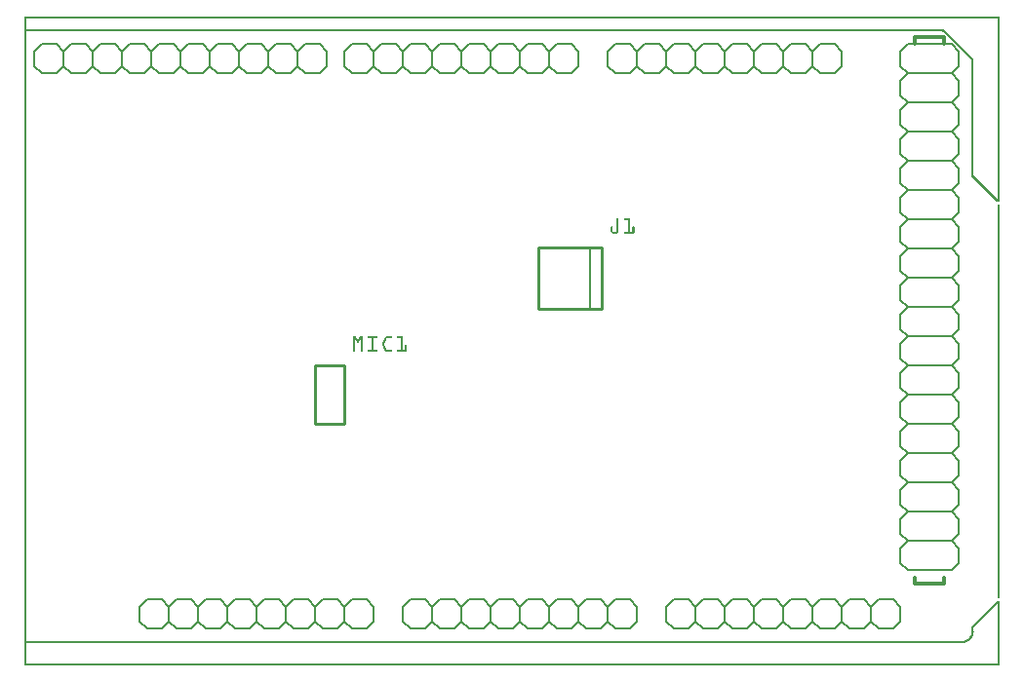
<source format=gto>
G04 MADE WITH FRITZING*
G04 WWW.FRITZING.ORG*
G04 DOUBLE SIDED*
G04 HOLES PLATED*
G04 CONTOUR ON CENTER OF CONTOUR VECTOR*
%ASAXBY*%
%FSLAX23Y23*%
%MOIN*%
%OFA0B0*%
%SFA1.0B1.0*%
%ADD10C,0.012000*%
%ADD11C,0.006000*%
%ADD12C,0.010000*%
%ADD13C,0.005000*%
%ADD14R,0.001000X0.001000*%
%LNSILK1*%
G90*
G70*
G54D10*
X3044Y303D02*
X3044Y283D01*
D02*
X3044Y283D02*
X3144Y283D01*
D02*
X3144Y283D02*
X3144Y303D01*
D02*
X3044Y2128D02*
X3044Y2153D01*
D02*
X3044Y2153D02*
X3144Y2153D01*
D02*
X3144Y2153D02*
X3144Y2128D01*
G54D11*
D02*
X2819Y228D02*
X2869Y228D01*
D02*
X2869Y228D02*
X2894Y203D01*
D02*
X2894Y203D02*
X2894Y153D01*
D02*
X2894Y153D02*
X2869Y128D01*
D02*
X2694Y203D02*
X2719Y228D01*
D02*
X2719Y228D02*
X2769Y228D01*
D02*
X2769Y228D02*
X2794Y203D01*
D02*
X2794Y203D02*
X2794Y153D01*
D02*
X2794Y153D02*
X2769Y128D01*
D02*
X2769Y128D02*
X2719Y128D01*
D02*
X2719Y128D02*
X2694Y153D01*
D02*
X2819Y228D02*
X2794Y203D01*
D02*
X2794Y153D02*
X2819Y128D01*
D02*
X2869Y128D02*
X2819Y128D01*
D02*
X2519Y228D02*
X2569Y228D01*
D02*
X2569Y228D02*
X2594Y203D01*
D02*
X2594Y203D02*
X2594Y153D01*
D02*
X2594Y153D02*
X2569Y128D01*
D02*
X2594Y203D02*
X2619Y228D01*
D02*
X2619Y228D02*
X2669Y228D01*
D02*
X2669Y228D02*
X2694Y203D01*
D02*
X2694Y203D02*
X2694Y153D01*
D02*
X2694Y153D02*
X2669Y128D01*
D02*
X2669Y128D02*
X2619Y128D01*
D02*
X2619Y128D02*
X2594Y153D01*
D02*
X2394Y203D02*
X2419Y228D01*
D02*
X2419Y228D02*
X2469Y228D01*
D02*
X2469Y228D02*
X2494Y203D01*
D02*
X2494Y203D02*
X2494Y153D01*
D02*
X2494Y153D02*
X2469Y128D01*
D02*
X2469Y128D02*
X2419Y128D01*
D02*
X2419Y128D02*
X2394Y153D01*
D02*
X2519Y228D02*
X2494Y203D01*
D02*
X2494Y153D02*
X2519Y128D01*
D02*
X2569Y128D02*
X2519Y128D01*
D02*
X2219Y228D02*
X2269Y228D01*
D02*
X2269Y228D02*
X2294Y203D01*
D02*
X2294Y203D02*
X2294Y153D01*
D02*
X2294Y153D02*
X2269Y128D01*
D02*
X2294Y203D02*
X2319Y228D01*
D02*
X2319Y228D02*
X2369Y228D01*
D02*
X2369Y228D02*
X2394Y203D01*
D02*
X2394Y203D02*
X2394Y153D01*
D02*
X2394Y153D02*
X2369Y128D01*
D02*
X2369Y128D02*
X2319Y128D01*
D02*
X2319Y128D02*
X2294Y153D01*
D02*
X2194Y203D02*
X2194Y153D01*
D02*
X2219Y228D02*
X2194Y203D01*
D02*
X2194Y153D02*
X2219Y128D01*
D02*
X2269Y128D02*
X2219Y128D01*
D02*
X2919Y228D02*
X2969Y228D01*
D02*
X2969Y228D02*
X2994Y203D01*
D02*
X2994Y203D02*
X2994Y153D01*
D02*
X2994Y153D02*
X2969Y128D01*
D02*
X2919Y228D02*
X2894Y203D01*
D02*
X2894Y153D02*
X2919Y128D01*
D02*
X2969Y128D02*
X2919Y128D01*
D02*
X1919Y228D02*
X1969Y228D01*
D02*
X1969Y228D02*
X1994Y203D01*
D02*
X1994Y203D02*
X1994Y153D01*
D02*
X1994Y153D02*
X1969Y128D01*
D02*
X1794Y203D02*
X1819Y228D01*
D02*
X1819Y228D02*
X1869Y228D01*
D02*
X1869Y228D02*
X1894Y203D01*
D02*
X1894Y203D02*
X1894Y153D01*
D02*
X1894Y153D02*
X1869Y128D01*
D02*
X1869Y128D02*
X1819Y128D01*
D02*
X1819Y128D02*
X1794Y153D01*
D02*
X1919Y228D02*
X1894Y203D01*
D02*
X1894Y153D02*
X1919Y128D01*
D02*
X1969Y128D02*
X1919Y128D01*
D02*
X1619Y228D02*
X1669Y228D01*
D02*
X1669Y228D02*
X1694Y203D01*
D02*
X1694Y203D02*
X1694Y153D01*
D02*
X1694Y153D02*
X1669Y128D01*
D02*
X1694Y203D02*
X1719Y228D01*
D02*
X1719Y228D02*
X1769Y228D01*
D02*
X1769Y228D02*
X1794Y203D01*
D02*
X1794Y203D02*
X1794Y153D01*
D02*
X1794Y153D02*
X1769Y128D01*
D02*
X1769Y128D02*
X1719Y128D01*
D02*
X1719Y128D02*
X1694Y153D01*
D02*
X1494Y203D02*
X1519Y228D01*
D02*
X1519Y228D02*
X1569Y228D01*
D02*
X1569Y228D02*
X1594Y203D01*
D02*
X1594Y203D02*
X1594Y153D01*
D02*
X1594Y153D02*
X1569Y128D01*
D02*
X1569Y128D02*
X1519Y128D01*
D02*
X1519Y128D02*
X1494Y153D01*
D02*
X1619Y228D02*
X1594Y203D01*
D02*
X1594Y153D02*
X1619Y128D01*
D02*
X1669Y128D02*
X1619Y128D01*
D02*
X1319Y228D02*
X1369Y228D01*
D02*
X1369Y228D02*
X1394Y203D01*
D02*
X1394Y203D02*
X1394Y153D01*
D02*
X1394Y153D02*
X1369Y128D01*
D02*
X1394Y203D02*
X1419Y228D01*
D02*
X1419Y228D02*
X1469Y228D01*
D02*
X1469Y228D02*
X1494Y203D01*
D02*
X1494Y203D02*
X1494Y153D01*
D02*
X1494Y153D02*
X1469Y128D01*
D02*
X1469Y128D02*
X1419Y128D01*
D02*
X1419Y128D02*
X1394Y153D01*
D02*
X1294Y203D02*
X1294Y153D01*
D02*
X1319Y228D02*
X1294Y203D01*
D02*
X1294Y153D02*
X1319Y128D01*
D02*
X1369Y128D02*
X1319Y128D01*
D02*
X2019Y228D02*
X2069Y228D01*
D02*
X2069Y228D02*
X2094Y203D01*
D02*
X2094Y203D02*
X2094Y153D01*
D02*
X2094Y153D02*
X2069Y128D01*
D02*
X2019Y228D02*
X1994Y203D01*
D02*
X1994Y153D02*
X2019Y128D01*
D02*
X2069Y128D02*
X2019Y128D01*
D02*
X2169Y2028D02*
X2119Y2028D01*
D02*
X2119Y2028D02*
X2094Y2053D01*
D02*
X2094Y2053D02*
X2094Y2103D01*
D02*
X2094Y2103D02*
X2119Y2128D01*
D02*
X2294Y2053D02*
X2269Y2028D01*
D02*
X2269Y2028D02*
X2219Y2028D01*
D02*
X2219Y2028D02*
X2194Y2053D01*
D02*
X2194Y2053D02*
X2194Y2103D01*
D02*
X2194Y2103D02*
X2219Y2128D01*
D02*
X2219Y2128D02*
X2269Y2128D01*
D02*
X2269Y2128D02*
X2294Y2103D01*
D02*
X2169Y2028D02*
X2194Y2053D01*
D02*
X2194Y2103D02*
X2169Y2128D01*
D02*
X2119Y2128D02*
X2169Y2128D01*
D02*
X2469Y2028D02*
X2419Y2028D01*
D02*
X2419Y2028D02*
X2394Y2053D01*
D02*
X2394Y2053D02*
X2394Y2103D01*
D02*
X2394Y2103D02*
X2419Y2128D01*
D02*
X2394Y2053D02*
X2369Y2028D01*
D02*
X2369Y2028D02*
X2319Y2028D01*
D02*
X2319Y2028D02*
X2294Y2053D01*
D02*
X2294Y2053D02*
X2294Y2103D01*
D02*
X2294Y2103D02*
X2319Y2128D01*
D02*
X2319Y2128D02*
X2369Y2128D01*
D02*
X2369Y2128D02*
X2394Y2103D01*
D02*
X2594Y2053D02*
X2569Y2028D01*
D02*
X2569Y2028D02*
X2519Y2028D01*
D02*
X2519Y2028D02*
X2494Y2053D01*
D02*
X2494Y2053D02*
X2494Y2103D01*
D02*
X2494Y2103D02*
X2519Y2128D01*
D02*
X2519Y2128D02*
X2569Y2128D01*
D02*
X2569Y2128D02*
X2594Y2103D01*
D02*
X2469Y2028D02*
X2494Y2053D01*
D02*
X2494Y2103D02*
X2469Y2128D01*
D02*
X2419Y2128D02*
X2469Y2128D01*
D02*
X2769Y2028D02*
X2719Y2028D01*
D02*
X2719Y2028D02*
X2694Y2053D01*
D02*
X2694Y2053D02*
X2694Y2103D01*
D02*
X2694Y2103D02*
X2719Y2128D01*
D02*
X2694Y2053D02*
X2669Y2028D01*
D02*
X2669Y2028D02*
X2619Y2028D01*
D02*
X2619Y2028D02*
X2594Y2053D01*
D02*
X2594Y2053D02*
X2594Y2103D01*
D02*
X2594Y2103D02*
X2619Y2128D01*
D02*
X2619Y2128D02*
X2669Y2128D01*
D02*
X2669Y2128D02*
X2694Y2103D01*
D02*
X2794Y2053D02*
X2794Y2103D01*
D02*
X2769Y2028D02*
X2794Y2053D01*
D02*
X2794Y2103D02*
X2769Y2128D01*
D02*
X2719Y2128D02*
X2769Y2128D01*
D02*
X2069Y2028D02*
X2019Y2028D01*
D02*
X2019Y2028D02*
X1994Y2053D01*
D02*
X1994Y2053D02*
X1994Y2103D01*
D02*
X1994Y2103D02*
X2019Y2128D01*
D02*
X2069Y2028D02*
X2094Y2053D01*
D02*
X2094Y2103D02*
X2069Y2128D01*
D02*
X2019Y2128D02*
X2069Y2128D01*
D02*
X834Y2103D02*
X859Y2128D01*
D02*
X859Y2128D02*
X909Y2128D01*
D02*
X909Y2128D02*
X934Y2103D01*
D02*
X934Y2103D02*
X934Y2053D01*
D02*
X934Y2053D02*
X909Y2028D01*
D02*
X909Y2028D02*
X859Y2028D01*
D02*
X859Y2028D02*
X834Y2053D01*
D02*
X659Y2128D02*
X709Y2128D01*
D02*
X709Y2128D02*
X734Y2103D01*
D02*
X734Y2103D02*
X734Y2053D01*
D02*
X734Y2053D02*
X709Y2028D01*
D02*
X734Y2103D02*
X759Y2128D01*
D02*
X759Y2128D02*
X809Y2128D01*
D02*
X809Y2128D02*
X834Y2103D01*
D02*
X834Y2103D02*
X834Y2053D01*
D02*
X834Y2053D02*
X809Y2028D01*
D02*
X809Y2028D02*
X759Y2028D01*
D02*
X759Y2028D02*
X734Y2053D01*
D02*
X534Y2103D02*
X559Y2128D01*
D02*
X559Y2128D02*
X609Y2128D01*
D02*
X609Y2128D02*
X634Y2103D01*
D02*
X634Y2103D02*
X634Y2053D01*
D02*
X634Y2053D02*
X609Y2028D01*
D02*
X609Y2028D02*
X559Y2028D01*
D02*
X559Y2028D02*
X534Y2053D01*
D02*
X659Y2128D02*
X634Y2103D01*
D02*
X634Y2053D02*
X659Y2028D01*
D02*
X709Y2028D02*
X659Y2028D01*
D02*
X359Y2128D02*
X409Y2128D01*
D02*
X409Y2128D02*
X434Y2103D01*
D02*
X434Y2103D02*
X434Y2053D01*
D02*
X434Y2053D02*
X409Y2028D01*
D02*
X434Y2103D02*
X459Y2128D01*
D02*
X459Y2128D02*
X509Y2128D01*
D02*
X509Y2128D02*
X534Y2103D01*
D02*
X534Y2103D02*
X534Y2053D01*
D02*
X534Y2053D02*
X509Y2028D01*
D02*
X509Y2028D02*
X459Y2028D01*
D02*
X459Y2028D02*
X434Y2053D01*
D02*
X234Y2103D02*
X259Y2128D01*
D02*
X259Y2128D02*
X309Y2128D01*
D02*
X309Y2128D02*
X334Y2103D01*
D02*
X334Y2103D02*
X334Y2053D01*
D02*
X334Y2053D02*
X309Y2028D01*
D02*
X309Y2028D02*
X259Y2028D01*
D02*
X259Y2028D02*
X234Y2053D01*
D02*
X359Y2128D02*
X334Y2103D01*
D02*
X334Y2053D02*
X359Y2028D01*
D02*
X409Y2028D02*
X359Y2028D01*
D02*
X59Y2128D02*
X109Y2128D01*
D02*
X109Y2128D02*
X134Y2103D01*
D02*
X134Y2103D02*
X134Y2053D01*
D02*
X134Y2053D02*
X109Y2028D01*
D02*
X134Y2103D02*
X159Y2128D01*
D02*
X159Y2128D02*
X209Y2128D01*
D02*
X209Y2128D02*
X234Y2103D01*
D02*
X234Y2103D02*
X234Y2053D01*
D02*
X234Y2053D02*
X209Y2028D01*
D02*
X209Y2028D02*
X159Y2028D01*
D02*
X159Y2028D02*
X134Y2053D01*
D02*
X34Y2103D02*
X34Y2053D01*
D02*
X59Y2128D02*
X34Y2103D01*
D02*
X34Y2053D02*
X59Y2028D01*
D02*
X109Y2028D02*
X59Y2028D01*
D02*
X959Y2128D02*
X1009Y2128D01*
D02*
X1009Y2128D02*
X1034Y2103D01*
D02*
X1034Y2103D02*
X1034Y2053D01*
D02*
X1034Y2053D02*
X1009Y2028D01*
D02*
X959Y2128D02*
X934Y2103D01*
D02*
X934Y2053D02*
X959Y2028D01*
D02*
X1009Y2028D02*
X959Y2028D01*
D02*
X1019Y228D02*
X1069Y228D01*
D02*
X1069Y228D02*
X1094Y203D01*
D02*
X1094Y203D02*
X1094Y153D01*
D02*
X1094Y153D02*
X1069Y128D01*
D02*
X894Y203D02*
X919Y228D01*
D02*
X919Y228D02*
X969Y228D01*
D02*
X969Y228D02*
X994Y203D01*
D02*
X994Y203D02*
X994Y153D01*
D02*
X994Y153D02*
X969Y128D01*
D02*
X969Y128D02*
X919Y128D01*
D02*
X919Y128D02*
X894Y153D01*
D02*
X1019Y228D02*
X994Y203D01*
D02*
X994Y153D02*
X1019Y128D01*
D02*
X1069Y128D02*
X1019Y128D01*
D02*
X719Y228D02*
X769Y228D01*
D02*
X769Y228D02*
X794Y203D01*
D02*
X794Y203D02*
X794Y153D01*
D02*
X794Y153D02*
X769Y128D01*
D02*
X794Y203D02*
X819Y228D01*
D02*
X819Y228D02*
X869Y228D01*
D02*
X869Y228D02*
X894Y203D01*
D02*
X894Y203D02*
X894Y153D01*
D02*
X894Y153D02*
X869Y128D01*
D02*
X869Y128D02*
X819Y128D01*
D02*
X819Y128D02*
X794Y153D01*
D02*
X594Y203D02*
X619Y228D01*
D02*
X619Y228D02*
X669Y228D01*
D02*
X669Y228D02*
X694Y203D01*
D02*
X694Y203D02*
X694Y153D01*
D02*
X694Y153D02*
X669Y128D01*
D02*
X669Y128D02*
X619Y128D01*
D02*
X619Y128D02*
X594Y153D01*
D02*
X719Y228D02*
X694Y203D01*
D02*
X694Y153D02*
X719Y128D01*
D02*
X769Y128D02*
X719Y128D01*
D02*
X419Y228D02*
X469Y228D01*
D02*
X469Y228D02*
X494Y203D01*
D02*
X494Y203D02*
X494Y153D01*
D02*
X494Y153D02*
X469Y128D01*
D02*
X494Y203D02*
X519Y228D01*
D02*
X519Y228D02*
X569Y228D01*
D02*
X569Y228D02*
X594Y203D01*
D02*
X594Y203D02*
X594Y153D01*
D02*
X594Y153D02*
X569Y128D01*
D02*
X569Y128D02*
X519Y128D01*
D02*
X519Y128D02*
X494Y153D01*
D02*
X394Y203D02*
X394Y153D01*
D02*
X419Y228D02*
X394Y203D01*
D02*
X394Y153D02*
X419Y128D01*
D02*
X469Y128D02*
X419Y128D01*
D02*
X1119Y228D02*
X1169Y228D01*
D02*
X1169Y228D02*
X1194Y203D01*
D02*
X1194Y203D02*
X1194Y153D01*
D02*
X1194Y153D02*
X1169Y128D01*
D02*
X1119Y228D02*
X1094Y203D01*
D02*
X1094Y153D02*
X1119Y128D01*
D02*
X1169Y128D02*
X1119Y128D01*
D02*
X1269Y2028D02*
X1219Y2028D01*
D02*
X1219Y2028D02*
X1194Y2053D01*
D02*
X1194Y2053D02*
X1194Y2103D01*
D02*
X1194Y2103D02*
X1219Y2128D01*
D02*
X1394Y2053D02*
X1369Y2028D01*
D02*
X1369Y2028D02*
X1319Y2028D01*
D02*
X1319Y2028D02*
X1294Y2053D01*
D02*
X1294Y2053D02*
X1294Y2103D01*
D02*
X1294Y2103D02*
X1319Y2128D01*
D02*
X1319Y2128D02*
X1369Y2128D01*
D02*
X1369Y2128D02*
X1394Y2103D01*
D02*
X1269Y2028D02*
X1294Y2053D01*
D02*
X1294Y2103D02*
X1269Y2128D01*
D02*
X1219Y2128D02*
X1269Y2128D01*
D02*
X1569Y2028D02*
X1519Y2028D01*
D02*
X1519Y2028D02*
X1494Y2053D01*
D02*
X1494Y2053D02*
X1494Y2103D01*
D02*
X1494Y2103D02*
X1519Y2128D01*
D02*
X1494Y2053D02*
X1469Y2028D01*
D02*
X1469Y2028D02*
X1419Y2028D01*
D02*
X1419Y2028D02*
X1394Y2053D01*
D02*
X1394Y2053D02*
X1394Y2103D01*
D02*
X1394Y2103D02*
X1419Y2128D01*
D02*
X1419Y2128D02*
X1469Y2128D01*
D02*
X1469Y2128D02*
X1494Y2103D01*
D02*
X1694Y2053D02*
X1669Y2028D01*
D02*
X1669Y2028D02*
X1619Y2028D01*
D02*
X1619Y2028D02*
X1594Y2053D01*
D02*
X1594Y2053D02*
X1594Y2103D01*
D02*
X1594Y2103D02*
X1619Y2128D01*
D02*
X1619Y2128D02*
X1669Y2128D01*
D02*
X1669Y2128D02*
X1694Y2103D01*
D02*
X1569Y2028D02*
X1594Y2053D01*
D02*
X1594Y2103D02*
X1569Y2128D01*
D02*
X1519Y2128D02*
X1569Y2128D01*
D02*
X1869Y2028D02*
X1819Y2028D01*
D02*
X1819Y2028D02*
X1794Y2053D01*
D02*
X1794Y2053D02*
X1794Y2103D01*
D02*
X1794Y2103D02*
X1819Y2128D01*
D02*
X1794Y2053D02*
X1769Y2028D01*
D02*
X1769Y2028D02*
X1719Y2028D01*
D02*
X1719Y2028D02*
X1694Y2053D01*
D02*
X1694Y2053D02*
X1694Y2103D01*
D02*
X1694Y2103D02*
X1719Y2128D01*
D02*
X1719Y2128D02*
X1769Y2128D01*
D02*
X1769Y2128D02*
X1794Y2103D01*
D02*
X1894Y2053D02*
X1894Y2103D01*
D02*
X1869Y2028D02*
X1894Y2053D01*
D02*
X1894Y2103D02*
X1869Y2128D01*
D02*
X1819Y2128D02*
X1869Y2128D01*
D02*
X1169Y2028D02*
X1119Y2028D01*
D02*
X1119Y2028D02*
X1094Y2053D01*
D02*
X1094Y2053D02*
X1094Y2103D01*
D02*
X1094Y2103D02*
X1119Y2128D01*
D02*
X1169Y2028D02*
X1194Y2053D01*
D02*
X1194Y2103D02*
X1169Y2128D01*
D02*
X1119Y2128D02*
X1169Y2128D01*
D02*
X3019Y2128D02*
X2994Y2103D01*
D02*
X2994Y2103D02*
X2994Y2053D01*
D02*
X2994Y2053D02*
X3019Y2028D01*
D02*
X3019Y2028D02*
X2994Y2003D01*
D02*
X2994Y2003D02*
X2994Y1953D01*
D02*
X2994Y1953D02*
X3019Y1928D01*
D02*
X3019Y1928D02*
X2994Y1903D01*
D02*
X2994Y1903D02*
X2994Y1853D01*
D02*
X2994Y1853D02*
X3019Y1828D01*
D02*
X3019Y1828D02*
X2994Y1803D01*
D02*
X2994Y1803D02*
X2994Y1753D01*
D02*
X2994Y1753D02*
X3019Y1728D01*
D02*
X3019Y1728D02*
X2994Y1703D01*
D02*
X2994Y1703D02*
X2994Y1653D01*
D02*
X2994Y1653D02*
X3019Y1628D01*
D02*
X3019Y1628D02*
X2994Y1603D01*
D02*
X2994Y1603D02*
X2994Y1553D01*
D02*
X2994Y1553D02*
X3019Y1528D01*
D02*
X3019Y2128D02*
X3169Y2128D01*
D02*
X3169Y2128D02*
X3194Y2103D01*
D02*
X3194Y2103D02*
X3194Y2053D01*
D02*
X3194Y2053D02*
X3169Y2028D01*
D02*
X3169Y2028D02*
X3194Y2003D01*
D02*
X3194Y2003D02*
X3194Y1953D01*
D02*
X3194Y1953D02*
X3169Y1928D01*
D02*
X3169Y1928D02*
X3194Y1903D01*
D02*
X3194Y1903D02*
X3194Y1853D01*
D02*
X3194Y1853D02*
X3169Y1828D01*
D02*
X3169Y1828D02*
X3194Y1803D01*
D02*
X3194Y1803D02*
X3194Y1753D01*
D02*
X3194Y1753D02*
X3169Y1728D01*
D02*
X3169Y1728D02*
X3194Y1703D01*
D02*
X3194Y1703D02*
X3194Y1653D01*
D02*
X3194Y1653D02*
X3169Y1628D01*
D02*
X3169Y1628D02*
X3194Y1603D01*
D02*
X3194Y1603D02*
X3194Y1553D01*
D02*
X3194Y1553D02*
X3169Y1528D01*
D02*
X3169Y1528D02*
X3194Y1503D01*
D02*
X3194Y1503D02*
X3194Y1453D01*
D02*
X3194Y1453D02*
X3169Y1428D01*
D02*
X3169Y1428D02*
X3194Y1403D01*
D02*
X3194Y1403D02*
X3194Y1353D01*
D02*
X3194Y1353D02*
X3169Y1328D01*
D02*
X3169Y1328D02*
X3194Y1303D01*
D02*
X3194Y1303D02*
X3194Y1253D01*
D02*
X3194Y1253D02*
X3169Y1228D01*
D02*
X3169Y1228D02*
X3194Y1203D01*
D02*
X3194Y1203D02*
X3194Y1153D01*
D02*
X3194Y1153D02*
X3169Y1128D01*
D02*
X3169Y1128D02*
X3194Y1103D01*
D02*
X3194Y1103D02*
X3194Y1053D01*
D02*
X3194Y1053D02*
X3169Y1028D01*
D02*
X3169Y1028D02*
X3194Y1003D01*
D02*
X3194Y1003D02*
X3194Y953D01*
D02*
X3169Y928D02*
X3194Y953D01*
D02*
X3169Y928D02*
X3194Y903D01*
D02*
X3194Y853D02*
X3194Y903D01*
D02*
X3194Y853D02*
X3169Y828D01*
D02*
X3169Y828D02*
X3194Y803D01*
D02*
X3194Y753D02*
X3194Y803D01*
D02*
X3194Y753D02*
X3169Y728D01*
D02*
X3169Y728D02*
X3194Y703D01*
D02*
X3194Y653D02*
X3194Y703D01*
D02*
X3194Y653D02*
X3169Y628D01*
D02*
X3169Y628D02*
X3194Y603D01*
D02*
X3194Y553D02*
X3194Y603D01*
D02*
X3194Y553D02*
X3169Y528D01*
D02*
X3169Y528D02*
X3194Y503D01*
D02*
X3194Y453D02*
X3194Y503D01*
D02*
X3194Y453D02*
X3169Y428D01*
D02*
X3169Y428D02*
X3194Y403D01*
D02*
X3194Y353D02*
X3194Y403D01*
D02*
X3194Y353D02*
X3169Y328D01*
D02*
X3019Y328D02*
X2994Y353D01*
D02*
X2994Y353D02*
X2994Y403D01*
D02*
X3019Y428D02*
X2994Y403D01*
D02*
X3019Y428D02*
X2994Y453D01*
D02*
X2994Y453D02*
X2994Y503D01*
D02*
X3019Y528D02*
X2994Y503D01*
D02*
X3019Y528D02*
X2994Y553D01*
D02*
X2994Y603D02*
X2994Y553D01*
D02*
X2994Y603D02*
X3019Y628D01*
D02*
X3019Y628D02*
X2994Y653D01*
D02*
X2994Y703D02*
X2994Y653D01*
D02*
X2994Y703D02*
X3019Y728D01*
D02*
X3019Y728D02*
X2994Y753D01*
D02*
X2994Y753D02*
X2994Y803D01*
D02*
X3019Y828D02*
X2994Y803D01*
D02*
X3019Y828D02*
X2994Y853D01*
D02*
X2994Y853D02*
X2994Y903D01*
D02*
X3019Y928D02*
X2994Y903D01*
D02*
X3019Y928D02*
X2994Y953D01*
D02*
X2994Y953D02*
X2994Y1003D01*
D02*
X3019Y1028D02*
X2994Y1003D01*
D02*
X3019Y1028D02*
X2994Y1053D01*
D02*
X2994Y1053D02*
X2994Y1103D01*
D02*
X3019Y1128D02*
X2994Y1103D01*
D02*
X3019Y1128D02*
X2994Y1153D01*
D02*
X2994Y1153D02*
X2994Y1203D01*
D02*
X3019Y1228D02*
X2994Y1203D01*
D02*
X3019Y1228D02*
X2994Y1253D01*
D02*
X2994Y1253D02*
X2994Y1303D01*
D02*
X3019Y1328D02*
X2994Y1303D01*
D02*
X3019Y1328D02*
X2994Y1353D01*
D02*
X2994Y1353D02*
X2994Y1403D01*
D02*
X3019Y1428D02*
X2994Y1403D01*
D02*
X3019Y1428D02*
X2994Y1453D01*
D02*
X2994Y1453D02*
X2994Y1503D01*
D02*
X3019Y1528D02*
X2994Y1503D01*
D02*
X3169Y2028D02*
X3019Y2028D01*
D02*
X3169Y1928D02*
X3019Y1928D01*
D02*
X3169Y1828D02*
X3019Y1828D01*
D02*
X3169Y1728D02*
X3019Y1728D01*
D02*
X3169Y1628D02*
X3019Y1628D01*
D02*
X3169Y1528D02*
X3019Y1528D01*
D02*
X3169Y1428D02*
X3019Y1428D01*
D02*
X3169Y1328D02*
X3019Y1328D01*
D02*
X3169Y1228D02*
X3019Y1228D01*
D02*
X3169Y1128D02*
X3019Y1128D01*
D02*
X3169Y1028D02*
X3019Y1028D01*
D02*
X3169Y928D02*
X3019Y928D01*
D02*
X3169Y828D02*
X3019Y828D01*
D02*
X3169Y728D02*
X3019Y728D01*
D02*
X3169Y628D02*
X3019Y628D01*
D02*
X3169Y528D02*
X3019Y528D01*
D02*
X3169Y428D02*
X3019Y428D01*
D02*
X3169Y328D02*
X3019Y328D01*
G54D12*
D02*
X994Y1028D02*
X994Y828D01*
D02*
X994Y828D02*
X1094Y828D01*
D02*
X1094Y828D02*
X1094Y1028D01*
D02*
X1094Y1028D02*
X994Y1028D01*
D02*
X1756Y1433D02*
X1756Y1223D01*
D02*
X1756Y1223D02*
X1972Y1223D01*
D02*
X1972Y1223D02*
X1972Y1433D01*
D02*
X1972Y1433D02*
X1756Y1433D01*
G54D13*
D02*
X1932Y1223D02*
X1932Y1433D01*
G54D14*
X0Y2222D02*
X3332Y2222D01*
X0Y2221D02*
X3332Y2221D01*
X0Y2220D02*
X3332Y2220D01*
X0Y2219D02*
X3332Y2219D01*
X0Y2218D02*
X3332Y2218D01*
X0Y2217D02*
X3332Y2217D01*
X0Y2216D02*
X3332Y2216D01*
X0Y2215D02*
X3332Y2215D01*
X0Y2214D02*
X7Y2214D01*
X3325Y2214D02*
X3332Y2214D01*
X0Y2213D02*
X7Y2213D01*
X3325Y2213D02*
X3332Y2213D01*
X0Y2212D02*
X7Y2212D01*
X3325Y2212D02*
X3332Y2212D01*
X0Y2211D02*
X7Y2211D01*
X3325Y2211D02*
X3332Y2211D01*
X0Y2210D02*
X7Y2210D01*
X3325Y2210D02*
X3332Y2210D01*
X0Y2209D02*
X7Y2209D01*
X3325Y2209D02*
X3332Y2209D01*
X0Y2208D02*
X7Y2208D01*
X3325Y2208D02*
X3332Y2208D01*
X0Y2207D02*
X7Y2207D01*
X3325Y2207D02*
X3332Y2207D01*
X0Y2206D02*
X7Y2206D01*
X3325Y2206D02*
X3332Y2206D01*
X0Y2205D02*
X7Y2205D01*
X3325Y2205D02*
X3332Y2205D01*
X0Y2204D02*
X7Y2204D01*
X3325Y2204D02*
X3332Y2204D01*
X0Y2203D02*
X7Y2203D01*
X3325Y2203D02*
X3332Y2203D01*
X0Y2202D02*
X7Y2202D01*
X3325Y2202D02*
X3332Y2202D01*
X0Y2201D02*
X7Y2201D01*
X3325Y2201D02*
X3332Y2201D01*
X0Y2200D02*
X7Y2200D01*
X3325Y2200D02*
X3332Y2200D01*
X0Y2199D02*
X7Y2199D01*
X3325Y2199D02*
X3332Y2199D01*
X0Y2198D02*
X7Y2198D01*
X3325Y2198D02*
X3332Y2198D01*
X0Y2197D02*
X7Y2197D01*
X3325Y2197D02*
X3332Y2197D01*
X0Y2196D02*
X7Y2196D01*
X3325Y2196D02*
X3332Y2196D01*
X0Y2195D02*
X7Y2195D01*
X3325Y2195D02*
X3332Y2195D01*
X0Y2194D02*
X7Y2194D01*
X3325Y2194D02*
X3332Y2194D01*
X0Y2193D02*
X7Y2193D01*
X3325Y2193D02*
X3332Y2193D01*
X0Y2192D02*
X7Y2192D01*
X3325Y2192D02*
X3332Y2192D01*
X0Y2191D02*
X7Y2191D01*
X3325Y2191D02*
X3332Y2191D01*
X0Y2190D02*
X7Y2190D01*
X3325Y2190D02*
X3332Y2190D01*
X0Y2189D02*
X7Y2189D01*
X3325Y2189D02*
X3332Y2189D01*
X0Y2188D02*
X7Y2188D01*
X3325Y2188D02*
X3332Y2188D01*
X0Y2187D02*
X7Y2187D01*
X3325Y2187D02*
X3332Y2187D01*
X0Y2186D02*
X7Y2186D01*
X3325Y2186D02*
X3332Y2186D01*
X0Y2185D02*
X7Y2185D01*
X3325Y2185D02*
X3332Y2185D01*
X0Y2184D02*
X7Y2184D01*
X3325Y2184D02*
X3332Y2184D01*
X0Y2183D02*
X7Y2183D01*
X3325Y2183D02*
X3332Y2183D01*
X0Y2182D02*
X7Y2182D01*
X3325Y2182D02*
X3332Y2182D01*
X0Y2181D02*
X7Y2181D01*
X3325Y2181D02*
X3332Y2181D01*
X0Y2180D02*
X7Y2180D01*
X3325Y2180D02*
X3332Y2180D01*
X0Y2179D02*
X7Y2179D01*
X3325Y2179D02*
X3332Y2179D01*
X0Y2178D02*
X3141Y2178D01*
X3325Y2178D02*
X3332Y2178D01*
X0Y2177D02*
X3142Y2177D01*
X3325Y2177D02*
X3332Y2177D01*
X0Y2176D02*
X3143Y2176D01*
X3325Y2176D02*
X3332Y2176D01*
X0Y2175D02*
X3144Y2175D01*
X3325Y2175D02*
X3332Y2175D01*
X0Y2174D02*
X3145Y2174D01*
X3325Y2174D02*
X3332Y2174D01*
X0Y2173D02*
X3146Y2173D01*
X3325Y2173D02*
X3332Y2173D01*
X0Y2172D02*
X3147Y2172D01*
X3325Y2172D02*
X3332Y2172D01*
X0Y2171D02*
X3148Y2171D01*
X3325Y2171D02*
X3332Y2171D01*
X0Y2170D02*
X7Y2170D01*
X3138Y2170D02*
X3149Y2170D01*
X3325Y2170D02*
X3332Y2170D01*
X0Y2169D02*
X7Y2169D01*
X3140Y2169D02*
X3150Y2169D01*
X3325Y2169D02*
X3332Y2169D01*
X0Y2168D02*
X7Y2168D01*
X3141Y2168D02*
X3151Y2168D01*
X3325Y2168D02*
X3332Y2168D01*
X0Y2167D02*
X7Y2167D01*
X3142Y2167D02*
X3152Y2167D01*
X3325Y2167D02*
X3332Y2167D01*
X0Y2166D02*
X7Y2166D01*
X3143Y2166D02*
X3153Y2166D01*
X3325Y2166D02*
X3332Y2166D01*
X0Y2165D02*
X7Y2165D01*
X3144Y2165D02*
X3154Y2165D01*
X3325Y2165D02*
X3332Y2165D01*
X0Y2164D02*
X7Y2164D01*
X3145Y2164D02*
X3155Y2164D01*
X3325Y2164D02*
X3332Y2164D01*
X0Y2163D02*
X7Y2163D01*
X3146Y2163D02*
X3156Y2163D01*
X3325Y2163D02*
X3332Y2163D01*
X0Y2162D02*
X7Y2162D01*
X3147Y2162D02*
X3157Y2162D01*
X3325Y2162D02*
X3332Y2162D01*
X0Y2161D02*
X7Y2161D01*
X3148Y2161D02*
X3158Y2161D01*
X3325Y2161D02*
X3332Y2161D01*
X0Y2160D02*
X7Y2160D01*
X3149Y2160D02*
X3159Y2160D01*
X3325Y2160D02*
X3332Y2160D01*
X0Y2159D02*
X7Y2159D01*
X3150Y2159D02*
X3160Y2159D01*
X3325Y2159D02*
X3332Y2159D01*
X0Y2158D02*
X7Y2158D01*
X3151Y2158D02*
X3161Y2158D01*
X3325Y2158D02*
X3332Y2158D01*
X0Y2157D02*
X7Y2157D01*
X3152Y2157D02*
X3162Y2157D01*
X3325Y2157D02*
X3332Y2157D01*
X0Y2156D02*
X7Y2156D01*
X3153Y2156D02*
X3163Y2156D01*
X3325Y2156D02*
X3332Y2156D01*
X0Y2155D02*
X7Y2155D01*
X3154Y2155D02*
X3164Y2155D01*
X3325Y2155D02*
X3332Y2155D01*
X0Y2154D02*
X7Y2154D01*
X3155Y2154D02*
X3165Y2154D01*
X3325Y2154D02*
X3332Y2154D01*
X0Y2153D02*
X7Y2153D01*
X3156Y2153D02*
X3166Y2153D01*
X3325Y2153D02*
X3332Y2153D01*
X0Y2152D02*
X7Y2152D01*
X3157Y2152D02*
X3167Y2152D01*
X3325Y2152D02*
X3332Y2152D01*
X0Y2151D02*
X7Y2151D01*
X3158Y2151D02*
X3168Y2151D01*
X3325Y2151D02*
X3332Y2151D01*
X0Y2150D02*
X7Y2150D01*
X3159Y2150D02*
X3169Y2150D01*
X3325Y2150D02*
X3332Y2150D01*
X0Y2149D02*
X7Y2149D01*
X3160Y2149D02*
X3170Y2149D01*
X3325Y2149D02*
X3332Y2149D01*
X0Y2148D02*
X7Y2148D01*
X3161Y2148D02*
X3171Y2148D01*
X3325Y2148D02*
X3332Y2148D01*
X0Y2147D02*
X7Y2147D01*
X3162Y2147D02*
X3172Y2147D01*
X3325Y2147D02*
X3332Y2147D01*
X0Y2146D02*
X7Y2146D01*
X3163Y2146D02*
X3173Y2146D01*
X3325Y2146D02*
X3332Y2146D01*
X0Y2145D02*
X7Y2145D01*
X3164Y2145D02*
X3174Y2145D01*
X3325Y2145D02*
X3332Y2145D01*
X0Y2144D02*
X7Y2144D01*
X3165Y2144D02*
X3175Y2144D01*
X3325Y2144D02*
X3332Y2144D01*
X0Y2143D02*
X7Y2143D01*
X3166Y2143D02*
X3176Y2143D01*
X3325Y2143D02*
X3332Y2143D01*
X0Y2142D02*
X7Y2142D01*
X3167Y2142D02*
X3177Y2142D01*
X3325Y2142D02*
X3332Y2142D01*
X0Y2141D02*
X7Y2141D01*
X3168Y2141D02*
X3178Y2141D01*
X3325Y2141D02*
X3332Y2141D01*
X0Y2140D02*
X7Y2140D01*
X3169Y2140D02*
X3179Y2140D01*
X3325Y2140D02*
X3332Y2140D01*
X0Y2139D02*
X7Y2139D01*
X3170Y2139D02*
X3180Y2139D01*
X3325Y2139D02*
X3332Y2139D01*
X0Y2138D02*
X7Y2138D01*
X3171Y2138D02*
X3181Y2138D01*
X3325Y2138D02*
X3332Y2138D01*
X0Y2137D02*
X7Y2137D01*
X3172Y2137D02*
X3182Y2137D01*
X3325Y2137D02*
X3332Y2137D01*
X0Y2136D02*
X7Y2136D01*
X3173Y2136D02*
X3183Y2136D01*
X3325Y2136D02*
X3332Y2136D01*
X0Y2135D02*
X7Y2135D01*
X3174Y2135D02*
X3184Y2135D01*
X3325Y2135D02*
X3332Y2135D01*
X0Y2134D02*
X7Y2134D01*
X3175Y2134D02*
X3185Y2134D01*
X3325Y2134D02*
X3332Y2134D01*
X0Y2133D02*
X7Y2133D01*
X3176Y2133D02*
X3186Y2133D01*
X3325Y2133D02*
X3332Y2133D01*
X0Y2132D02*
X7Y2132D01*
X3177Y2132D02*
X3187Y2132D01*
X3325Y2132D02*
X3332Y2132D01*
X0Y2131D02*
X7Y2131D01*
X3178Y2131D02*
X3188Y2131D01*
X3325Y2131D02*
X3332Y2131D01*
X0Y2130D02*
X7Y2130D01*
X3179Y2130D02*
X3189Y2130D01*
X3325Y2130D02*
X3332Y2130D01*
X0Y2129D02*
X7Y2129D01*
X3180Y2129D02*
X3190Y2129D01*
X3325Y2129D02*
X3332Y2129D01*
X0Y2128D02*
X7Y2128D01*
X3181Y2128D02*
X3191Y2128D01*
X3325Y2128D02*
X3332Y2128D01*
X0Y2127D02*
X7Y2127D01*
X3182Y2127D02*
X3192Y2127D01*
X3325Y2127D02*
X3332Y2127D01*
X0Y2126D02*
X7Y2126D01*
X3183Y2126D02*
X3193Y2126D01*
X3325Y2126D02*
X3332Y2126D01*
X0Y2125D02*
X7Y2125D01*
X3184Y2125D02*
X3194Y2125D01*
X3325Y2125D02*
X3332Y2125D01*
X0Y2124D02*
X7Y2124D01*
X3185Y2124D02*
X3195Y2124D01*
X3325Y2124D02*
X3332Y2124D01*
X0Y2123D02*
X7Y2123D01*
X3186Y2123D02*
X3196Y2123D01*
X3325Y2123D02*
X3332Y2123D01*
X0Y2122D02*
X7Y2122D01*
X3187Y2122D02*
X3197Y2122D01*
X3325Y2122D02*
X3332Y2122D01*
X0Y2121D02*
X7Y2121D01*
X3188Y2121D02*
X3198Y2121D01*
X3325Y2121D02*
X3332Y2121D01*
X0Y2120D02*
X7Y2120D01*
X3189Y2120D02*
X3199Y2120D01*
X3325Y2120D02*
X3332Y2120D01*
X0Y2119D02*
X7Y2119D01*
X3190Y2119D02*
X3200Y2119D01*
X3325Y2119D02*
X3332Y2119D01*
X0Y2118D02*
X7Y2118D01*
X3191Y2118D02*
X3201Y2118D01*
X3325Y2118D02*
X3332Y2118D01*
X0Y2117D02*
X7Y2117D01*
X3192Y2117D02*
X3202Y2117D01*
X3325Y2117D02*
X3332Y2117D01*
X0Y2116D02*
X7Y2116D01*
X3193Y2116D02*
X3203Y2116D01*
X3325Y2116D02*
X3332Y2116D01*
X0Y2115D02*
X7Y2115D01*
X3194Y2115D02*
X3204Y2115D01*
X3325Y2115D02*
X3332Y2115D01*
X0Y2114D02*
X7Y2114D01*
X3195Y2114D02*
X3205Y2114D01*
X3325Y2114D02*
X3332Y2114D01*
X0Y2113D02*
X7Y2113D01*
X3196Y2113D02*
X3206Y2113D01*
X3325Y2113D02*
X3332Y2113D01*
X0Y2112D02*
X7Y2112D01*
X3197Y2112D02*
X3207Y2112D01*
X3325Y2112D02*
X3332Y2112D01*
X0Y2111D02*
X7Y2111D01*
X3198Y2111D02*
X3208Y2111D01*
X3325Y2111D02*
X3332Y2111D01*
X0Y2110D02*
X7Y2110D01*
X3199Y2110D02*
X3209Y2110D01*
X3325Y2110D02*
X3332Y2110D01*
X0Y2109D02*
X7Y2109D01*
X3200Y2109D02*
X3210Y2109D01*
X3325Y2109D02*
X3332Y2109D01*
X0Y2108D02*
X7Y2108D01*
X3201Y2108D02*
X3211Y2108D01*
X3325Y2108D02*
X3332Y2108D01*
X0Y2107D02*
X7Y2107D01*
X3202Y2107D02*
X3212Y2107D01*
X3325Y2107D02*
X3332Y2107D01*
X0Y2106D02*
X7Y2106D01*
X3203Y2106D02*
X3213Y2106D01*
X3325Y2106D02*
X3332Y2106D01*
X0Y2105D02*
X7Y2105D01*
X3204Y2105D02*
X3214Y2105D01*
X3325Y2105D02*
X3332Y2105D01*
X0Y2104D02*
X7Y2104D01*
X3205Y2104D02*
X3215Y2104D01*
X3325Y2104D02*
X3332Y2104D01*
X0Y2103D02*
X7Y2103D01*
X3206Y2103D02*
X3216Y2103D01*
X3325Y2103D02*
X3332Y2103D01*
X0Y2102D02*
X7Y2102D01*
X3207Y2102D02*
X3217Y2102D01*
X3325Y2102D02*
X3332Y2102D01*
X0Y2101D02*
X7Y2101D01*
X3208Y2101D02*
X3218Y2101D01*
X3325Y2101D02*
X3332Y2101D01*
X0Y2100D02*
X7Y2100D01*
X3209Y2100D02*
X3219Y2100D01*
X3325Y2100D02*
X3332Y2100D01*
X0Y2099D02*
X7Y2099D01*
X3210Y2099D02*
X3220Y2099D01*
X3325Y2099D02*
X3332Y2099D01*
X0Y2098D02*
X7Y2098D01*
X3211Y2098D02*
X3221Y2098D01*
X3325Y2098D02*
X3332Y2098D01*
X0Y2097D02*
X7Y2097D01*
X3212Y2097D02*
X3222Y2097D01*
X3325Y2097D02*
X3332Y2097D01*
X0Y2096D02*
X7Y2096D01*
X3213Y2096D02*
X3223Y2096D01*
X3325Y2096D02*
X3332Y2096D01*
X0Y2095D02*
X7Y2095D01*
X3214Y2095D02*
X3224Y2095D01*
X3325Y2095D02*
X3332Y2095D01*
X0Y2094D02*
X7Y2094D01*
X3215Y2094D02*
X3225Y2094D01*
X3325Y2094D02*
X3332Y2094D01*
X0Y2093D02*
X7Y2093D01*
X3216Y2093D02*
X3226Y2093D01*
X3325Y2093D02*
X3332Y2093D01*
X0Y2092D02*
X7Y2092D01*
X3217Y2092D02*
X3227Y2092D01*
X3325Y2092D02*
X3332Y2092D01*
X0Y2091D02*
X7Y2091D01*
X3218Y2091D02*
X3228Y2091D01*
X3325Y2091D02*
X3332Y2091D01*
X0Y2090D02*
X7Y2090D01*
X3219Y2090D02*
X3229Y2090D01*
X3325Y2090D02*
X3332Y2090D01*
X0Y2089D02*
X7Y2089D01*
X3220Y2089D02*
X3230Y2089D01*
X3325Y2089D02*
X3332Y2089D01*
X0Y2088D02*
X7Y2088D01*
X3221Y2088D02*
X3231Y2088D01*
X3325Y2088D02*
X3332Y2088D01*
X0Y2087D02*
X7Y2087D01*
X3222Y2087D02*
X3232Y2087D01*
X3325Y2087D02*
X3332Y2087D01*
X0Y2086D02*
X7Y2086D01*
X3223Y2086D02*
X3233Y2086D01*
X3325Y2086D02*
X3332Y2086D01*
X0Y2085D02*
X7Y2085D01*
X3224Y2085D02*
X3234Y2085D01*
X3325Y2085D02*
X3332Y2085D01*
X0Y2084D02*
X7Y2084D01*
X3225Y2084D02*
X3235Y2084D01*
X3325Y2084D02*
X3332Y2084D01*
X0Y2083D02*
X7Y2083D01*
X3226Y2083D02*
X3236Y2083D01*
X3325Y2083D02*
X3332Y2083D01*
X0Y2082D02*
X7Y2082D01*
X3227Y2082D02*
X3237Y2082D01*
X3325Y2082D02*
X3332Y2082D01*
X0Y2081D02*
X7Y2081D01*
X3228Y2081D02*
X3238Y2081D01*
X3325Y2081D02*
X3332Y2081D01*
X0Y2080D02*
X7Y2080D01*
X3229Y2080D02*
X3239Y2080D01*
X3325Y2080D02*
X3332Y2080D01*
X0Y2079D02*
X7Y2079D01*
X3230Y2079D02*
X3240Y2079D01*
X3325Y2079D02*
X3332Y2079D01*
X0Y2078D02*
X7Y2078D01*
X3231Y2078D02*
X3241Y2078D01*
X3325Y2078D02*
X3332Y2078D01*
X0Y2077D02*
X7Y2077D01*
X3232Y2077D02*
X3242Y2077D01*
X3325Y2077D02*
X3332Y2077D01*
X0Y2076D02*
X7Y2076D01*
X3233Y2076D02*
X3243Y2076D01*
X3325Y2076D02*
X3332Y2076D01*
X0Y2075D02*
X7Y2075D01*
X3234Y2075D02*
X3243Y2075D01*
X3325Y2075D02*
X3332Y2075D01*
X0Y2074D02*
X7Y2074D01*
X3235Y2074D02*
X3243Y2074D01*
X3325Y2074D02*
X3332Y2074D01*
X0Y2073D02*
X7Y2073D01*
X3236Y2073D02*
X3243Y2073D01*
X3325Y2073D02*
X3332Y2073D01*
X0Y2072D02*
X7Y2072D01*
X3236Y2072D02*
X3243Y2072D01*
X3325Y2072D02*
X3332Y2072D01*
X0Y2071D02*
X7Y2071D01*
X3236Y2071D02*
X3243Y2071D01*
X3325Y2071D02*
X3332Y2071D01*
X0Y2070D02*
X7Y2070D01*
X3236Y2070D02*
X3243Y2070D01*
X3325Y2070D02*
X3332Y2070D01*
X0Y2069D02*
X7Y2069D01*
X3236Y2069D02*
X3243Y2069D01*
X3325Y2069D02*
X3332Y2069D01*
X0Y2068D02*
X7Y2068D01*
X3236Y2068D02*
X3243Y2068D01*
X3325Y2068D02*
X3332Y2068D01*
X0Y2067D02*
X7Y2067D01*
X3236Y2067D02*
X3243Y2067D01*
X3325Y2067D02*
X3332Y2067D01*
X0Y2066D02*
X7Y2066D01*
X3236Y2066D02*
X3243Y2066D01*
X3325Y2066D02*
X3332Y2066D01*
X0Y2065D02*
X7Y2065D01*
X3236Y2065D02*
X3243Y2065D01*
X3325Y2065D02*
X3332Y2065D01*
X0Y2064D02*
X7Y2064D01*
X3236Y2064D02*
X3243Y2064D01*
X3325Y2064D02*
X3332Y2064D01*
X0Y2063D02*
X7Y2063D01*
X3236Y2063D02*
X3243Y2063D01*
X3325Y2063D02*
X3332Y2063D01*
X0Y2062D02*
X7Y2062D01*
X3236Y2062D02*
X3243Y2062D01*
X3325Y2062D02*
X3332Y2062D01*
X0Y2061D02*
X7Y2061D01*
X3236Y2061D02*
X3243Y2061D01*
X3325Y2061D02*
X3332Y2061D01*
X0Y2060D02*
X7Y2060D01*
X3236Y2060D02*
X3243Y2060D01*
X3325Y2060D02*
X3332Y2060D01*
X0Y2059D02*
X7Y2059D01*
X3236Y2059D02*
X3243Y2059D01*
X3325Y2059D02*
X3332Y2059D01*
X0Y2058D02*
X7Y2058D01*
X3236Y2058D02*
X3243Y2058D01*
X3325Y2058D02*
X3332Y2058D01*
X0Y2057D02*
X7Y2057D01*
X3236Y2057D02*
X3243Y2057D01*
X3325Y2057D02*
X3332Y2057D01*
X0Y2056D02*
X7Y2056D01*
X3236Y2056D02*
X3243Y2056D01*
X3325Y2056D02*
X3332Y2056D01*
X0Y2055D02*
X7Y2055D01*
X3236Y2055D02*
X3243Y2055D01*
X3325Y2055D02*
X3332Y2055D01*
X0Y2054D02*
X7Y2054D01*
X3236Y2054D02*
X3243Y2054D01*
X3325Y2054D02*
X3332Y2054D01*
X0Y2053D02*
X7Y2053D01*
X3236Y2053D02*
X3243Y2053D01*
X3325Y2053D02*
X3332Y2053D01*
X0Y2052D02*
X7Y2052D01*
X3236Y2052D02*
X3243Y2052D01*
X3325Y2052D02*
X3332Y2052D01*
X0Y2051D02*
X7Y2051D01*
X3236Y2051D02*
X3243Y2051D01*
X3325Y2051D02*
X3332Y2051D01*
X0Y2050D02*
X7Y2050D01*
X3236Y2050D02*
X3243Y2050D01*
X3325Y2050D02*
X3332Y2050D01*
X0Y2049D02*
X7Y2049D01*
X3236Y2049D02*
X3243Y2049D01*
X3325Y2049D02*
X3332Y2049D01*
X0Y2048D02*
X7Y2048D01*
X3236Y2048D02*
X3243Y2048D01*
X3325Y2048D02*
X3332Y2048D01*
X0Y2047D02*
X7Y2047D01*
X3236Y2047D02*
X3243Y2047D01*
X3325Y2047D02*
X3332Y2047D01*
X0Y2046D02*
X7Y2046D01*
X3236Y2046D02*
X3243Y2046D01*
X3325Y2046D02*
X3332Y2046D01*
X0Y2045D02*
X7Y2045D01*
X3236Y2045D02*
X3243Y2045D01*
X3325Y2045D02*
X3332Y2045D01*
X0Y2044D02*
X7Y2044D01*
X3236Y2044D02*
X3243Y2044D01*
X3325Y2044D02*
X3332Y2044D01*
X0Y2043D02*
X7Y2043D01*
X3236Y2043D02*
X3243Y2043D01*
X3325Y2043D02*
X3332Y2043D01*
X0Y2042D02*
X7Y2042D01*
X3236Y2042D02*
X3243Y2042D01*
X3325Y2042D02*
X3332Y2042D01*
X0Y2041D02*
X7Y2041D01*
X3236Y2041D02*
X3243Y2041D01*
X3325Y2041D02*
X3332Y2041D01*
X0Y2040D02*
X7Y2040D01*
X3236Y2040D02*
X3243Y2040D01*
X3325Y2040D02*
X3332Y2040D01*
X0Y2039D02*
X7Y2039D01*
X3236Y2039D02*
X3243Y2039D01*
X3325Y2039D02*
X3332Y2039D01*
X0Y2038D02*
X7Y2038D01*
X3236Y2038D02*
X3243Y2038D01*
X3325Y2038D02*
X3332Y2038D01*
X0Y2037D02*
X7Y2037D01*
X3236Y2037D02*
X3243Y2037D01*
X3325Y2037D02*
X3332Y2037D01*
X0Y2036D02*
X7Y2036D01*
X3236Y2036D02*
X3243Y2036D01*
X3325Y2036D02*
X3332Y2036D01*
X0Y2035D02*
X7Y2035D01*
X3236Y2035D02*
X3243Y2035D01*
X3325Y2035D02*
X3332Y2035D01*
X0Y2034D02*
X7Y2034D01*
X3236Y2034D02*
X3243Y2034D01*
X3325Y2034D02*
X3332Y2034D01*
X0Y2033D02*
X7Y2033D01*
X3236Y2033D02*
X3243Y2033D01*
X3325Y2033D02*
X3332Y2033D01*
X0Y2032D02*
X7Y2032D01*
X3236Y2032D02*
X3243Y2032D01*
X3325Y2032D02*
X3332Y2032D01*
X0Y2031D02*
X7Y2031D01*
X3236Y2031D02*
X3243Y2031D01*
X3325Y2031D02*
X3332Y2031D01*
X0Y2030D02*
X7Y2030D01*
X3236Y2030D02*
X3243Y2030D01*
X3325Y2030D02*
X3332Y2030D01*
X0Y2029D02*
X7Y2029D01*
X3236Y2029D02*
X3243Y2029D01*
X3325Y2029D02*
X3332Y2029D01*
X0Y2028D02*
X7Y2028D01*
X3236Y2028D02*
X3243Y2028D01*
X3325Y2028D02*
X3332Y2028D01*
X0Y2027D02*
X7Y2027D01*
X3236Y2027D02*
X3243Y2027D01*
X3325Y2027D02*
X3332Y2027D01*
X0Y2026D02*
X7Y2026D01*
X3236Y2026D02*
X3243Y2026D01*
X3325Y2026D02*
X3332Y2026D01*
X0Y2025D02*
X7Y2025D01*
X3236Y2025D02*
X3243Y2025D01*
X3325Y2025D02*
X3332Y2025D01*
X0Y2024D02*
X7Y2024D01*
X3236Y2024D02*
X3243Y2024D01*
X3325Y2024D02*
X3332Y2024D01*
X0Y2023D02*
X7Y2023D01*
X3236Y2023D02*
X3243Y2023D01*
X3325Y2023D02*
X3332Y2023D01*
X0Y2022D02*
X7Y2022D01*
X3236Y2022D02*
X3243Y2022D01*
X3325Y2022D02*
X3332Y2022D01*
X0Y2021D02*
X7Y2021D01*
X3236Y2021D02*
X3243Y2021D01*
X3325Y2021D02*
X3332Y2021D01*
X0Y2020D02*
X7Y2020D01*
X3236Y2020D02*
X3243Y2020D01*
X3325Y2020D02*
X3332Y2020D01*
X0Y2019D02*
X7Y2019D01*
X3236Y2019D02*
X3243Y2019D01*
X3325Y2019D02*
X3332Y2019D01*
X0Y2018D02*
X7Y2018D01*
X3236Y2018D02*
X3243Y2018D01*
X3325Y2018D02*
X3332Y2018D01*
X0Y2017D02*
X7Y2017D01*
X3236Y2017D02*
X3243Y2017D01*
X3325Y2017D02*
X3332Y2017D01*
X0Y2016D02*
X7Y2016D01*
X3236Y2016D02*
X3243Y2016D01*
X3325Y2016D02*
X3332Y2016D01*
X0Y2015D02*
X7Y2015D01*
X3236Y2015D02*
X3243Y2015D01*
X3325Y2015D02*
X3332Y2015D01*
X0Y2014D02*
X7Y2014D01*
X3236Y2014D02*
X3243Y2014D01*
X3325Y2014D02*
X3332Y2014D01*
X0Y2013D02*
X7Y2013D01*
X3236Y2013D02*
X3243Y2013D01*
X3325Y2013D02*
X3332Y2013D01*
X0Y2012D02*
X7Y2012D01*
X3236Y2012D02*
X3243Y2012D01*
X3325Y2012D02*
X3332Y2012D01*
X0Y2011D02*
X7Y2011D01*
X3236Y2011D02*
X3243Y2011D01*
X3325Y2011D02*
X3332Y2011D01*
X0Y2010D02*
X7Y2010D01*
X3236Y2010D02*
X3243Y2010D01*
X3325Y2010D02*
X3332Y2010D01*
X0Y2009D02*
X7Y2009D01*
X3236Y2009D02*
X3243Y2009D01*
X3325Y2009D02*
X3332Y2009D01*
X0Y2008D02*
X7Y2008D01*
X3236Y2008D02*
X3243Y2008D01*
X3325Y2008D02*
X3332Y2008D01*
X0Y2007D02*
X7Y2007D01*
X3236Y2007D02*
X3243Y2007D01*
X3325Y2007D02*
X3332Y2007D01*
X0Y2006D02*
X7Y2006D01*
X3236Y2006D02*
X3243Y2006D01*
X3325Y2006D02*
X3332Y2006D01*
X0Y2005D02*
X7Y2005D01*
X3236Y2005D02*
X3243Y2005D01*
X3325Y2005D02*
X3332Y2005D01*
X0Y2004D02*
X7Y2004D01*
X3236Y2004D02*
X3243Y2004D01*
X3325Y2004D02*
X3332Y2004D01*
X0Y2003D02*
X7Y2003D01*
X3236Y2003D02*
X3243Y2003D01*
X3325Y2003D02*
X3332Y2003D01*
X0Y2002D02*
X7Y2002D01*
X3236Y2002D02*
X3243Y2002D01*
X3325Y2002D02*
X3332Y2002D01*
X0Y2001D02*
X7Y2001D01*
X3236Y2001D02*
X3243Y2001D01*
X3325Y2001D02*
X3332Y2001D01*
X0Y2000D02*
X7Y2000D01*
X3236Y2000D02*
X3243Y2000D01*
X3325Y2000D02*
X3332Y2000D01*
X0Y1999D02*
X7Y1999D01*
X3236Y1999D02*
X3243Y1999D01*
X3325Y1999D02*
X3332Y1999D01*
X0Y1998D02*
X7Y1998D01*
X3236Y1998D02*
X3243Y1998D01*
X3325Y1998D02*
X3332Y1998D01*
X0Y1997D02*
X7Y1997D01*
X3236Y1997D02*
X3243Y1997D01*
X3325Y1997D02*
X3332Y1997D01*
X0Y1996D02*
X7Y1996D01*
X3236Y1996D02*
X3243Y1996D01*
X3325Y1996D02*
X3332Y1996D01*
X0Y1995D02*
X7Y1995D01*
X3236Y1995D02*
X3243Y1995D01*
X3325Y1995D02*
X3332Y1995D01*
X0Y1994D02*
X7Y1994D01*
X3236Y1994D02*
X3243Y1994D01*
X3325Y1994D02*
X3332Y1994D01*
X0Y1993D02*
X7Y1993D01*
X3236Y1993D02*
X3243Y1993D01*
X3325Y1993D02*
X3332Y1993D01*
X0Y1992D02*
X7Y1992D01*
X3236Y1992D02*
X3243Y1992D01*
X3325Y1992D02*
X3332Y1992D01*
X0Y1991D02*
X7Y1991D01*
X3236Y1991D02*
X3243Y1991D01*
X3325Y1991D02*
X3332Y1991D01*
X0Y1990D02*
X7Y1990D01*
X3236Y1990D02*
X3243Y1990D01*
X3325Y1990D02*
X3332Y1990D01*
X0Y1989D02*
X7Y1989D01*
X3236Y1989D02*
X3243Y1989D01*
X3325Y1989D02*
X3332Y1989D01*
X0Y1988D02*
X7Y1988D01*
X3236Y1988D02*
X3243Y1988D01*
X3325Y1988D02*
X3332Y1988D01*
X0Y1987D02*
X7Y1987D01*
X3236Y1987D02*
X3243Y1987D01*
X3325Y1987D02*
X3332Y1987D01*
X0Y1986D02*
X7Y1986D01*
X3236Y1986D02*
X3243Y1986D01*
X3325Y1986D02*
X3332Y1986D01*
X0Y1985D02*
X7Y1985D01*
X3236Y1985D02*
X3243Y1985D01*
X3325Y1985D02*
X3332Y1985D01*
X0Y1984D02*
X7Y1984D01*
X3236Y1984D02*
X3243Y1984D01*
X3325Y1984D02*
X3332Y1984D01*
X0Y1983D02*
X7Y1983D01*
X3236Y1983D02*
X3243Y1983D01*
X3325Y1983D02*
X3332Y1983D01*
X0Y1982D02*
X7Y1982D01*
X3236Y1982D02*
X3243Y1982D01*
X3325Y1982D02*
X3332Y1982D01*
X0Y1981D02*
X7Y1981D01*
X3236Y1981D02*
X3243Y1981D01*
X3325Y1981D02*
X3332Y1981D01*
X0Y1980D02*
X7Y1980D01*
X3236Y1980D02*
X3243Y1980D01*
X3325Y1980D02*
X3332Y1980D01*
X0Y1979D02*
X7Y1979D01*
X3236Y1979D02*
X3243Y1979D01*
X3325Y1979D02*
X3332Y1979D01*
X0Y1978D02*
X7Y1978D01*
X3236Y1978D02*
X3243Y1978D01*
X3325Y1978D02*
X3332Y1978D01*
X0Y1977D02*
X7Y1977D01*
X3236Y1977D02*
X3243Y1977D01*
X3325Y1977D02*
X3332Y1977D01*
X0Y1976D02*
X7Y1976D01*
X3236Y1976D02*
X3243Y1976D01*
X3325Y1976D02*
X3332Y1976D01*
X0Y1975D02*
X7Y1975D01*
X3236Y1975D02*
X3243Y1975D01*
X3325Y1975D02*
X3332Y1975D01*
X0Y1974D02*
X7Y1974D01*
X3236Y1974D02*
X3243Y1974D01*
X3325Y1974D02*
X3332Y1974D01*
X0Y1973D02*
X7Y1973D01*
X3236Y1973D02*
X3243Y1973D01*
X3325Y1973D02*
X3332Y1973D01*
X0Y1972D02*
X7Y1972D01*
X3236Y1972D02*
X3243Y1972D01*
X3325Y1972D02*
X3332Y1972D01*
X0Y1971D02*
X7Y1971D01*
X3236Y1971D02*
X3243Y1971D01*
X3325Y1971D02*
X3332Y1971D01*
X0Y1970D02*
X7Y1970D01*
X3236Y1970D02*
X3243Y1970D01*
X3325Y1970D02*
X3332Y1970D01*
X0Y1969D02*
X7Y1969D01*
X3236Y1969D02*
X3243Y1969D01*
X3325Y1969D02*
X3332Y1969D01*
X0Y1968D02*
X7Y1968D01*
X3236Y1968D02*
X3243Y1968D01*
X3325Y1968D02*
X3332Y1968D01*
X0Y1967D02*
X7Y1967D01*
X3236Y1967D02*
X3243Y1967D01*
X3325Y1967D02*
X3332Y1967D01*
X0Y1966D02*
X7Y1966D01*
X3236Y1966D02*
X3243Y1966D01*
X3325Y1966D02*
X3332Y1966D01*
X0Y1965D02*
X7Y1965D01*
X3236Y1965D02*
X3243Y1965D01*
X3325Y1965D02*
X3332Y1965D01*
X0Y1964D02*
X7Y1964D01*
X3236Y1964D02*
X3243Y1964D01*
X3325Y1964D02*
X3332Y1964D01*
X0Y1963D02*
X7Y1963D01*
X3236Y1963D02*
X3243Y1963D01*
X3325Y1963D02*
X3332Y1963D01*
X0Y1962D02*
X7Y1962D01*
X3236Y1962D02*
X3243Y1962D01*
X3325Y1962D02*
X3332Y1962D01*
X0Y1961D02*
X7Y1961D01*
X3236Y1961D02*
X3243Y1961D01*
X3325Y1961D02*
X3332Y1961D01*
X0Y1960D02*
X7Y1960D01*
X3236Y1960D02*
X3243Y1960D01*
X3325Y1960D02*
X3332Y1960D01*
X0Y1959D02*
X7Y1959D01*
X3236Y1959D02*
X3243Y1959D01*
X3325Y1959D02*
X3332Y1959D01*
X0Y1958D02*
X7Y1958D01*
X3236Y1958D02*
X3243Y1958D01*
X3325Y1958D02*
X3332Y1958D01*
X0Y1957D02*
X7Y1957D01*
X3236Y1957D02*
X3243Y1957D01*
X3325Y1957D02*
X3332Y1957D01*
X0Y1956D02*
X7Y1956D01*
X3236Y1956D02*
X3243Y1956D01*
X3325Y1956D02*
X3332Y1956D01*
X0Y1955D02*
X7Y1955D01*
X3236Y1955D02*
X3243Y1955D01*
X3325Y1955D02*
X3332Y1955D01*
X0Y1954D02*
X7Y1954D01*
X3236Y1954D02*
X3243Y1954D01*
X3325Y1954D02*
X3332Y1954D01*
X0Y1953D02*
X7Y1953D01*
X3236Y1953D02*
X3243Y1953D01*
X3325Y1953D02*
X3332Y1953D01*
X0Y1952D02*
X7Y1952D01*
X3236Y1952D02*
X3243Y1952D01*
X3325Y1952D02*
X3332Y1952D01*
X0Y1951D02*
X7Y1951D01*
X3236Y1951D02*
X3243Y1951D01*
X3325Y1951D02*
X3332Y1951D01*
X0Y1950D02*
X7Y1950D01*
X3236Y1950D02*
X3243Y1950D01*
X3325Y1950D02*
X3332Y1950D01*
X0Y1949D02*
X7Y1949D01*
X3236Y1949D02*
X3243Y1949D01*
X3325Y1949D02*
X3332Y1949D01*
X0Y1948D02*
X7Y1948D01*
X3236Y1948D02*
X3243Y1948D01*
X3325Y1948D02*
X3332Y1948D01*
X0Y1947D02*
X7Y1947D01*
X3236Y1947D02*
X3243Y1947D01*
X3325Y1947D02*
X3332Y1947D01*
X0Y1946D02*
X7Y1946D01*
X3236Y1946D02*
X3243Y1946D01*
X3325Y1946D02*
X3332Y1946D01*
X0Y1945D02*
X7Y1945D01*
X3236Y1945D02*
X3243Y1945D01*
X3325Y1945D02*
X3332Y1945D01*
X0Y1944D02*
X7Y1944D01*
X3236Y1944D02*
X3243Y1944D01*
X3325Y1944D02*
X3332Y1944D01*
X0Y1943D02*
X7Y1943D01*
X3236Y1943D02*
X3243Y1943D01*
X3325Y1943D02*
X3332Y1943D01*
X0Y1942D02*
X7Y1942D01*
X3236Y1942D02*
X3243Y1942D01*
X3325Y1942D02*
X3332Y1942D01*
X0Y1941D02*
X7Y1941D01*
X3236Y1941D02*
X3243Y1941D01*
X3325Y1941D02*
X3332Y1941D01*
X0Y1940D02*
X7Y1940D01*
X3236Y1940D02*
X3243Y1940D01*
X3325Y1940D02*
X3332Y1940D01*
X0Y1939D02*
X7Y1939D01*
X3236Y1939D02*
X3243Y1939D01*
X3325Y1939D02*
X3332Y1939D01*
X0Y1938D02*
X7Y1938D01*
X3236Y1938D02*
X3243Y1938D01*
X3325Y1938D02*
X3332Y1938D01*
X0Y1937D02*
X7Y1937D01*
X3236Y1937D02*
X3243Y1937D01*
X3325Y1937D02*
X3332Y1937D01*
X0Y1936D02*
X7Y1936D01*
X3236Y1936D02*
X3243Y1936D01*
X3325Y1936D02*
X3332Y1936D01*
X0Y1935D02*
X7Y1935D01*
X3236Y1935D02*
X3243Y1935D01*
X3325Y1935D02*
X3332Y1935D01*
X0Y1934D02*
X7Y1934D01*
X3236Y1934D02*
X3243Y1934D01*
X3325Y1934D02*
X3332Y1934D01*
X0Y1933D02*
X7Y1933D01*
X3236Y1933D02*
X3243Y1933D01*
X3325Y1933D02*
X3332Y1933D01*
X0Y1932D02*
X7Y1932D01*
X3236Y1932D02*
X3243Y1932D01*
X3325Y1932D02*
X3332Y1932D01*
X0Y1931D02*
X7Y1931D01*
X3236Y1931D02*
X3243Y1931D01*
X3325Y1931D02*
X3332Y1931D01*
X0Y1930D02*
X7Y1930D01*
X3236Y1930D02*
X3243Y1930D01*
X3325Y1930D02*
X3332Y1930D01*
X0Y1929D02*
X7Y1929D01*
X3236Y1929D02*
X3243Y1929D01*
X3325Y1929D02*
X3332Y1929D01*
X0Y1928D02*
X7Y1928D01*
X3236Y1928D02*
X3243Y1928D01*
X3325Y1928D02*
X3332Y1928D01*
X0Y1927D02*
X7Y1927D01*
X3236Y1927D02*
X3243Y1927D01*
X3325Y1927D02*
X3332Y1927D01*
X0Y1926D02*
X7Y1926D01*
X3236Y1926D02*
X3243Y1926D01*
X3325Y1926D02*
X3332Y1926D01*
X0Y1925D02*
X7Y1925D01*
X3236Y1925D02*
X3243Y1925D01*
X3325Y1925D02*
X3332Y1925D01*
X0Y1924D02*
X7Y1924D01*
X3236Y1924D02*
X3243Y1924D01*
X3325Y1924D02*
X3332Y1924D01*
X0Y1923D02*
X7Y1923D01*
X3236Y1923D02*
X3243Y1923D01*
X3325Y1923D02*
X3332Y1923D01*
X0Y1922D02*
X7Y1922D01*
X3236Y1922D02*
X3243Y1922D01*
X3325Y1922D02*
X3332Y1922D01*
X0Y1921D02*
X7Y1921D01*
X3236Y1921D02*
X3243Y1921D01*
X3325Y1921D02*
X3332Y1921D01*
X0Y1920D02*
X7Y1920D01*
X3236Y1920D02*
X3243Y1920D01*
X3325Y1920D02*
X3332Y1920D01*
X0Y1919D02*
X7Y1919D01*
X3236Y1919D02*
X3243Y1919D01*
X3325Y1919D02*
X3332Y1919D01*
X0Y1918D02*
X7Y1918D01*
X3236Y1918D02*
X3243Y1918D01*
X3325Y1918D02*
X3332Y1918D01*
X0Y1917D02*
X7Y1917D01*
X3236Y1917D02*
X3243Y1917D01*
X3325Y1917D02*
X3332Y1917D01*
X0Y1916D02*
X7Y1916D01*
X3236Y1916D02*
X3243Y1916D01*
X3325Y1916D02*
X3332Y1916D01*
X0Y1915D02*
X7Y1915D01*
X3236Y1915D02*
X3243Y1915D01*
X3325Y1915D02*
X3332Y1915D01*
X0Y1914D02*
X7Y1914D01*
X3236Y1914D02*
X3243Y1914D01*
X3325Y1914D02*
X3332Y1914D01*
X0Y1913D02*
X7Y1913D01*
X3236Y1913D02*
X3243Y1913D01*
X3325Y1913D02*
X3332Y1913D01*
X0Y1912D02*
X7Y1912D01*
X3236Y1912D02*
X3243Y1912D01*
X3325Y1912D02*
X3332Y1912D01*
X0Y1911D02*
X7Y1911D01*
X3236Y1911D02*
X3243Y1911D01*
X3325Y1911D02*
X3332Y1911D01*
X0Y1910D02*
X7Y1910D01*
X3236Y1910D02*
X3243Y1910D01*
X3325Y1910D02*
X3332Y1910D01*
X0Y1909D02*
X7Y1909D01*
X3236Y1909D02*
X3243Y1909D01*
X3325Y1909D02*
X3332Y1909D01*
X0Y1908D02*
X7Y1908D01*
X3236Y1908D02*
X3243Y1908D01*
X3325Y1908D02*
X3332Y1908D01*
X0Y1907D02*
X7Y1907D01*
X3236Y1907D02*
X3243Y1907D01*
X3325Y1907D02*
X3332Y1907D01*
X0Y1906D02*
X7Y1906D01*
X3236Y1906D02*
X3243Y1906D01*
X3325Y1906D02*
X3332Y1906D01*
X0Y1905D02*
X7Y1905D01*
X3236Y1905D02*
X3243Y1905D01*
X3325Y1905D02*
X3332Y1905D01*
X0Y1904D02*
X7Y1904D01*
X3236Y1904D02*
X3243Y1904D01*
X3325Y1904D02*
X3332Y1904D01*
X0Y1903D02*
X7Y1903D01*
X3236Y1903D02*
X3243Y1903D01*
X3325Y1903D02*
X3332Y1903D01*
X0Y1902D02*
X7Y1902D01*
X3236Y1902D02*
X3243Y1902D01*
X3325Y1902D02*
X3332Y1902D01*
X0Y1901D02*
X7Y1901D01*
X3236Y1901D02*
X3243Y1901D01*
X3325Y1901D02*
X3332Y1901D01*
X0Y1900D02*
X7Y1900D01*
X3236Y1900D02*
X3243Y1900D01*
X3325Y1900D02*
X3332Y1900D01*
X0Y1899D02*
X7Y1899D01*
X3236Y1899D02*
X3243Y1899D01*
X3325Y1899D02*
X3332Y1899D01*
X0Y1898D02*
X7Y1898D01*
X3236Y1898D02*
X3243Y1898D01*
X3325Y1898D02*
X3332Y1898D01*
X0Y1897D02*
X7Y1897D01*
X3236Y1897D02*
X3243Y1897D01*
X3325Y1897D02*
X3332Y1897D01*
X0Y1896D02*
X7Y1896D01*
X3236Y1896D02*
X3243Y1896D01*
X3325Y1896D02*
X3332Y1896D01*
X0Y1895D02*
X7Y1895D01*
X3236Y1895D02*
X3243Y1895D01*
X3325Y1895D02*
X3332Y1895D01*
X0Y1894D02*
X7Y1894D01*
X3236Y1894D02*
X3243Y1894D01*
X3325Y1894D02*
X3332Y1894D01*
X0Y1893D02*
X7Y1893D01*
X3236Y1893D02*
X3243Y1893D01*
X3325Y1893D02*
X3332Y1893D01*
X0Y1892D02*
X7Y1892D01*
X3236Y1892D02*
X3243Y1892D01*
X3325Y1892D02*
X3332Y1892D01*
X0Y1891D02*
X7Y1891D01*
X3236Y1891D02*
X3243Y1891D01*
X3325Y1891D02*
X3332Y1891D01*
X0Y1890D02*
X7Y1890D01*
X3236Y1890D02*
X3243Y1890D01*
X3325Y1890D02*
X3332Y1890D01*
X0Y1889D02*
X7Y1889D01*
X3236Y1889D02*
X3243Y1889D01*
X3325Y1889D02*
X3332Y1889D01*
X0Y1888D02*
X7Y1888D01*
X3236Y1888D02*
X3243Y1888D01*
X3325Y1888D02*
X3332Y1888D01*
X0Y1887D02*
X7Y1887D01*
X3236Y1887D02*
X3243Y1887D01*
X3325Y1887D02*
X3332Y1887D01*
X0Y1886D02*
X7Y1886D01*
X3236Y1886D02*
X3243Y1886D01*
X3325Y1886D02*
X3332Y1886D01*
X0Y1885D02*
X7Y1885D01*
X3236Y1885D02*
X3243Y1885D01*
X3325Y1885D02*
X3332Y1885D01*
X0Y1884D02*
X7Y1884D01*
X3236Y1884D02*
X3243Y1884D01*
X3325Y1884D02*
X3332Y1884D01*
X0Y1883D02*
X7Y1883D01*
X3236Y1883D02*
X3243Y1883D01*
X3325Y1883D02*
X3332Y1883D01*
X0Y1882D02*
X7Y1882D01*
X3236Y1882D02*
X3243Y1882D01*
X3325Y1882D02*
X3332Y1882D01*
X0Y1881D02*
X7Y1881D01*
X3236Y1881D02*
X3243Y1881D01*
X3325Y1881D02*
X3332Y1881D01*
X0Y1880D02*
X7Y1880D01*
X3236Y1880D02*
X3243Y1880D01*
X3325Y1880D02*
X3332Y1880D01*
X0Y1879D02*
X7Y1879D01*
X3236Y1879D02*
X3243Y1879D01*
X3325Y1879D02*
X3332Y1879D01*
X0Y1878D02*
X7Y1878D01*
X3236Y1878D02*
X3243Y1878D01*
X3325Y1878D02*
X3332Y1878D01*
X0Y1877D02*
X7Y1877D01*
X3236Y1877D02*
X3243Y1877D01*
X3325Y1877D02*
X3332Y1877D01*
X0Y1876D02*
X7Y1876D01*
X3236Y1876D02*
X3243Y1876D01*
X3325Y1876D02*
X3332Y1876D01*
X0Y1875D02*
X7Y1875D01*
X3236Y1875D02*
X3243Y1875D01*
X3325Y1875D02*
X3332Y1875D01*
X0Y1874D02*
X7Y1874D01*
X3236Y1874D02*
X3243Y1874D01*
X3325Y1874D02*
X3332Y1874D01*
X0Y1873D02*
X7Y1873D01*
X3236Y1873D02*
X3243Y1873D01*
X3325Y1873D02*
X3332Y1873D01*
X0Y1872D02*
X7Y1872D01*
X3236Y1872D02*
X3243Y1872D01*
X3325Y1872D02*
X3332Y1872D01*
X0Y1871D02*
X7Y1871D01*
X3236Y1871D02*
X3243Y1871D01*
X3325Y1871D02*
X3332Y1871D01*
X0Y1870D02*
X7Y1870D01*
X3236Y1870D02*
X3243Y1870D01*
X3325Y1870D02*
X3332Y1870D01*
X0Y1869D02*
X7Y1869D01*
X3236Y1869D02*
X3243Y1869D01*
X3325Y1869D02*
X3332Y1869D01*
X0Y1868D02*
X7Y1868D01*
X3236Y1868D02*
X3243Y1868D01*
X3325Y1868D02*
X3332Y1868D01*
X0Y1867D02*
X7Y1867D01*
X3236Y1867D02*
X3243Y1867D01*
X3325Y1867D02*
X3332Y1867D01*
X0Y1866D02*
X7Y1866D01*
X3236Y1866D02*
X3243Y1866D01*
X3325Y1866D02*
X3332Y1866D01*
X0Y1865D02*
X7Y1865D01*
X3236Y1865D02*
X3243Y1865D01*
X3325Y1865D02*
X3332Y1865D01*
X0Y1864D02*
X7Y1864D01*
X3236Y1864D02*
X3243Y1864D01*
X3325Y1864D02*
X3332Y1864D01*
X0Y1863D02*
X7Y1863D01*
X3236Y1863D02*
X3243Y1863D01*
X3325Y1863D02*
X3332Y1863D01*
X0Y1862D02*
X7Y1862D01*
X3236Y1862D02*
X3243Y1862D01*
X3325Y1862D02*
X3332Y1862D01*
X0Y1861D02*
X7Y1861D01*
X3236Y1861D02*
X3243Y1861D01*
X3325Y1861D02*
X3332Y1861D01*
X0Y1860D02*
X7Y1860D01*
X3236Y1860D02*
X3243Y1860D01*
X3325Y1860D02*
X3332Y1860D01*
X0Y1859D02*
X7Y1859D01*
X3236Y1859D02*
X3243Y1859D01*
X3325Y1859D02*
X3332Y1859D01*
X0Y1858D02*
X7Y1858D01*
X3236Y1858D02*
X3243Y1858D01*
X3325Y1858D02*
X3332Y1858D01*
X0Y1857D02*
X7Y1857D01*
X3236Y1857D02*
X3243Y1857D01*
X3325Y1857D02*
X3332Y1857D01*
X0Y1856D02*
X7Y1856D01*
X3236Y1856D02*
X3243Y1856D01*
X3325Y1856D02*
X3332Y1856D01*
X0Y1855D02*
X7Y1855D01*
X3236Y1855D02*
X3243Y1855D01*
X3325Y1855D02*
X3332Y1855D01*
X0Y1854D02*
X7Y1854D01*
X3236Y1854D02*
X3243Y1854D01*
X3325Y1854D02*
X3332Y1854D01*
X0Y1853D02*
X7Y1853D01*
X3236Y1853D02*
X3243Y1853D01*
X3325Y1853D02*
X3332Y1853D01*
X0Y1852D02*
X7Y1852D01*
X3236Y1852D02*
X3243Y1852D01*
X3325Y1852D02*
X3332Y1852D01*
X0Y1851D02*
X7Y1851D01*
X3236Y1851D02*
X3243Y1851D01*
X3325Y1851D02*
X3332Y1851D01*
X0Y1850D02*
X7Y1850D01*
X3236Y1850D02*
X3243Y1850D01*
X3325Y1850D02*
X3332Y1850D01*
X0Y1849D02*
X7Y1849D01*
X3236Y1849D02*
X3243Y1849D01*
X3325Y1849D02*
X3332Y1849D01*
X0Y1848D02*
X7Y1848D01*
X3236Y1848D02*
X3243Y1848D01*
X3325Y1848D02*
X3332Y1848D01*
X0Y1847D02*
X7Y1847D01*
X3236Y1847D02*
X3243Y1847D01*
X3325Y1847D02*
X3332Y1847D01*
X0Y1846D02*
X7Y1846D01*
X3236Y1846D02*
X3243Y1846D01*
X3325Y1846D02*
X3332Y1846D01*
X0Y1845D02*
X7Y1845D01*
X3236Y1845D02*
X3243Y1845D01*
X3325Y1845D02*
X3332Y1845D01*
X0Y1844D02*
X7Y1844D01*
X3236Y1844D02*
X3243Y1844D01*
X3325Y1844D02*
X3332Y1844D01*
X0Y1843D02*
X7Y1843D01*
X3236Y1843D02*
X3243Y1843D01*
X3325Y1843D02*
X3332Y1843D01*
X0Y1842D02*
X7Y1842D01*
X3236Y1842D02*
X3243Y1842D01*
X3325Y1842D02*
X3332Y1842D01*
X0Y1841D02*
X7Y1841D01*
X3236Y1841D02*
X3243Y1841D01*
X3325Y1841D02*
X3332Y1841D01*
X0Y1840D02*
X7Y1840D01*
X3236Y1840D02*
X3243Y1840D01*
X3325Y1840D02*
X3332Y1840D01*
X0Y1839D02*
X7Y1839D01*
X3236Y1839D02*
X3243Y1839D01*
X3325Y1839D02*
X3332Y1839D01*
X0Y1838D02*
X7Y1838D01*
X3236Y1838D02*
X3243Y1838D01*
X3325Y1838D02*
X3332Y1838D01*
X0Y1837D02*
X7Y1837D01*
X3236Y1837D02*
X3243Y1837D01*
X3325Y1837D02*
X3332Y1837D01*
X0Y1836D02*
X7Y1836D01*
X3236Y1836D02*
X3243Y1836D01*
X3325Y1836D02*
X3332Y1836D01*
X0Y1835D02*
X7Y1835D01*
X3236Y1835D02*
X3243Y1835D01*
X3325Y1835D02*
X3332Y1835D01*
X0Y1834D02*
X7Y1834D01*
X3236Y1834D02*
X3243Y1834D01*
X3325Y1834D02*
X3332Y1834D01*
X0Y1833D02*
X7Y1833D01*
X3236Y1833D02*
X3243Y1833D01*
X3325Y1833D02*
X3332Y1833D01*
X0Y1832D02*
X7Y1832D01*
X3236Y1832D02*
X3243Y1832D01*
X3325Y1832D02*
X3332Y1832D01*
X0Y1831D02*
X7Y1831D01*
X3236Y1831D02*
X3243Y1831D01*
X3325Y1831D02*
X3332Y1831D01*
X0Y1830D02*
X7Y1830D01*
X3236Y1830D02*
X3243Y1830D01*
X3325Y1830D02*
X3332Y1830D01*
X0Y1829D02*
X7Y1829D01*
X3236Y1829D02*
X3243Y1829D01*
X3325Y1829D02*
X3332Y1829D01*
X0Y1828D02*
X7Y1828D01*
X3236Y1828D02*
X3243Y1828D01*
X3325Y1828D02*
X3332Y1828D01*
X0Y1827D02*
X7Y1827D01*
X3236Y1827D02*
X3243Y1827D01*
X3325Y1827D02*
X3332Y1827D01*
X0Y1826D02*
X7Y1826D01*
X3236Y1826D02*
X3243Y1826D01*
X3325Y1826D02*
X3332Y1826D01*
X0Y1825D02*
X7Y1825D01*
X3236Y1825D02*
X3243Y1825D01*
X3325Y1825D02*
X3332Y1825D01*
X0Y1824D02*
X7Y1824D01*
X3236Y1824D02*
X3243Y1824D01*
X3325Y1824D02*
X3332Y1824D01*
X0Y1823D02*
X7Y1823D01*
X3236Y1823D02*
X3243Y1823D01*
X3325Y1823D02*
X3332Y1823D01*
X0Y1822D02*
X7Y1822D01*
X3236Y1822D02*
X3243Y1822D01*
X3325Y1822D02*
X3332Y1822D01*
X0Y1821D02*
X7Y1821D01*
X3236Y1821D02*
X3243Y1821D01*
X3325Y1821D02*
X3332Y1821D01*
X0Y1820D02*
X7Y1820D01*
X3236Y1820D02*
X3243Y1820D01*
X3325Y1820D02*
X3332Y1820D01*
X0Y1819D02*
X7Y1819D01*
X3236Y1819D02*
X3243Y1819D01*
X3325Y1819D02*
X3332Y1819D01*
X0Y1818D02*
X7Y1818D01*
X3236Y1818D02*
X3243Y1818D01*
X3325Y1818D02*
X3332Y1818D01*
X0Y1817D02*
X7Y1817D01*
X3236Y1817D02*
X3243Y1817D01*
X3325Y1817D02*
X3332Y1817D01*
X0Y1816D02*
X7Y1816D01*
X3236Y1816D02*
X3243Y1816D01*
X3325Y1816D02*
X3332Y1816D01*
X0Y1815D02*
X7Y1815D01*
X3236Y1815D02*
X3243Y1815D01*
X3325Y1815D02*
X3332Y1815D01*
X0Y1814D02*
X7Y1814D01*
X3236Y1814D02*
X3243Y1814D01*
X3325Y1814D02*
X3332Y1814D01*
X0Y1813D02*
X7Y1813D01*
X3236Y1813D02*
X3243Y1813D01*
X3325Y1813D02*
X3332Y1813D01*
X0Y1812D02*
X7Y1812D01*
X3236Y1812D02*
X3243Y1812D01*
X3325Y1812D02*
X3332Y1812D01*
X0Y1811D02*
X7Y1811D01*
X3236Y1811D02*
X3243Y1811D01*
X3325Y1811D02*
X3332Y1811D01*
X0Y1810D02*
X7Y1810D01*
X3236Y1810D02*
X3243Y1810D01*
X3325Y1810D02*
X3332Y1810D01*
X0Y1809D02*
X7Y1809D01*
X3236Y1809D02*
X3243Y1809D01*
X3325Y1809D02*
X3332Y1809D01*
X0Y1808D02*
X7Y1808D01*
X3236Y1808D02*
X3243Y1808D01*
X3325Y1808D02*
X3332Y1808D01*
X0Y1807D02*
X7Y1807D01*
X3236Y1807D02*
X3243Y1807D01*
X3325Y1807D02*
X3332Y1807D01*
X0Y1806D02*
X7Y1806D01*
X3236Y1806D02*
X3243Y1806D01*
X3325Y1806D02*
X3332Y1806D01*
X0Y1805D02*
X7Y1805D01*
X3236Y1805D02*
X3243Y1805D01*
X3325Y1805D02*
X3332Y1805D01*
X0Y1804D02*
X7Y1804D01*
X3236Y1804D02*
X3243Y1804D01*
X3325Y1804D02*
X3332Y1804D01*
X0Y1803D02*
X7Y1803D01*
X3236Y1803D02*
X3243Y1803D01*
X3325Y1803D02*
X3332Y1803D01*
X0Y1802D02*
X7Y1802D01*
X3236Y1802D02*
X3243Y1802D01*
X3325Y1802D02*
X3332Y1802D01*
X0Y1801D02*
X7Y1801D01*
X3236Y1801D02*
X3243Y1801D01*
X3325Y1801D02*
X3332Y1801D01*
X0Y1800D02*
X7Y1800D01*
X3236Y1800D02*
X3243Y1800D01*
X3325Y1800D02*
X3332Y1800D01*
X0Y1799D02*
X7Y1799D01*
X3236Y1799D02*
X3243Y1799D01*
X3325Y1799D02*
X3332Y1799D01*
X0Y1798D02*
X7Y1798D01*
X3236Y1798D02*
X3243Y1798D01*
X3325Y1798D02*
X3332Y1798D01*
X0Y1797D02*
X7Y1797D01*
X3236Y1797D02*
X3243Y1797D01*
X3325Y1797D02*
X3332Y1797D01*
X0Y1796D02*
X7Y1796D01*
X3236Y1796D02*
X3243Y1796D01*
X3325Y1796D02*
X3332Y1796D01*
X0Y1795D02*
X7Y1795D01*
X3236Y1795D02*
X3243Y1795D01*
X3325Y1795D02*
X3332Y1795D01*
X0Y1794D02*
X7Y1794D01*
X3236Y1794D02*
X3243Y1794D01*
X3325Y1794D02*
X3332Y1794D01*
X0Y1793D02*
X7Y1793D01*
X3236Y1793D02*
X3243Y1793D01*
X3325Y1793D02*
X3332Y1793D01*
X0Y1792D02*
X7Y1792D01*
X3236Y1792D02*
X3243Y1792D01*
X3325Y1792D02*
X3332Y1792D01*
X0Y1791D02*
X7Y1791D01*
X3236Y1791D02*
X3243Y1791D01*
X3325Y1791D02*
X3332Y1791D01*
X0Y1790D02*
X7Y1790D01*
X3236Y1790D02*
X3243Y1790D01*
X3325Y1790D02*
X3332Y1790D01*
X0Y1789D02*
X7Y1789D01*
X3236Y1789D02*
X3243Y1789D01*
X3325Y1789D02*
X3332Y1789D01*
X0Y1788D02*
X7Y1788D01*
X3236Y1788D02*
X3243Y1788D01*
X3325Y1788D02*
X3332Y1788D01*
X0Y1787D02*
X7Y1787D01*
X3236Y1787D02*
X3243Y1787D01*
X3325Y1787D02*
X3332Y1787D01*
X0Y1786D02*
X7Y1786D01*
X3236Y1786D02*
X3243Y1786D01*
X3325Y1786D02*
X3332Y1786D01*
X0Y1785D02*
X7Y1785D01*
X3236Y1785D02*
X3243Y1785D01*
X3325Y1785D02*
X3332Y1785D01*
X0Y1784D02*
X7Y1784D01*
X3236Y1784D02*
X3243Y1784D01*
X3325Y1784D02*
X3332Y1784D01*
X0Y1783D02*
X7Y1783D01*
X3236Y1783D02*
X3243Y1783D01*
X3325Y1783D02*
X3332Y1783D01*
X0Y1782D02*
X7Y1782D01*
X3236Y1782D02*
X3243Y1782D01*
X3325Y1782D02*
X3332Y1782D01*
X0Y1781D02*
X7Y1781D01*
X3236Y1781D02*
X3243Y1781D01*
X3325Y1781D02*
X3332Y1781D01*
X0Y1780D02*
X7Y1780D01*
X3236Y1780D02*
X3243Y1780D01*
X3325Y1780D02*
X3332Y1780D01*
X0Y1779D02*
X7Y1779D01*
X3236Y1779D02*
X3243Y1779D01*
X3325Y1779D02*
X3332Y1779D01*
X0Y1778D02*
X7Y1778D01*
X3236Y1778D02*
X3243Y1778D01*
X3325Y1778D02*
X3332Y1778D01*
X0Y1777D02*
X7Y1777D01*
X3236Y1777D02*
X3243Y1777D01*
X3325Y1777D02*
X3332Y1777D01*
X0Y1776D02*
X7Y1776D01*
X3236Y1776D02*
X3243Y1776D01*
X3325Y1776D02*
X3332Y1776D01*
X0Y1775D02*
X7Y1775D01*
X3236Y1775D02*
X3243Y1775D01*
X3325Y1775D02*
X3332Y1775D01*
X0Y1774D02*
X7Y1774D01*
X3236Y1774D02*
X3243Y1774D01*
X3325Y1774D02*
X3332Y1774D01*
X0Y1773D02*
X7Y1773D01*
X3236Y1773D02*
X3243Y1773D01*
X3325Y1773D02*
X3332Y1773D01*
X0Y1772D02*
X7Y1772D01*
X3236Y1772D02*
X3243Y1772D01*
X3325Y1772D02*
X3332Y1772D01*
X0Y1771D02*
X7Y1771D01*
X3236Y1771D02*
X3243Y1771D01*
X3325Y1771D02*
X3332Y1771D01*
X0Y1770D02*
X7Y1770D01*
X3236Y1770D02*
X3243Y1770D01*
X3325Y1770D02*
X3332Y1770D01*
X0Y1769D02*
X7Y1769D01*
X3236Y1769D02*
X3243Y1769D01*
X3325Y1769D02*
X3332Y1769D01*
X0Y1768D02*
X7Y1768D01*
X3236Y1768D02*
X3243Y1768D01*
X3325Y1768D02*
X3332Y1768D01*
X0Y1767D02*
X7Y1767D01*
X3236Y1767D02*
X3243Y1767D01*
X3325Y1767D02*
X3332Y1767D01*
X0Y1766D02*
X7Y1766D01*
X3236Y1766D02*
X3243Y1766D01*
X3325Y1766D02*
X3332Y1766D01*
X0Y1765D02*
X7Y1765D01*
X3236Y1765D02*
X3243Y1765D01*
X3325Y1765D02*
X3332Y1765D01*
X0Y1764D02*
X7Y1764D01*
X3236Y1764D02*
X3243Y1764D01*
X3325Y1764D02*
X3332Y1764D01*
X0Y1763D02*
X7Y1763D01*
X3236Y1763D02*
X3243Y1763D01*
X3325Y1763D02*
X3332Y1763D01*
X0Y1762D02*
X7Y1762D01*
X3236Y1762D02*
X3243Y1762D01*
X3325Y1762D02*
X3332Y1762D01*
X0Y1761D02*
X7Y1761D01*
X3236Y1761D02*
X3243Y1761D01*
X3325Y1761D02*
X3332Y1761D01*
X0Y1760D02*
X7Y1760D01*
X3236Y1760D02*
X3243Y1760D01*
X3325Y1760D02*
X3332Y1760D01*
X0Y1759D02*
X7Y1759D01*
X3236Y1759D02*
X3243Y1759D01*
X3325Y1759D02*
X3332Y1759D01*
X0Y1758D02*
X7Y1758D01*
X3236Y1758D02*
X3243Y1758D01*
X3325Y1758D02*
X3332Y1758D01*
X0Y1757D02*
X7Y1757D01*
X3236Y1757D02*
X3243Y1757D01*
X3325Y1757D02*
X3332Y1757D01*
X0Y1756D02*
X7Y1756D01*
X3236Y1756D02*
X3243Y1756D01*
X3325Y1756D02*
X3332Y1756D01*
X0Y1755D02*
X7Y1755D01*
X3236Y1755D02*
X3243Y1755D01*
X3325Y1755D02*
X3332Y1755D01*
X0Y1754D02*
X7Y1754D01*
X3236Y1754D02*
X3243Y1754D01*
X3325Y1754D02*
X3332Y1754D01*
X0Y1753D02*
X7Y1753D01*
X3236Y1753D02*
X3243Y1753D01*
X3325Y1753D02*
X3332Y1753D01*
X0Y1752D02*
X7Y1752D01*
X3236Y1752D02*
X3243Y1752D01*
X3325Y1752D02*
X3332Y1752D01*
X0Y1751D02*
X7Y1751D01*
X3236Y1751D02*
X3243Y1751D01*
X3325Y1751D02*
X3332Y1751D01*
X0Y1750D02*
X7Y1750D01*
X3236Y1750D02*
X3243Y1750D01*
X3325Y1750D02*
X3332Y1750D01*
X0Y1749D02*
X7Y1749D01*
X3236Y1749D02*
X3243Y1749D01*
X3325Y1749D02*
X3332Y1749D01*
X0Y1748D02*
X7Y1748D01*
X3236Y1748D02*
X3243Y1748D01*
X3325Y1748D02*
X3332Y1748D01*
X0Y1747D02*
X7Y1747D01*
X3236Y1747D02*
X3243Y1747D01*
X3325Y1747D02*
X3332Y1747D01*
X0Y1746D02*
X7Y1746D01*
X3236Y1746D02*
X3243Y1746D01*
X3325Y1746D02*
X3332Y1746D01*
X0Y1745D02*
X7Y1745D01*
X3236Y1745D02*
X3243Y1745D01*
X3325Y1745D02*
X3332Y1745D01*
X0Y1744D02*
X7Y1744D01*
X3236Y1744D02*
X3243Y1744D01*
X3325Y1744D02*
X3332Y1744D01*
X0Y1743D02*
X7Y1743D01*
X3236Y1743D02*
X3243Y1743D01*
X3325Y1743D02*
X3332Y1743D01*
X0Y1742D02*
X7Y1742D01*
X3236Y1742D02*
X3243Y1742D01*
X3325Y1742D02*
X3332Y1742D01*
X0Y1741D02*
X7Y1741D01*
X3236Y1741D02*
X3243Y1741D01*
X3325Y1741D02*
X3332Y1741D01*
X0Y1740D02*
X7Y1740D01*
X3236Y1740D02*
X3243Y1740D01*
X3325Y1740D02*
X3332Y1740D01*
X0Y1739D02*
X7Y1739D01*
X3236Y1739D02*
X3243Y1739D01*
X3325Y1739D02*
X3332Y1739D01*
X0Y1738D02*
X7Y1738D01*
X3236Y1738D02*
X3243Y1738D01*
X3325Y1738D02*
X3332Y1738D01*
X0Y1737D02*
X7Y1737D01*
X3236Y1737D02*
X3243Y1737D01*
X3325Y1737D02*
X3332Y1737D01*
X0Y1736D02*
X7Y1736D01*
X3236Y1736D02*
X3243Y1736D01*
X3325Y1736D02*
X3332Y1736D01*
X0Y1735D02*
X7Y1735D01*
X3236Y1735D02*
X3243Y1735D01*
X3325Y1735D02*
X3332Y1735D01*
X0Y1734D02*
X7Y1734D01*
X3236Y1734D02*
X3243Y1734D01*
X3325Y1734D02*
X3332Y1734D01*
X0Y1733D02*
X7Y1733D01*
X3236Y1733D02*
X3243Y1733D01*
X3325Y1733D02*
X3332Y1733D01*
X0Y1732D02*
X7Y1732D01*
X3236Y1732D02*
X3243Y1732D01*
X3325Y1732D02*
X3332Y1732D01*
X0Y1731D02*
X7Y1731D01*
X3236Y1731D02*
X3243Y1731D01*
X3325Y1731D02*
X3332Y1731D01*
X0Y1730D02*
X7Y1730D01*
X3236Y1730D02*
X3243Y1730D01*
X3325Y1730D02*
X3332Y1730D01*
X0Y1729D02*
X7Y1729D01*
X3236Y1729D02*
X3243Y1729D01*
X3325Y1729D02*
X3332Y1729D01*
X0Y1728D02*
X7Y1728D01*
X3236Y1728D02*
X3243Y1728D01*
X3325Y1728D02*
X3332Y1728D01*
X0Y1727D02*
X7Y1727D01*
X3236Y1727D02*
X3243Y1727D01*
X3325Y1727D02*
X3332Y1727D01*
X0Y1726D02*
X7Y1726D01*
X3236Y1726D02*
X3243Y1726D01*
X3325Y1726D02*
X3332Y1726D01*
X0Y1725D02*
X7Y1725D01*
X3236Y1725D02*
X3243Y1725D01*
X3325Y1725D02*
X3332Y1725D01*
X0Y1724D02*
X7Y1724D01*
X3236Y1724D02*
X3243Y1724D01*
X3325Y1724D02*
X3332Y1724D01*
X0Y1723D02*
X7Y1723D01*
X3236Y1723D02*
X3243Y1723D01*
X3325Y1723D02*
X3332Y1723D01*
X0Y1722D02*
X7Y1722D01*
X3236Y1722D02*
X3243Y1722D01*
X3325Y1722D02*
X3332Y1722D01*
X0Y1721D02*
X7Y1721D01*
X3236Y1721D02*
X3243Y1721D01*
X3325Y1721D02*
X3332Y1721D01*
X0Y1720D02*
X7Y1720D01*
X3236Y1720D02*
X3243Y1720D01*
X3325Y1720D02*
X3332Y1720D01*
X0Y1719D02*
X7Y1719D01*
X3236Y1719D02*
X3243Y1719D01*
X3325Y1719D02*
X3332Y1719D01*
X0Y1718D02*
X7Y1718D01*
X3236Y1718D02*
X3243Y1718D01*
X3325Y1718D02*
X3332Y1718D01*
X0Y1717D02*
X7Y1717D01*
X3236Y1717D02*
X3243Y1717D01*
X3325Y1717D02*
X3332Y1717D01*
X0Y1716D02*
X7Y1716D01*
X3236Y1716D02*
X3243Y1716D01*
X3325Y1716D02*
X3332Y1716D01*
X0Y1715D02*
X7Y1715D01*
X3236Y1715D02*
X3243Y1715D01*
X3325Y1715D02*
X3332Y1715D01*
X0Y1714D02*
X7Y1714D01*
X3236Y1714D02*
X3243Y1714D01*
X3325Y1714D02*
X3332Y1714D01*
X0Y1713D02*
X7Y1713D01*
X3236Y1713D02*
X3243Y1713D01*
X3325Y1713D02*
X3332Y1713D01*
X0Y1712D02*
X7Y1712D01*
X3236Y1712D02*
X3243Y1712D01*
X3325Y1712D02*
X3332Y1712D01*
X0Y1711D02*
X7Y1711D01*
X3236Y1711D02*
X3243Y1711D01*
X3325Y1711D02*
X3332Y1711D01*
X0Y1710D02*
X7Y1710D01*
X3236Y1710D02*
X3243Y1710D01*
X3325Y1710D02*
X3332Y1710D01*
X0Y1709D02*
X7Y1709D01*
X3236Y1709D02*
X3243Y1709D01*
X3325Y1709D02*
X3332Y1709D01*
X0Y1708D02*
X7Y1708D01*
X3236Y1708D02*
X3243Y1708D01*
X3325Y1708D02*
X3332Y1708D01*
X0Y1707D02*
X7Y1707D01*
X3236Y1707D02*
X3243Y1707D01*
X3325Y1707D02*
X3332Y1707D01*
X0Y1706D02*
X7Y1706D01*
X3236Y1706D02*
X3243Y1706D01*
X3325Y1706D02*
X3332Y1706D01*
X0Y1705D02*
X7Y1705D01*
X3236Y1705D02*
X3243Y1705D01*
X3325Y1705D02*
X3332Y1705D01*
X0Y1704D02*
X7Y1704D01*
X3236Y1704D02*
X3243Y1704D01*
X3325Y1704D02*
X3332Y1704D01*
X0Y1703D02*
X7Y1703D01*
X3236Y1703D02*
X3243Y1703D01*
X3325Y1703D02*
X3332Y1703D01*
X0Y1702D02*
X7Y1702D01*
X3236Y1702D02*
X3243Y1702D01*
X3325Y1702D02*
X3332Y1702D01*
X0Y1701D02*
X7Y1701D01*
X3236Y1701D02*
X3243Y1701D01*
X3325Y1701D02*
X3332Y1701D01*
X0Y1700D02*
X7Y1700D01*
X3236Y1700D02*
X3243Y1700D01*
X3325Y1700D02*
X3332Y1700D01*
X0Y1699D02*
X7Y1699D01*
X3236Y1699D02*
X3243Y1699D01*
X3325Y1699D02*
X3332Y1699D01*
X0Y1698D02*
X7Y1698D01*
X3236Y1698D02*
X3243Y1698D01*
X3325Y1698D02*
X3332Y1698D01*
X0Y1697D02*
X7Y1697D01*
X3236Y1697D02*
X3243Y1697D01*
X3325Y1697D02*
X3332Y1697D01*
X0Y1696D02*
X7Y1696D01*
X3236Y1696D02*
X3243Y1696D01*
X3325Y1696D02*
X3332Y1696D01*
X0Y1695D02*
X7Y1695D01*
X3236Y1695D02*
X3243Y1695D01*
X3325Y1695D02*
X3332Y1695D01*
X0Y1694D02*
X7Y1694D01*
X3236Y1694D02*
X3243Y1694D01*
X3325Y1694D02*
X3332Y1694D01*
X0Y1693D02*
X7Y1693D01*
X3236Y1693D02*
X3243Y1693D01*
X3325Y1693D02*
X3332Y1693D01*
X0Y1692D02*
X7Y1692D01*
X3236Y1692D02*
X3243Y1692D01*
X3325Y1692D02*
X3332Y1692D01*
X0Y1691D02*
X7Y1691D01*
X3236Y1691D02*
X3243Y1691D01*
X3325Y1691D02*
X3332Y1691D01*
X0Y1690D02*
X7Y1690D01*
X3236Y1690D02*
X3243Y1690D01*
X3325Y1690D02*
X3332Y1690D01*
X0Y1689D02*
X7Y1689D01*
X3236Y1689D02*
X3243Y1689D01*
X3325Y1689D02*
X3332Y1689D01*
X0Y1688D02*
X7Y1688D01*
X3236Y1688D02*
X3243Y1688D01*
X3325Y1688D02*
X3332Y1688D01*
X0Y1687D02*
X7Y1687D01*
X3236Y1687D02*
X3243Y1687D01*
X3325Y1687D02*
X3332Y1687D01*
X0Y1686D02*
X7Y1686D01*
X3236Y1686D02*
X3243Y1686D01*
X3325Y1686D02*
X3332Y1686D01*
X0Y1685D02*
X7Y1685D01*
X3236Y1685D02*
X3243Y1685D01*
X3325Y1685D02*
X3332Y1685D01*
X0Y1684D02*
X7Y1684D01*
X3236Y1684D02*
X3243Y1684D01*
X3325Y1684D02*
X3332Y1684D01*
X0Y1683D02*
X7Y1683D01*
X3236Y1683D02*
X3243Y1683D01*
X3325Y1683D02*
X3332Y1683D01*
X0Y1682D02*
X7Y1682D01*
X3236Y1682D02*
X3243Y1682D01*
X3325Y1682D02*
X3332Y1682D01*
X0Y1681D02*
X7Y1681D01*
X3236Y1681D02*
X3243Y1681D01*
X3325Y1681D02*
X3332Y1681D01*
X0Y1680D02*
X7Y1680D01*
X3236Y1680D02*
X3243Y1680D01*
X3325Y1680D02*
X3332Y1680D01*
X0Y1679D02*
X7Y1679D01*
X3236Y1679D02*
X3243Y1679D01*
X3325Y1679D02*
X3332Y1679D01*
X0Y1678D02*
X7Y1678D01*
X3236Y1678D02*
X3243Y1678D01*
X3325Y1678D02*
X3332Y1678D01*
X0Y1677D02*
X7Y1677D01*
X3236Y1677D02*
X3244Y1677D01*
X3325Y1677D02*
X3332Y1677D01*
X0Y1676D02*
X7Y1676D01*
X3236Y1676D02*
X3245Y1676D01*
X3325Y1676D02*
X3332Y1676D01*
X0Y1675D02*
X7Y1675D01*
X3236Y1675D02*
X3246Y1675D01*
X3325Y1675D02*
X3332Y1675D01*
X0Y1674D02*
X7Y1674D01*
X3237Y1674D02*
X3247Y1674D01*
X3325Y1674D02*
X3332Y1674D01*
X0Y1673D02*
X7Y1673D01*
X3238Y1673D02*
X3248Y1673D01*
X3325Y1673D02*
X3332Y1673D01*
X0Y1672D02*
X7Y1672D01*
X3239Y1672D02*
X3249Y1672D01*
X3325Y1672D02*
X3332Y1672D01*
X0Y1671D02*
X7Y1671D01*
X3240Y1671D02*
X3250Y1671D01*
X3325Y1671D02*
X3332Y1671D01*
X0Y1670D02*
X7Y1670D01*
X3241Y1670D02*
X3251Y1670D01*
X3325Y1670D02*
X3332Y1670D01*
X0Y1669D02*
X7Y1669D01*
X3242Y1669D02*
X3252Y1669D01*
X3325Y1669D02*
X3332Y1669D01*
X0Y1668D02*
X7Y1668D01*
X3243Y1668D02*
X3253Y1668D01*
X3325Y1668D02*
X3332Y1668D01*
X0Y1667D02*
X7Y1667D01*
X3244Y1667D02*
X3254Y1667D01*
X3325Y1667D02*
X3332Y1667D01*
X0Y1666D02*
X7Y1666D01*
X3245Y1666D02*
X3255Y1666D01*
X3325Y1666D02*
X3332Y1666D01*
X0Y1665D02*
X7Y1665D01*
X3246Y1665D02*
X3256Y1665D01*
X3325Y1665D02*
X3332Y1665D01*
X0Y1664D02*
X7Y1664D01*
X3247Y1664D02*
X3257Y1664D01*
X3325Y1664D02*
X3332Y1664D01*
X0Y1663D02*
X7Y1663D01*
X3248Y1663D02*
X3258Y1663D01*
X3325Y1663D02*
X3332Y1663D01*
X0Y1662D02*
X7Y1662D01*
X3249Y1662D02*
X3259Y1662D01*
X3325Y1662D02*
X3332Y1662D01*
X0Y1661D02*
X7Y1661D01*
X3250Y1661D02*
X3260Y1661D01*
X3325Y1661D02*
X3332Y1661D01*
X0Y1660D02*
X7Y1660D01*
X3251Y1660D02*
X3261Y1660D01*
X3325Y1660D02*
X3332Y1660D01*
X0Y1659D02*
X7Y1659D01*
X3252Y1659D02*
X3262Y1659D01*
X3325Y1659D02*
X3332Y1659D01*
X0Y1658D02*
X7Y1658D01*
X3253Y1658D02*
X3263Y1658D01*
X3325Y1658D02*
X3332Y1658D01*
X0Y1657D02*
X7Y1657D01*
X3254Y1657D02*
X3264Y1657D01*
X3325Y1657D02*
X3332Y1657D01*
X0Y1656D02*
X7Y1656D01*
X3255Y1656D02*
X3265Y1656D01*
X3325Y1656D02*
X3332Y1656D01*
X0Y1655D02*
X7Y1655D01*
X3256Y1655D02*
X3266Y1655D01*
X3325Y1655D02*
X3332Y1655D01*
X0Y1654D02*
X7Y1654D01*
X3257Y1654D02*
X3267Y1654D01*
X3325Y1654D02*
X3332Y1654D01*
X0Y1653D02*
X7Y1653D01*
X3258Y1653D02*
X3268Y1653D01*
X3325Y1653D02*
X3332Y1653D01*
X0Y1652D02*
X7Y1652D01*
X3259Y1652D02*
X3269Y1652D01*
X3325Y1652D02*
X3332Y1652D01*
X0Y1651D02*
X7Y1651D01*
X3260Y1651D02*
X3270Y1651D01*
X3325Y1651D02*
X3332Y1651D01*
X0Y1650D02*
X7Y1650D01*
X3261Y1650D02*
X3271Y1650D01*
X3325Y1650D02*
X3332Y1650D01*
X0Y1649D02*
X7Y1649D01*
X3262Y1649D02*
X3272Y1649D01*
X3325Y1649D02*
X3332Y1649D01*
X0Y1648D02*
X7Y1648D01*
X3263Y1648D02*
X3273Y1648D01*
X3325Y1648D02*
X3332Y1648D01*
X0Y1647D02*
X7Y1647D01*
X3264Y1647D02*
X3274Y1647D01*
X3325Y1647D02*
X3332Y1647D01*
X0Y1646D02*
X7Y1646D01*
X3265Y1646D02*
X3275Y1646D01*
X3325Y1646D02*
X3332Y1646D01*
X0Y1645D02*
X7Y1645D01*
X3266Y1645D02*
X3276Y1645D01*
X3325Y1645D02*
X3332Y1645D01*
X0Y1644D02*
X7Y1644D01*
X3267Y1644D02*
X3277Y1644D01*
X3325Y1644D02*
X3332Y1644D01*
X0Y1643D02*
X7Y1643D01*
X3268Y1643D02*
X3278Y1643D01*
X3325Y1643D02*
X3332Y1643D01*
X0Y1642D02*
X7Y1642D01*
X3269Y1642D02*
X3279Y1642D01*
X3325Y1642D02*
X3332Y1642D01*
X0Y1641D02*
X7Y1641D01*
X3270Y1641D02*
X3280Y1641D01*
X3325Y1641D02*
X3332Y1641D01*
X0Y1640D02*
X7Y1640D01*
X3271Y1640D02*
X3281Y1640D01*
X3325Y1640D02*
X3332Y1640D01*
X0Y1639D02*
X7Y1639D01*
X3272Y1639D02*
X3282Y1639D01*
X3325Y1639D02*
X3332Y1639D01*
X0Y1638D02*
X7Y1638D01*
X3273Y1638D02*
X3283Y1638D01*
X3325Y1638D02*
X3332Y1638D01*
X0Y1637D02*
X7Y1637D01*
X3274Y1637D02*
X3284Y1637D01*
X3325Y1637D02*
X3332Y1637D01*
X0Y1636D02*
X7Y1636D01*
X3275Y1636D02*
X3285Y1636D01*
X3325Y1636D02*
X3332Y1636D01*
X0Y1635D02*
X7Y1635D01*
X3276Y1635D02*
X3286Y1635D01*
X3325Y1635D02*
X3332Y1635D01*
X0Y1634D02*
X7Y1634D01*
X3277Y1634D02*
X3287Y1634D01*
X3325Y1634D02*
X3332Y1634D01*
X0Y1633D02*
X7Y1633D01*
X3278Y1633D02*
X3288Y1633D01*
X3325Y1633D02*
X3332Y1633D01*
X0Y1632D02*
X7Y1632D01*
X3279Y1632D02*
X3289Y1632D01*
X3325Y1632D02*
X3332Y1632D01*
X0Y1631D02*
X7Y1631D01*
X3280Y1631D02*
X3290Y1631D01*
X3325Y1631D02*
X3332Y1631D01*
X0Y1630D02*
X7Y1630D01*
X3281Y1630D02*
X3291Y1630D01*
X3325Y1630D02*
X3332Y1630D01*
X0Y1629D02*
X7Y1629D01*
X3282Y1629D02*
X3292Y1629D01*
X3325Y1629D02*
X3332Y1629D01*
X0Y1628D02*
X7Y1628D01*
X3283Y1628D02*
X3293Y1628D01*
X3325Y1628D02*
X3332Y1628D01*
X0Y1627D02*
X7Y1627D01*
X3284Y1627D02*
X3294Y1627D01*
X3325Y1627D02*
X3332Y1627D01*
X0Y1626D02*
X7Y1626D01*
X3285Y1626D02*
X3295Y1626D01*
X3325Y1626D02*
X3332Y1626D01*
X0Y1625D02*
X7Y1625D01*
X3286Y1625D02*
X3296Y1625D01*
X3325Y1625D02*
X3332Y1625D01*
X0Y1624D02*
X7Y1624D01*
X3287Y1624D02*
X3297Y1624D01*
X3325Y1624D02*
X3332Y1624D01*
X0Y1623D02*
X7Y1623D01*
X3288Y1623D02*
X3298Y1623D01*
X3325Y1623D02*
X3332Y1623D01*
X0Y1622D02*
X7Y1622D01*
X3289Y1622D02*
X3299Y1622D01*
X3325Y1622D02*
X3332Y1622D01*
X0Y1621D02*
X7Y1621D01*
X3290Y1621D02*
X3300Y1621D01*
X3325Y1621D02*
X3332Y1621D01*
X0Y1620D02*
X7Y1620D01*
X3291Y1620D02*
X3301Y1620D01*
X3325Y1620D02*
X3332Y1620D01*
X0Y1619D02*
X7Y1619D01*
X3292Y1619D02*
X3302Y1619D01*
X3325Y1619D02*
X3332Y1619D01*
X0Y1618D02*
X7Y1618D01*
X3293Y1618D02*
X3303Y1618D01*
X3325Y1618D02*
X3332Y1618D01*
X0Y1617D02*
X7Y1617D01*
X3294Y1617D02*
X3304Y1617D01*
X3325Y1617D02*
X3332Y1617D01*
X0Y1616D02*
X7Y1616D01*
X3295Y1616D02*
X3305Y1616D01*
X3325Y1616D02*
X3332Y1616D01*
X0Y1615D02*
X7Y1615D01*
X3296Y1615D02*
X3306Y1615D01*
X3325Y1615D02*
X3332Y1615D01*
X0Y1614D02*
X7Y1614D01*
X3297Y1614D02*
X3307Y1614D01*
X3325Y1614D02*
X3332Y1614D01*
X0Y1613D02*
X7Y1613D01*
X3298Y1613D02*
X3308Y1613D01*
X3325Y1613D02*
X3332Y1613D01*
X0Y1612D02*
X7Y1612D01*
X3299Y1612D02*
X3309Y1612D01*
X3325Y1612D02*
X3332Y1612D01*
X0Y1611D02*
X7Y1611D01*
X3300Y1611D02*
X3310Y1611D01*
X3325Y1611D02*
X3332Y1611D01*
X0Y1610D02*
X7Y1610D01*
X3301Y1610D02*
X3311Y1610D01*
X3325Y1610D02*
X3332Y1610D01*
X0Y1609D02*
X7Y1609D01*
X3302Y1609D02*
X3312Y1609D01*
X3325Y1609D02*
X3332Y1609D01*
X0Y1608D02*
X7Y1608D01*
X3303Y1608D02*
X3313Y1608D01*
X3325Y1608D02*
X3332Y1608D01*
X0Y1607D02*
X7Y1607D01*
X3304Y1607D02*
X3314Y1607D01*
X3325Y1607D02*
X3332Y1607D01*
X0Y1606D02*
X7Y1606D01*
X3305Y1606D02*
X3315Y1606D01*
X3325Y1606D02*
X3332Y1606D01*
X0Y1605D02*
X7Y1605D01*
X3306Y1605D02*
X3316Y1605D01*
X3325Y1605D02*
X3332Y1605D01*
X0Y1604D02*
X7Y1604D01*
X3307Y1604D02*
X3317Y1604D01*
X3325Y1604D02*
X3332Y1604D01*
X0Y1603D02*
X7Y1603D01*
X3308Y1603D02*
X3318Y1603D01*
X3325Y1603D02*
X3332Y1603D01*
X0Y1602D02*
X7Y1602D01*
X3309Y1602D02*
X3319Y1602D01*
X3325Y1602D02*
X3332Y1602D01*
X0Y1601D02*
X7Y1601D01*
X3310Y1601D02*
X3320Y1601D01*
X3325Y1601D02*
X3332Y1601D01*
X0Y1600D02*
X7Y1600D01*
X3311Y1600D02*
X3321Y1600D01*
X3325Y1600D02*
X3332Y1600D01*
X0Y1599D02*
X7Y1599D01*
X3312Y1599D02*
X3322Y1599D01*
X3325Y1599D02*
X3332Y1599D01*
X0Y1598D02*
X7Y1598D01*
X3313Y1598D02*
X3323Y1598D01*
X3325Y1598D02*
X3332Y1598D01*
X0Y1597D02*
X7Y1597D01*
X3314Y1597D02*
X3332Y1597D01*
X0Y1596D02*
X7Y1596D01*
X3315Y1596D02*
X3332Y1596D01*
X0Y1595D02*
X7Y1595D01*
X3316Y1595D02*
X3332Y1595D01*
X0Y1594D02*
X7Y1594D01*
X3317Y1594D02*
X3332Y1594D01*
X0Y1593D02*
X7Y1593D01*
X3318Y1593D02*
X3332Y1593D01*
X0Y1592D02*
X7Y1592D01*
X3319Y1592D02*
X3332Y1592D01*
X0Y1591D02*
X7Y1591D01*
X3320Y1591D02*
X3332Y1591D01*
X0Y1590D02*
X7Y1590D01*
X3321Y1590D02*
X3332Y1590D01*
X0Y1589D02*
X7Y1589D01*
X3322Y1589D02*
X3332Y1589D01*
X0Y1588D02*
X7Y1588D01*
X3323Y1588D02*
X3333Y1588D01*
X0Y1587D02*
X7Y1587D01*
X0Y1586D02*
X7Y1586D01*
X0Y1585D02*
X7Y1585D01*
X0Y1584D02*
X7Y1584D01*
X0Y1583D02*
X7Y1583D01*
X0Y1582D02*
X7Y1582D01*
X0Y1581D02*
X7Y1581D01*
X0Y1580D02*
X7Y1580D01*
X0Y1579D02*
X7Y1579D01*
X0Y1578D02*
X7Y1578D01*
X0Y1577D02*
X7Y1577D01*
X3325Y1577D02*
X3332Y1577D01*
X0Y1576D02*
X7Y1576D01*
X3325Y1576D02*
X3332Y1576D01*
X0Y1575D02*
X7Y1575D01*
X3325Y1575D02*
X3332Y1575D01*
X0Y1574D02*
X7Y1574D01*
X3325Y1574D02*
X3332Y1574D01*
X0Y1573D02*
X7Y1573D01*
X3325Y1573D02*
X3332Y1573D01*
X0Y1572D02*
X7Y1572D01*
X3325Y1572D02*
X3332Y1572D01*
X0Y1571D02*
X7Y1571D01*
X3325Y1571D02*
X3332Y1571D01*
X0Y1570D02*
X7Y1570D01*
X3325Y1570D02*
X3332Y1570D01*
X0Y1569D02*
X7Y1569D01*
X3325Y1569D02*
X3332Y1569D01*
X0Y1568D02*
X7Y1568D01*
X3325Y1568D02*
X3332Y1568D01*
X0Y1567D02*
X7Y1567D01*
X3325Y1567D02*
X3332Y1567D01*
X0Y1566D02*
X7Y1566D01*
X3325Y1566D02*
X3332Y1566D01*
X0Y1565D02*
X7Y1565D01*
X3325Y1565D02*
X3332Y1565D01*
X0Y1564D02*
X7Y1564D01*
X3325Y1564D02*
X3332Y1564D01*
X0Y1563D02*
X7Y1563D01*
X3325Y1563D02*
X3332Y1563D01*
X0Y1562D02*
X7Y1562D01*
X3325Y1562D02*
X3332Y1562D01*
X0Y1561D02*
X7Y1561D01*
X3325Y1561D02*
X3332Y1561D01*
X0Y1560D02*
X7Y1560D01*
X3325Y1560D02*
X3332Y1560D01*
X0Y1559D02*
X7Y1559D01*
X3325Y1559D02*
X3332Y1559D01*
X0Y1558D02*
X7Y1558D01*
X3325Y1558D02*
X3332Y1558D01*
X0Y1557D02*
X7Y1557D01*
X3325Y1557D02*
X3332Y1557D01*
X0Y1556D02*
X7Y1556D01*
X3325Y1556D02*
X3332Y1556D01*
X0Y1555D02*
X7Y1555D01*
X3325Y1555D02*
X3332Y1555D01*
X0Y1554D02*
X7Y1554D01*
X3325Y1554D02*
X3332Y1554D01*
X0Y1553D02*
X7Y1553D01*
X3325Y1553D02*
X3332Y1553D01*
X0Y1552D02*
X7Y1552D01*
X3325Y1552D02*
X3332Y1552D01*
X0Y1551D02*
X7Y1551D01*
X3325Y1551D02*
X3332Y1551D01*
X0Y1550D02*
X7Y1550D01*
X3325Y1550D02*
X3332Y1550D01*
X0Y1549D02*
X7Y1549D01*
X3325Y1549D02*
X3332Y1549D01*
X0Y1548D02*
X7Y1548D01*
X3325Y1548D02*
X3332Y1548D01*
X0Y1547D02*
X7Y1547D01*
X3325Y1547D02*
X3332Y1547D01*
X0Y1546D02*
X7Y1546D01*
X3325Y1546D02*
X3332Y1546D01*
X0Y1545D02*
X7Y1545D01*
X3325Y1545D02*
X3332Y1545D01*
X0Y1544D02*
X7Y1544D01*
X3325Y1544D02*
X3332Y1544D01*
X0Y1543D02*
X7Y1543D01*
X3325Y1543D02*
X3332Y1543D01*
X0Y1542D02*
X7Y1542D01*
X3325Y1542D02*
X3332Y1542D01*
X0Y1541D02*
X7Y1541D01*
X3325Y1541D02*
X3332Y1541D01*
X0Y1540D02*
X7Y1540D01*
X3325Y1540D02*
X3332Y1540D01*
X0Y1539D02*
X7Y1539D01*
X3325Y1539D02*
X3332Y1539D01*
X0Y1538D02*
X7Y1538D01*
X3325Y1538D02*
X3332Y1538D01*
X0Y1537D02*
X7Y1537D01*
X3325Y1537D02*
X3332Y1537D01*
X0Y1536D02*
X7Y1536D01*
X3325Y1536D02*
X3332Y1536D01*
X0Y1535D02*
X7Y1535D01*
X3325Y1535D02*
X3332Y1535D01*
X0Y1534D02*
X7Y1534D01*
X3325Y1534D02*
X3332Y1534D01*
X0Y1533D02*
X7Y1533D01*
X3325Y1533D02*
X3332Y1533D01*
X0Y1532D02*
X7Y1532D01*
X2025Y1532D02*
X2029Y1532D01*
X2051Y1532D02*
X2070Y1532D01*
X3325Y1532D02*
X3332Y1532D01*
X0Y1531D02*
X7Y1531D01*
X2025Y1531D02*
X2030Y1531D01*
X2051Y1531D02*
X2070Y1531D01*
X3325Y1531D02*
X3332Y1531D01*
X0Y1530D02*
X7Y1530D01*
X2024Y1530D02*
X2030Y1530D01*
X2050Y1530D02*
X2070Y1530D01*
X3325Y1530D02*
X3332Y1530D01*
X0Y1529D02*
X7Y1529D01*
X2024Y1529D02*
X2030Y1529D01*
X2050Y1529D02*
X2070Y1529D01*
X3325Y1529D02*
X3332Y1529D01*
X0Y1528D02*
X7Y1528D01*
X2024Y1528D02*
X2030Y1528D01*
X2051Y1528D02*
X2070Y1528D01*
X3325Y1528D02*
X3332Y1528D01*
X0Y1527D02*
X7Y1527D01*
X2024Y1527D02*
X2030Y1527D01*
X2051Y1527D02*
X2070Y1527D01*
X3325Y1527D02*
X3332Y1527D01*
X0Y1526D02*
X7Y1526D01*
X2024Y1526D02*
X2030Y1526D01*
X2054Y1526D02*
X2070Y1526D01*
X3325Y1526D02*
X3332Y1526D01*
X0Y1525D02*
X7Y1525D01*
X2024Y1525D02*
X2030Y1525D01*
X2064Y1525D02*
X2070Y1525D01*
X3325Y1525D02*
X3332Y1525D01*
X0Y1524D02*
X7Y1524D01*
X2024Y1524D02*
X2030Y1524D01*
X2064Y1524D02*
X2070Y1524D01*
X3325Y1524D02*
X3332Y1524D01*
X0Y1523D02*
X7Y1523D01*
X2024Y1523D02*
X2030Y1523D01*
X2064Y1523D02*
X2070Y1523D01*
X3325Y1523D02*
X3332Y1523D01*
X0Y1522D02*
X7Y1522D01*
X2024Y1522D02*
X2030Y1522D01*
X2064Y1522D02*
X2070Y1522D01*
X3325Y1522D02*
X3332Y1522D01*
X0Y1521D02*
X7Y1521D01*
X2024Y1521D02*
X2030Y1521D01*
X2064Y1521D02*
X2070Y1521D01*
X3325Y1521D02*
X3332Y1521D01*
X0Y1520D02*
X7Y1520D01*
X2024Y1520D02*
X2030Y1520D01*
X2064Y1520D02*
X2070Y1520D01*
X3325Y1520D02*
X3332Y1520D01*
X0Y1519D02*
X7Y1519D01*
X2024Y1519D02*
X2030Y1519D01*
X2064Y1519D02*
X2070Y1519D01*
X3325Y1519D02*
X3332Y1519D01*
X0Y1518D02*
X7Y1518D01*
X2024Y1518D02*
X2030Y1518D01*
X2064Y1518D02*
X2070Y1518D01*
X3325Y1518D02*
X3332Y1518D01*
X0Y1517D02*
X7Y1517D01*
X2024Y1517D02*
X2030Y1517D01*
X2064Y1517D02*
X2070Y1517D01*
X3325Y1517D02*
X3332Y1517D01*
X0Y1516D02*
X7Y1516D01*
X2024Y1516D02*
X2030Y1516D01*
X2064Y1516D02*
X2070Y1516D01*
X3325Y1516D02*
X3332Y1516D01*
X0Y1515D02*
X7Y1515D01*
X2024Y1515D02*
X2030Y1515D01*
X2064Y1515D02*
X2070Y1515D01*
X3325Y1515D02*
X3332Y1515D01*
X0Y1514D02*
X7Y1514D01*
X2024Y1514D02*
X2030Y1514D01*
X2064Y1514D02*
X2070Y1514D01*
X3325Y1514D02*
X3332Y1514D01*
X0Y1513D02*
X7Y1513D01*
X2024Y1513D02*
X2030Y1513D01*
X2064Y1513D02*
X2070Y1513D01*
X3325Y1513D02*
X3332Y1513D01*
X0Y1512D02*
X7Y1512D01*
X2024Y1512D02*
X2030Y1512D01*
X2064Y1512D02*
X2070Y1512D01*
X3325Y1512D02*
X3332Y1512D01*
X0Y1511D02*
X7Y1511D01*
X2024Y1511D02*
X2030Y1511D01*
X2064Y1511D02*
X2070Y1511D01*
X3325Y1511D02*
X3332Y1511D01*
X0Y1510D02*
X7Y1510D01*
X2024Y1510D02*
X2030Y1510D01*
X2064Y1510D02*
X2070Y1510D01*
X3325Y1510D02*
X3332Y1510D01*
X0Y1509D02*
X7Y1509D01*
X2024Y1509D02*
X2030Y1509D01*
X2064Y1509D02*
X2070Y1509D01*
X3325Y1509D02*
X3332Y1509D01*
X0Y1508D02*
X7Y1508D01*
X2024Y1508D02*
X2030Y1508D01*
X2064Y1508D02*
X2070Y1508D01*
X3325Y1508D02*
X3332Y1508D01*
X0Y1507D02*
X7Y1507D01*
X2024Y1507D02*
X2030Y1507D01*
X2064Y1507D02*
X2070Y1507D01*
X3325Y1507D02*
X3332Y1507D01*
X0Y1506D02*
X7Y1506D01*
X2024Y1506D02*
X2030Y1506D01*
X2064Y1506D02*
X2070Y1506D01*
X3325Y1506D02*
X3332Y1506D01*
X0Y1505D02*
X7Y1505D01*
X2024Y1505D02*
X2030Y1505D01*
X2064Y1505D02*
X2070Y1505D01*
X3325Y1505D02*
X3332Y1505D01*
X0Y1504D02*
X7Y1504D01*
X2024Y1504D02*
X2030Y1504D01*
X2064Y1504D02*
X2070Y1504D01*
X3325Y1504D02*
X3332Y1504D01*
X0Y1503D02*
X7Y1503D01*
X2005Y1503D02*
X2008Y1503D01*
X2024Y1503D02*
X2030Y1503D01*
X2064Y1503D02*
X2070Y1503D01*
X2080Y1503D02*
X2082Y1503D01*
X3325Y1503D02*
X3332Y1503D01*
X0Y1502D02*
X7Y1502D01*
X2004Y1502D02*
X2009Y1502D01*
X2024Y1502D02*
X2030Y1502D01*
X2064Y1502D02*
X2070Y1502D01*
X2079Y1502D02*
X2083Y1502D01*
X3325Y1502D02*
X3332Y1502D01*
X0Y1501D02*
X7Y1501D01*
X2004Y1501D02*
X2009Y1501D01*
X2024Y1501D02*
X2030Y1501D01*
X2064Y1501D02*
X2070Y1501D01*
X2078Y1501D02*
X2084Y1501D01*
X3325Y1501D02*
X3332Y1501D01*
X0Y1500D02*
X7Y1500D01*
X2004Y1500D02*
X2009Y1500D01*
X2024Y1500D02*
X2030Y1500D01*
X2064Y1500D02*
X2070Y1500D01*
X2078Y1500D02*
X2084Y1500D01*
X3325Y1500D02*
X3332Y1500D01*
X0Y1499D02*
X7Y1499D01*
X2003Y1499D02*
X2010Y1499D01*
X2024Y1499D02*
X2030Y1499D01*
X2064Y1499D02*
X2070Y1499D01*
X2078Y1499D02*
X2084Y1499D01*
X3325Y1499D02*
X3332Y1499D01*
X0Y1498D02*
X7Y1498D01*
X2003Y1498D02*
X2010Y1498D01*
X2024Y1498D02*
X2030Y1498D01*
X2064Y1498D02*
X2070Y1498D01*
X2078Y1498D02*
X2084Y1498D01*
X3325Y1498D02*
X3332Y1498D01*
X0Y1497D02*
X7Y1497D01*
X2003Y1497D02*
X2010Y1497D01*
X2024Y1497D02*
X2030Y1497D01*
X2064Y1497D02*
X2070Y1497D01*
X2078Y1497D02*
X2084Y1497D01*
X3325Y1497D02*
X3332Y1497D01*
X0Y1496D02*
X7Y1496D01*
X2003Y1496D02*
X2010Y1496D01*
X2024Y1496D02*
X2030Y1496D01*
X2064Y1496D02*
X2070Y1496D01*
X2078Y1496D02*
X2084Y1496D01*
X3325Y1496D02*
X3332Y1496D01*
X0Y1495D02*
X7Y1495D01*
X2003Y1495D02*
X2010Y1495D01*
X2024Y1495D02*
X2030Y1495D01*
X2064Y1495D02*
X2070Y1495D01*
X2078Y1495D02*
X2084Y1495D01*
X3325Y1495D02*
X3332Y1495D01*
X0Y1494D02*
X7Y1494D01*
X2003Y1494D02*
X2010Y1494D01*
X2024Y1494D02*
X2030Y1494D01*
X2064Y1494D02*
X2070Y1494D01*
X2078Y1494D02*
X2084Y1494D01*
X3325Y1494D02*
X3332Y1494D01*
X0Y1493D02*
X7Y1493D01*
X2003Y1493D02*
X2010Y1493D01*
X2024Y1493D02*
X2030Y1493D01*
X2064Y1493D02*
X2070Y1493D01*
X2078Y1493D02*
X2084Y1493D01*
X3325Y1493D02*
X3332Y1493D01*
X0Y1492D02*
X7Y1492D01*
X2003Y1492D02*
X2010Y1492D01*
X2024Y1492D02*
X2030Y1492D01*
X2064Y1492D02*
X2070Y1492D01*
X2078Y1492D02*
X2084Y1492D01*
X3325Y1492D02*
X3332Y1492D01*
X0Y1491D02*
X7Y1491D01*
X2003Y1491D02*
X2010Y1491D01*
X2024Y1491D02*
X2030Y1491D01*
X2064Y1491D02*
X2070Y1491D01*
X2078Y1491D02*
X2084Y1491D01*
X3325Y1491D02*
X3332Y1491D01*
X0Y1490D02*
X7Y1490D01*
X2003Y1490D02*
X2010Y1490D01*
X2024Y1490D02*
X2030Y1490D01*
X2064Y1490D02*
X2070Y1490D01*
X2078Y1490D02*
X2084Y1490D01*
X3325Y1490D02*
X3332Y1490D01*
X0Y1489D02*
X7Y1489D01*
X2004Y1489D02*
X2010Y1489D01*
X2024Y1489D02*
X2030Y1489D01*
X2064Y1489D02*
X2070Y1489D01*
X2078Y1489D02*
X2084Y1489D01*
X3325Y1489D02*
X3332Y1489D01*
X0Y1488D02*
X7Y1488D01*
X2004Y1488D02*
X2010Y1488D01*
X2024Y1488D02*
X2030Y1488D01*
X2064Y1488D02*
X2070Y1488D01*
X2078Y1488D02*
X2084Y1488D01*
X3325Y1488D02*
X3332Y1488D01*
X0Y1487D02*
X7Y1487D01*
X2004Y1487D02*
X2010Y1487D01*
X2023Y1487D02*
X2030Y1487D01*
X2064Y1487D02*
X2070Y1487D01*
X2078Y1487D02*
X2084Y1487D01*
X3325Y1487D02*
X3332Y1487D01*
X0Y1486D02*
X7Y1486D01*
X2004Y1486D02*
X2012Y1486D01*
X2021Y1486D02*
X2030Y1486D01*
X2064Y1486D02*
X2070Y1486D01*
X2078Y1486D02*
X2084Y1486D01*
X3325Y1486D02*
X3332Y1486D01*
X0Y1485D02*
X7Y1485D01*
X2004Y1485D02*
X2029Y1485D01*
X2052Y1485D02*
X2084Y1485D01*
X3325Y1485D02*
X3332Y1485D01*
X0Y1484D02*
X7Y1484D01*
X2005Y1484D02*
X2029Y1484D01*
X2051Y1484D02*
X2084Y1484D01*
X3325Y1484D02*
X3332Y1484D01*
X0Y1483D02*
X7Y1483D01*
X2006Y1483D02*
X2028Y1483D01*
X2050Y1483D02*
X2084Y1483D01*
X3325Y1483D02*
X3332Y1483D01*
X0Y1482D02*
X7Y1482D01*
X2007Y1482D02*
X2027Y1482D01*
X2050Y1482D02*
X2084Y1482D01*
X3325Y1482D02*
X3332Y1482D01*
X0Y1481D02*
X7Y1481D01*
X2008Y1481D02*
X2026Y1481D01*
X2051Y1481D02*
X2084Y1481D01*
X3325Y1481D02*
X3332Y1481D01*
X0Y1480D02*
X7Y1480D01*
X2009Y1480D02*
X2024Y1480D01*
X2051Y1480D02*
X2083Y1480D01*
X3325Y1480D02*
X3332Y1480D01*
X0Y1479D02*
X7Y1479D01*
X2012Y1479D02*
X2021Y1479D01*
X2053Y1479D02*
X2081Y1479D01*
X3325Y1479D02*
X3332Y1479D01*
X0Y1478D02*
X7Y1478D01*
X3325Y1478D02*
X3332Y1478D01*
X0Y1477D02*
X7Y1477D01*
X3325Y1477D02*
X3332Y1477D01*
X0Y1476D02*
X7Y1476D01*
X3325Y1476D02*
X3332Y1476D01*
X0Y1475D02*
X7Y1475D01*
X3325Y1475D02*
X3332Y1475D01*
X0Y1474D02*
X7Y1474D01*
X3325Y1474D02*
X3332Y1474D01*
X0Y1473D02*
X7Y1473D01*
X3325Y1473D02*
X3332Y1473D01*
X0Y1472D02*
X7Y1472D01*
X3325Y1472D02*
X3332Y1472D01*
X0Y1471D02*
X7Y1471D01*
X3325Y1471D02*
X3332Y1471D01*
X0Y1470D02*
X7Y1470D01*
X3325Y1470D02*
X3332Y1470D01*
X0Y1469D02*
X7Y1469D01*
X3325Y1469D02*
X3332Y1469D01*
X0Y1468D02*
X7Y1468D01*
X3325Y1468D02*
X3332Y1468D01*
X0Y1467D02*
X7Y1467D01*
X3325Y1467D02*
X3332Y1467D01*
X0Y1466D02*
X7Y1466D01*
X3325Y1466D02*
X3332Y1466D01*
X0Y1465D02*
X7Y1465D01*
X3325Y1465D02*
X3332Y1465D01*
X0Y1464D02*
X7Y1464D01*
X3325Y1464D02*
X3332Y1464D01*
X0Y1463D02*
X7Y1463D01*
X3325Y1463D02*
X3332Y1463D01*
X0Y1462D02*
X7Y1462D01*
X3325Y1462D02*
X3332Y1462D01*
X0Y1461D02*
X7Y1461D01*
X3325Y1461D02*
X3332Y1461D01*
X0Y1460D02*
X7Y1460D01*
X3325Y1460D02*
X3332Y1460D01*
X0Y1459D02*
X7Y1459D01*
X3325Y1459D02*
X3332Y1459D01*
X0Y1458D02*
X7Y1458D01*
X3325Y1458D02*
X3332Y1458D01*
X0Y1457D02*
X7Y1457D01*
X3325Y1457D02*
X3332Y1457D01*
X0Y1456D02*
X7Y1456D01*
X3325Y1456D02*
X3332Y1456D01*
X0Y1455D02*
X7Y1455D01*
X3325Y1455D02*
X3332Y1455D01*
X0Y1454D02*
X7Y1454D01*
X3325Y1454D02*
X3332Y1454D01*
X0Y1453D02*
X7Y1453D01*
X3325Y1453D02*
X3332Y1453D01*
X0Y1452D02*
X7Y1452D01*
X3325Y1452D02*
X3332Y1452D01*
X0Y1451D02*
X7Y1451D01*
X3325Y1451D02*
X3332Y1451D01*
X0Y1450D02*
X7Y1450D01*
X3325Y1450D02*
X3332Y1450D01*
X0Y1449D02*
X7Y1449D01*
X3325Y1449D02*
X3332Y1449D01*
X0Y1448D02*
X7Y1448D01*
X3325Y1448D02*
X3332Y1448D01*
X0Y1447D02*
X7Y1447D01*
X3325Y1447D02*
X3332Y1447D01*
X0Y1446D02*
X7Y1446D01*
X3325Y1446D02*
X3332Y1446D01*
X0Y1445D02*
X7Y1445D01*
X3325Y1445D02*
X3332Y1445D01*
X0Y1444D02*
X7Y1444D01*
X3325Y1444D02*
X3332Y1444D01*
X0Y1443D02*
X7Y1443D01*
X3325Y1443D02*
X3332Y1443D01*
X0Y1442D02*
X7Y1442D01*
X3325Y1442D02*
X3332Y1442D01*
X0Y1441D02*
X7Y1441D01*
X3325Y1441D02*
X3332Y1441D01*
X0Y1440D02*
X7Y1440D01*
X3325Y1440D02*
X3332Y1440D01*
X0Y1439D02*
X7Y1439D01*
X3325Y1439D02*
X3332Y1439D01*
X0Y1438D02*
X7Y1438D01*
X3325Y1438D02*
X3332Y1438D01*
X0Y1437D02*
X7Y1437D01*
X3325Y1437D02*
X3332Y1437D01*
X0Y1436D02*
X7Y1436D01*
X3325Y1436D02*
X3332Y1436D01*
X0Y1435D02*
X7Y1435D01*
X3325Y1435D02*
X3332Y1435D01*
X0Y1434D02*
X7Y1434D01*
X3325Y1434D02*
X3332Y1434D01*
X0Y1433D02*
X7Y1433D01*
X3325Y1433D02*
X3332Y1433D01*
X0Y1432D02*
X7Y1432D01*
X3325Y1432D02*
X3332Y1432D01*
X0Y1431D02*
X7Y1431D01*
X3325Y1431D02*
X3332Y1431D01*
X0Y1430D02*
X7Y1430D01*
X3325Y1430D02*
X3332Y1430D01*
X0Y1429D02*
X7Y1429D01*
X3325Y1429D02*
X3332Y1429D01*
X0Y1428D02*
X7Y1428D01*
X3325Y1428D02*
X3332Y1428D01*
X0Y1427D02*
X7Y1427D01*
X3325Y1427D02*
X3332Y1427D01*
X0Y1426D02*
X7Y1426D01*
X3325Y1426D02*
X3332Y1426D01*
X0Y1425D02*
X7Y1425D01*
X3325Y1425D02*
X3332Y1425D01*
X0Y1424D02*
X7Y1424D01*
X3325Y1424D02*
X3332Y1424D01*
X0Y1423D02*
X7Y1423D01*
X3325Y1423D02*
X3332Y1423D01*
X0Y1422D02*
X7Y1422D01*
X3325Y1422D02*
X3332Y1422D01*
X0Y1421D02*
X7Y1421D01*
X3325Y1421D02*
X3332Y1421D01*
X0Y1420D02*
X7Y1420D01*
X3325Y1420D02*
X3332Y1420D01*
X0Y1419D02*
X7Y1419D01*
X3325Y1419D02*
X3332Y1419D01*
X0Y1418D02*
X7Y1418D01*
X3325Y1418D02*
X3332Y1418D01*
X0Y1417D02*
X7Y1417D01*
X3325Y1417D02*
X3332Y1417D01*
X0Y1416D02*
X7Y1416D01*
X3325Y1416D02*
X3332Y1416D01*
X0Y1415D02*
X7Y1415D01*
X3325Y1415D02*
X3332Y1415D01*
X0Y1414D02*
X7Y1414D01*
X3325Y1414D02*
X3332Y1414D01*
X0Y1413D02*
X7Y1413D01*
X3325Y1413D02*
X3332Y1413D01*
X0Y1412D02*
X7Y1412D01*
X3325Y1412D02*
X3332Y1412D01*
X0Y1411D02*
X7Y1411D01*
X3325Y1411D02*
X3332Y1411D01*
X0Y1410D02*
X7Y1410D01*
X3325Y1410D02*
X3332Y1410D01*
X0Y1409D02*
X7Y1409D01*
X3325Y1409D02*
X3332Y1409D01*
X0Y1408D02*
X7Y1408D01*
X3325Y1408D02*
X3332Y1408D01*
X0Y1407D02*
X7Y1407D01*
X3325Y1407D02*
X3332Y1407D01*
X0Y1406D02*
X7Y1406D01*
X3325Y1406D02*
X3332Y1406D01*
X0Y1405D02*
X7Y1405D01*
X3325Y1405D02*
X3332Y1405D01*
X0Y1404D02*
X7Y1404D01*
X3325Y1404D02*
X3332Y1404D01*
X0Y1403D02*
X7Y1403D01*
X3325Y1403D02*
X3332Y1403D01*
X0Y1402D02*
X7Y1402D01*
X3325Y1402D02*
X3332Y1402D01*
X0Y1401D02*
X7Y1401D01*
X3325Y1401D02*
X3332Y1401D01*
X0Y1400D02*
X7Y1400D01*
X3325Y1400D02*
X3332Y1400D01*
X0Y1399D02*
X7Y1399D01*
X3325Y1399D02*
X3332Y1399D01*
X0Y1398D02*
X7Y1398D01*
X3325Y1398D02*
X3332Y1398D01*
X0Y1397D02*
X7Y1397D01*
X3325Y1397D02*
X3332Y1397D01*
X0Y1396D02*
X7Y1396D01*
X3325Y1396D02*
X3332Y1396D01*
X0Y1395D02*
X7Y1395D01*
X3325Y1395D02*
X3332Y1395D01*
X0Y1394D02*
X7Y1394D01*
X3325Y1394D02*
X3332Y1394D01*
X0Y1393D02*
X7Y1393D01*
X3325Y1393D02*
X3332Y1393D01*
X0Y1392D02*
X7Y1392D01*
X3325Y1392D02*
X3332Y1392D01*
X0Y1391D02*
X7Y1391D01*
X3325Y1391D02*
X3332Y1391D01*
X0Y1390D02*
X7Y1390D01*
X3325Y1390D02*
X3332Y1390D01*
X0Y1389D02*
X7Y1389D01*
X3325Y1389D02*
X3332Y1389D01*
X0Y1388D02*
X7Y1388D01*
X3325Y1388D02*
X3332Y1388D01*
X0Y1387D02*
X7Y1387D01*
X3325Y1387D02*
X3332Y1387D01*
X0Y1386D02*
X7Y1386D01*
X3325Y1386D02*
X3332Y1386D01*
X0Y1385D02*
X7Y1385D01*
X3325Y1385D02*
X3332Y1385D01*
X0Y1384D02*
X7Y1384D01*
X3325Y1384D02*
X3332Y1384D01*
X0Y1383D02*
X7Y1383D01*
X3325Y1383D02*
X3332Y1383D01*
X0Y1382D02*
X7Y1382D01*
X3325Y1382D02*
X3332Y1382D01*
X0Y1381D02*
X7Y1381D01*
X3325Y1381D02*
X3332Y1381D01*
X0Y1380D02*
X7Y1380D01*
X3325Y1380D02*
X3332Y1380D01*
X0Y1379D02*
X7Y1379D01*
X3325Y1379D02*
X3332Y1379D01*
X0Y1378D02*
X7Y1378D01*
X3325Y1378D02*
X3332Y1378D01*
X0Y1377D02*
X7Y1377D01*
X3325Y1377D02*
X3332Y1377D01*
X0Y1376D02*
X7Y1376D01*
X3325Y1376D02*
X3332Y1376D01*
X0Y1375D02*
X7Y1375D01*
X3325Y1375D02*
X3332Y1375D01*
X0Y1374D02*
X7Y1374D01*
X3325Y1374D02*
X3332Y1374D01*
X0Y1373D02*
X7Y1373D01*
X3325Y1373D02*
X3332Y1373D01*
X0Y1372D02*
X7Y1372D01*
X3325Y1372D02*
X3332Y1372D01*
X0Y1371D02*
X7Y1371D01*
X3325Y1371D02*
X3332Y1371D01*
X0Y1370D02*
X7Y1370D01*
X3325Y1370D02*
X3332Y1370D01*
X0Y1369D02*
X7Y1369D01*
X3325Y1369D02*
X3332Y1369D01*
X0Y1368D02*
X7Y1368D01*
X3325Y1368D02*
X3332Y1368D01*
X0Y1367D02*
X7Y1367D01*
X3325Y1367D02*
X3332Y1367D01*
X0Y1366D02*
X7Y1366D01*
X3325Y1366D02*
X3332Y1366D01*
X0Y1365D02*
X7Y1365D01*
X3325Y1365D02*
X3332Y1365D01*
X0Y1364D02*
X7Y1364D01*
X3325Y1364D02*
X3332Y1364D01*
X0Y1363D02*
X7Y1363D01*
X3325Y1363D02*
X3332Y1363D01*
X0Y1362D02*
X7Y1362D01*
X3325Y1362D02*
X3332Y1362D01*
X0Y1361D02*
X7Y1361D01*
X3325Y1361D02*
X3332Y1361D01*
X0Y1360D02*
X7Y1360D01*
X3325Y1360D02*
X3332Y1360D01*
X0Y1359D02*
X7Y1359D01*
X3325Y1359D02*
X3332Y1359D01*
X0Y1358D02*
X7Y1358D01*
X3325Y1358D02*
X3332Y1358D01*
X0Y1357D02*
X7Y1357D01*
X3325Y1357D02*
X3332Y1357D01*
X0Y1356D02*
X7Y1356D01*
X3325Y1356D02*
X3332Y1356D01*
X0Y1355D02*
X7Y1355D01*
X3325Y1355D02*
X3332Y1355D01*
X0Y1354D02*
X7Y1354D01*
X3325Y1354D02*
X3332Y1354D01*
X0Y1353D02*
X7Y1353D01*
X3325Y1353D02*
X3332Y1353D01*
X0Y1352D02*
X7Y1352D01*
X3325Y1352D02*
X3332Y1352D01*
X0Y1351D02*
X7Y1351D01*
X3325Y1351D02*
X3332Y1351D01*
X0Y1350D02*
X7Y1350D01*
X3325Y1350D02*
X3332Y1350D01*
X0Y1349D02*
X7Y1349D01*
X3325Y1349D02*
X3332Y1349D01*
X0Y1348D02*
X7Y1348D01*
X3325Y1348D02*
X3332Y1348D01*
X0Y1347D02*
X7Y1347D01*
X3325Y1347D02*
X3332Y1347D01*
X0Y1346D02*
X7Y1346D01*
X3325Y1346D02*
X3332Y1346D01*
X0Y1345D02*
X7Y1345D01*
X3325Y1345D02*
X3332Y1345D01*
X0Y1344D02*
X7Y1344D01*
X3325Y1344D02*
X3332Y1344D01*
X0Y1343D02*
X7Y1343D01*
X3325Y1343D02*
X3332Y1343D01*
X0Y1342D02*
X7Y1342D01*
X3325Y1342D02*
X3332Y1342D01*
X0Y1341D02*
X7Y1341D01*
X3325Y1341D02*
X3332Y1341D01*
X0Y1340D02*
X7Y1340D01*
X3325Y1340D02*
X3332Y1340D01*
X0Y1339D02*
X7Y1339D01*
X3325Y1339D02*
X3332Y1339D01*
X0Y1338D02*
X7Y1338D01*
X3325Y1338D02*
X3332Y1338D01*
X0Y1337D02*
X7Y1337D01*
X3325Y1337D02*
X3332Y1337D01*
X0Y1336D02*
X7Y1336D01*
X3325Y1336D02*
X3332Y1336D01*
X0Y1335D02*
X7Y1335D01*
X3325Y1335D02*
X3332Y1335D01*
X0Y1334D02*
X7Y1334D01*
X3325Y1334D02*
X3332Y1334D01*
X0Y1333D02*
X7Y1333D01*
X3325Y1333D02*
X3332Y1333D01*
X0Y1332D02*
X7Y1332D01*
X3325Y1332D02*
X3332Y1332D01*
X0Y1331D02*
X7Y1331D01*
X3325Y1331D02*
X3332Y1331D01*
X0Y1330D02*
X7Y1330D01*
X3325Y1330D02*
X3332Y1330D01*
X0Y1329D02*
X7Y1329D01*
X3325Y1329D02*
X3332Y1329D01*
X0Y1328D02*
X7Y1328D01*
X3325Y1328D02*
X3332Y1328D01*
X0Y1327D02*
X7Y1327D01*
X3325Y1327D02*
X3332Y1327D01*
X0Y1326D02*
X7Y1326D01*
X3325Y1326D02*
X3332Y1326D01*
X0Y1325D02*
X7Y1325D01*
X3325Y1325D02*
X3332Y1325D01*
X0Y1324D02*
X7Y1324D01*
X3325Y1324D02*
X3332Y1324D01*
X0Y1323D02*
X7Y1323D01*
X3325Y1323D02*
X3332Y1323D01*
X0Y1322D02*
X7Y1322D01*
X3325Y1322D02*
X3332Y1322D01*
X0Y1321D02*
X7Y1321D01*
X3325Y1321D02*
X3332Y1321D01*
X0Y1320D02*
X7Y1320D01*
X3325Y1320D02*
X3332Y1320D01*
X0Y1319D02*
X7Y1319D01*
X3325Y1319D02*
X3332Y1319D01*
X0Y1318D02*
X7Y1318D01*
X3325Y1318D02*
X3332Y1318D01*
X0Y1317D02*
X7Y1317D01*
X3325Y1317D02*
X3332Y1317D01*
X0Y1316D02*
X7Y1316D01*
X3325Y1316D02*
X3332Y1316D01*
X0Y1315D02*
X7Y1315D01*
X3325Y1315D02*
X3332Y1315D01*
X0Y1314D02*
X7Y1314D01*
X3325Y1314D02*
X3332Y1314D01*
X0Y1313D02*
X7Y1313D01*
X3325Y1313D02*
X3332Y1313D01*
X0Y1312D02*
X7Y1312D01*
X3325Y1312D02*
X3332Y1312D01*
X0Y1311D02*
X7Y1311D01*
X3325Y1311D02*
X3332Y1311D01*
X0Y1310D02*
X7Y1310D01*
X3325Y1310D02*
X3332Y1310D01*
X0Y1309D02*
X7Y1309D01*
X3325Y1309D02*
X3332Y1309D01*
X0Y1308D02*
X7Y1308D01*
X3325Y1308D02*
X3332Y1308D01*
X0Y1307D02*
X7Y1307D01*
X3325Y1307D02*
X3332Y1307D01*
X0Y1306D02*
X7Y1306D01*
X3325Y1306D02*
X3332Y1306D01*
X0Y1305D02*
X7Y1305D01*
X3325Y1305D02*
X3332Y1305D01*
X0Y1304D02*
X7Y1304D01*
X3325Y1304D02*
X3332Y1304D01*
X0Y1303D02*
X7Y1303D01*
X3325Y1303D02*
X3332Y1303D01*
X0Y1302D02*
X7Y1302D01*
X3325Y1302D02*
X3332Y1302D01*
X0Y1301D02*
X7Y1301D01*
X3325Y1301D02*
X3332Y1301D01*
X0Y1300D02*
X7Y1300D01*
X3325Y1300D02*
X3332Y1300D01*
X0Y1299D02*
X7Y1299D01*
X3325Y1299D02*
X3332Y1299D01*
X0Y1298D02*
X7Y1298D01*
X3325Y1298D02*
X3332Y1298D01*
X0Y1297D02*
X7Y1297D01*
X3325Y1297D02*
X3332Y1297D01*
X0Y1296D02*
X7Y1296D01*
X3325Y1296D02*
X3332Y1296D01*
X0Y1295D02*
X7Y1295D01*
X3325Y1295D02*
X3332Y1295D01*
X0Y1294D02*
X7Y1294D01*
X3325Y1294D02*
X3332Y1294D01*
X0Y1293D02*
X7Y1293D01*
X3325Y1293D02*
X3332Y1293D01*
X0Y1292D02*
X7Y1292D01*
X3325Y1292D02*
X3332Y1292D01*
X0Y1291D02*
X7Y1291D01*
X3325Y1291D02*
X3332Y1291D01*
X0Y1290D02*
X7Y1290D01*
X3325Y1290D02*
X3332Y1290D01*
X0Y1289D02*
X7Y1289D01*
X3325Y1289D02*
X3332Y1289D01*
X0Y1288D02*
X7Y1288D01*
X3325Y1288D02*
X3332Y1288D01*
X0Y1287D02*
X7Y1287D01*
X3325Y1287D02*
X3332Y1287D01*
X0Y1286D02*
X7Y1286D01*
X3325Y1286D02*
X3332Y1286D01*
X0Y1285D02*
X7Y1285D01*
X3325Y1285D02*
X3332Y1285D01*
X0Y1284D02*
X7Y1284D01*
X3325Y1284D02*
X3332Y1284D01*
X0Y1283D02*
X7Y1283D01*
X3325Y1283D02*
X3332Y1283D01*
X0Y1282D02*
X7Y1282D01*
X3325Y1282D02*
X3332Y1282D01*
X0Y1281D02*
X7Y1281D01*
X3325Y1281D02*
X3332Y1281D01*
X0Y1280D02*
X7Y1280D01*
X3325Y1280D02*
X3332Y1280D01*
X0Y1279D02*
X7Y1279D01*
X3325Y1279D02*
X3332Y1279D01*
X0Y1278D02*
X7Y1278D01*
X3325Y1278D02*
X3332Y1278D01*
X0Y1277D02*
X7Y1277D01*
X3325Y1277D02*
X3332Y1277D01*
X0Y1276D02*
X7Y1276D01*
X3325Y1276D02*
X3332Y1276D01*
X0Y1275D02*
X7Y1275D01*
X3325Y1275D02*
X3332Y1275D01*
X0Y1274D02*
X7Y1274D01*
X3325Y1274D02*
X3332Y1274D01*
X0Y1273D02*
X7Y1273D01*
X3325Y1273D02*
X3332Y1273D01*
X0Y1272D02*
X7Y1272D01*
X3325Y1272D02*
X3332Y1272D01*
X0Y1271D02*
X7Y1271D01*
X3325Y1271D02*
X3332Y1271D01*
X0Y1270D02*
X7Y1270D01*
X3325Y1270D02*
X3332Y1270D01*
X0Y1269D02*
X7Y1269D01*
X3325Y1269D02*
X3332Y1269D01*
X0Y1268D02*
X7Y1268D01*
X3325Y1268D02*
X3332Y1268D01*
X0Y1267D02*
X7Y1267D01*
X3325Y1267D02*
X3332Y1267D01*
X0Y1266D02*
X7Y1266D01*
X3325Y1266D02*
X3332Y1266D01*
X0Y1265D02*
X7Y1265D01*
X3325Y1265D02*
X3332Y1265D01*
X0Y1264D02*
X7Y1264D01*
X3325Y1264D02*
X3332Y1264D01*
X0Y1263D02*
X7Y1263D01*
X3325Y1263D02*
X3332Y1263D01*
X0Y1262D02*
X7Y1262D01*
X3325Y1262D02*
X3332Y1262D01*
X0Y1261D02*
X7Y1261D01*
X3325Y1261D02*
X3332Y1261D01*
X0Y1260D02*
X7Y1260D01*
X3325Y1260D02*
X3332Y1260D01*
X0Y1259D02*
X7Y1259D01*
X3325Y1259D02*
X3332Y1259D01*
X0Y1258D02*
X7Y1258D01*
X3325Y1258D02*
X3332Y1258D01*
X0Y1257D02*
X7Y1257D01*
X3325Y1257D02*
X3332Y1257D01*
X0Y1256D02*
X7Y1256D01*
X3325Y1256D02*
X3332Y1256D01*
X0Y1255D02*
X7Y1255D01*
X3325Y1255D02*
X3332Y1255D01*
X0Y1254D02*
X7Y1254D01*
X3325Y1254D02*
X3332Y1254D01*
X0Y1253D02*
X7Y1253D01*
X3325Y1253D02*
X3332Y1253D01*
X0Y1252D02*
X7Y1252D01*
X3325Y1252D02*
X3332Y1252D01*
X0Y1251D02*
X7Y1251D01*
X3325Y1251D02*
X3332Y1251D01*
X0Y1250D02*
X7Y1250D01*
X3325Y1250D02*
X3332Y1250D01*
X0Y1249D02*
X7Y1249D01*
X3325Y1249D02*
X3332Y1249D01*
X0Y1248D02*
X7Y1248D01*
X3325Y1248D02*
X3332Y1248D01*
X0Y1247D02*
X7Y1247D01*
X3325Y1247D02*
X3332Y1247D01*
X0Y1246D02*
X7Y1246D01*
X3325Y1246D02*
X3332Y1246D01*
X0Y1245D02*
X7Y1245D01*
X3325Y1245D02*
X3332Y1245D01*
X0Y1244D02*
X7Y1244D01*
X3325Y1244D02*
X3332Y1244D01*
X0Y1243D02*
X7Y1243D01*
X3325Y1243D02*
X3332Y1243D01*
X0Y1242D02*
X7Y1242D01*
X3325Y1242D02*
X3332Y1242D01*
X0Y1241D02*
X7Y1241D01*
X3325Y1241D02*
X3332Y1241D01*
X0Y1240D02*
X7Y1240D01*
X3325Y1240D02*
X3332Y1240D01*
X0Y1239D02*
X7Y1239D01*
X3325Y1239D02*
X3332Y1239D01*
X0Y1238D02*
X7Y1238D01*
X3325Y1238D02*
X3332Y1238D01*
X0Y1237D02*
X7Y1237D01*
X3325Y1237D02*
X3332Y1237D01*
X0Y1236D02*
X7Y1236D01*
X3325Y1236D02*
X3332Y1236D01*
X0Y1235D02*
X7Y1235D01*
X3325Y1235D02*
X3332Y1235D01*
X0Y1234D02*
X7Y1234D01*
X3325Y1234D02*
X3332Y1234D01*
X0Y1233D02*
X7Y1233D01*
X3325Y1233D02*
X3332Y1233D01*
X0Y1232D02*
X7Y1232D01*
X3325Y1232D02*
X3332Y1232D01*
X0Y1231D02*
X7Y1231D01*
X3325Y1231D02*
X3332Y1231D01*
X0Y1230D02*
X7Y1230D01*
X3325Y1230D02*
X3332Y1230D01*
X0Y1229D02*
X7Y1229D01*
X3325Y1229D02*
X3332Y1229D01*
X0Y1228D02*
X7Y1228D01*
X3325Y1228D02*
X3332Y1228D01*
X0Y1227D02*
X7Y1227D01*
X3325Y1227D02*
X3332Y1227D01*
X0Y1226D02*
X7Y1226D01*
X3325Y1226D02*
X3332Y1226D01*
X0Y1225D02*
X7Y1225D01*
X3325Y1225D02*
X3332Y1225D01*
X0Y1224D02*
X7Y1224D01*
X3325Y1224D02*
X3332Y1224D01*
X0Y1223D02*
X7Y1223D01*
X3325Y1223D02*
X3332Y1223D01*
X0Y1222D02*
X7Y1222D01*
X3325Y1222D02*
X3332Y1222D01*
X0Y1221D02*
X7Y1221D01*
X3325Y1221D02*
X3332Y1221D01*
X0Y1220D02*
X7Y1220D01*
X3325Y1220D02*
X3332Y1220D01*
X0Y1219D02*
X7Y1219D01*
X3325Y1219D02*
X3332Y1219D01*
X0Y1218D02*
X7Y1218D01*
X3325Y1218D02*
X3332Y1218D01*
X0Y1217D02*
X7Y1217D01*
X3325Y1217D02*
X3332Y1217D01*
X0Y1216D02*
X7Y1216D01*
X3325Y1216D02*
X3332Y1216D01*
X0Y1215D02*
X7Y1215D01*
X3325Y1215D02*
X3332Y1215D01*
X0Y1214D02*
X7Y1214D01*
X3325Y1214D02*
X3332Y1214D01*
X0Y1213D02*
X7Y1213D01*
X3325Y1213D02*
X3332Y1213D01*
X0Y1212D02*
X7Y1212D01*
X3325Y1212D02*
X3332Y1212D01*
X0Y1211D02*
X7Y1211D01*
X3325Y1211D02*
X3332Y1211D01*
X0Y1210D02*
X7Y1210D01*
X3325Y1210D02*
X3332Y1210D01*
X0Y1209D02*
X7Y1209D01*
X3325Y1209D02*
X3332Y1209D01*
X0Y1208D02*
X7Y1208D01*
X3325Y1208D02*
X3332Y1208D01*
X0Y1207D02*
X7Y1207D01*
X3325Y1207D02*
X3332Y1207D01*
X0Y1206D02*
X7Y1206D01*
X3325Y1206D02*
X3332Y1206D01*
X0Y1205D02*
X7Y1205D01*
X3325Y1205D02*
X3332Y1205D01*
X0Y1204D02*
X7Y1204D01*
X3325Y1204D02*
X3332Y1204D01*
X0Y1203D02*
X7Y1203D01*
X3325Y1203D02*
X3332Y1203D01*
X0Y1202D02*
X7Y1202D01*
X3325Y1202D02*
X3332Y1202D01*
X0Y1201D02*
X7Y1201D01*
X3325Y1201D02*
X3332Y1201D01*
X0Y1200D02*
X7Y1200D01*
X3325Y1200D02*
X3332Y1200D01*
X0Y1199D02*
X7Y1199D01*
X3325Y1199D02*
X3332Y1199D01*
X0Y1198D02*
X7Y1198D01*
X3325Y1198D02*
X3332Y1198D01*
X0Y1197D02*
X7Y1197D01*
X3325Y1197D02*
X3332Y1197D01*
X0Y1196D02*
X7Y1196D01*
X3325Y1196D02*
X3332Y1196D01*
X0Y1195D02*
X7Y1195D01*
X3325Y1195D02*
X3332Y1195D01*
X0Y1194D02*
X7Y1194D01*
X3325Y1194D02*
X3332Y1194D01*
X0Y1193D02*
X7Y1193D01*
X3325Y1193D02*
X3332Y1193D01*
X0Y1192D02*
X7Y1192D01*
X3325Y1192D02*
X3332Y1192D01*
X0Y1191D02*
X7Y1191D01*
X3325Y1191D02*
X3332Y1191D01*
X0Y1190D02*
X7Y1190D01*
X3325Y1190D02*
X3332Y1190D01*
X0Y1189D02*
X7Y1189D01*
X3325Y1189D02*
X3332Y1189D01*
X0Y1188D02*
X7Y1188D01*
X3325Y1188D02*
X3332Y1188D01*
X0Y1187D02*
X7Y1187D01*
X3325Y1187D02*
X3332Y1187D01*
X0Y1186D02*
X7Y1186D01*
X3325Y1186D02*
X3332Y1186D01*
X0Y1185D02*
X7Y1185D01*
X3325Y1185D02*
X3332Y1185D01*
X0Y1184D02*
X7Y1184D01*
X3325Y1184D02*
X3332Y1184D01*
X0Y1183D02*
X7Y1183D01*
X3325Y1183D02*
X3332Y1183D01*
X0Y1182D02*
X7Y1182D01*
X3325Y1182D02*
X3332Y1182D01*
X0Y1181D02*
X7Y1181D01*
X3325Y1181D02*
X3332Y1181D01*
X0Y1180D02*
X7Y1180D01*
X3325Y1180D02*
X3332Y1180D01*
X0Y1179D02*
X7Y1179D01*
X3325Y1179D02*
X3332Y1179D01*
X0Y1178D02*
X7Y1178D01*
X3325Y1178D02*
X3332Y1178D01*
X0Y1177D02*
X7Y1177D01*
X3325Y1177D02*
X3332Y1177D01*
X0Y1176D02*
X7Y1176D01*
X3325Y1176D02*
X3332Y1176D01*
X0Y1175D02*
X7Y1175D01*
X3325Y1175D02*
X3332Y1175D01*
X0Y1174D02*
X7Y1174D01*
X3325Y1174D02*
X3332Y1174D01*
X0Y1173D02*
X7Y1173D01*
X3325Y1173D02*
X3332Y1173D01*
X0Y1172D02*
X7Y1172D01*
X3325Y1172D02*
X3332Y1172D01*
X0Y1171D02*
X7Y1171D01*
X3325Y1171D02*
X3332Y1171D01*
X0Y1170D02*
X7Y1170D01*
X3325Y1170D02*
X3332Y1170D01*
X0Y1169D02*
X7Y1169D01*
X3325Y1169D02*
X3332Y1169D01*
X0Y1168D02*
X7Y1168D01*
X3325Y1168D02*
X3332Y1168D01*
X0Y1167D02*
X7Y1167D01*
X3325Y1167D02*
X3332Y1167D01*
X0Y1166D02*
X7Y1166D01*
X3325Y1166D02*
X3332Y1166D01*
X0Y1165D02*
X7Y1165D01*
X3325Y1165D02*
X3332Y1165D01*
X0Y1164D02*
X7Y1164D01*
X3325Y1164D02*
X3332Y1164D01*
X0Y1163D02*
X7Y1163D01*
X3325Y1163D02*
X3332Y1163D01*
X0Y1162D02*
X7Y1162D01*
X3325Y1162D02*
X3332Y1162D01*
X0Y1161D02*
X7Y1161D01*
X3325Y1161D02*
X3332Y1161D01*
X0Y1160D02*
X7Y1160D01*
X3325Y1160D02*
X3332Y1160D01*
X0Y1159D02*
X7Y1159D01*
X3325Y1159D02*
X3332Y1159D01*
X0Y1158D02*
X7Y1158D01*
X3325Y1158D02*
X3332Y1158D01*
X0Y1157D02*
X7Y1157D01*
X3325Y1157D02*
X3332Y1157D01*
X0Y1156D02*
X7Y1156D01*
X3325Y1156D02*
X3332Y1156D01*
X0Y1155D02*
X7Y1155D01*
X3325Y1155D02*
X3332Y1155D01*
X0Y1154D02*
X7Y1154D01*
X3325Y1154D02*
X3332Y1154D01*
X0Y1153D02*
X7Y1153D01*
X3325Y1153D02*
X3332Y1153D01*
X0Y1152D02*
X7Y1152D01*
X3325Y1152D02*
X3332Y1152D01*
X0Y1151D02*
X7Y1151D01*
X3325Y1151D02*
X3332Y1151D01*
X0Y1150D02*
X7Y1150D01*
X3325Y1150D02*
X3332Y1150D01*
X0Y1149D02*
X7Y1149D01*
X3325Y1149D02*
X3332Y1149D01*
X0Y1148D02*
X7Y1148D01*
X3325Y1148D02*
X3332Y1148D01*
X0Y1147D02*
X7Y1147D01*
X3325Y1147D02*
X3332Y1147D01*
X0Y1146D02*
X7Y1146D01*
X3325Y1146D02*
X3332Y1146D01*
X0Y1145D02*
X7Y1145D01*
X3325Y1145D02*
X3332Y1145D01*
X0Y1144D02*
X7Y1144D01*
X3325Y1144D02*
X3332Y1144D01*
X0Y1143D02*
X7Y1143D01*
X3325Y1143D02*
X3332Y1143D01*
X0Y1142D02*
X7Y1142D01*
X3325Y1142D02*
X3332Y1142D01*
X0Y1141D02*
X7Y1141D01*
X3325Y1141D02*
X3332Y1141D01*
X0Y1140D02*
X7Y1140D01*
X3325Y1140D02*
X3332Y1140D01*
X0Y1139D02*
X7Y1139D01*
X3325Y1139D02*
X3332Y1139D01*
X0Y1138D02*
X7Y1138D01*
X3325Y1138D02*
X3332Y1138D01*
X0Y1137D02*
X7Y1137D01*
X3325Y1137D02*
X3332Y1137D01*
X0Y1136D02*
X7Y1136D01*
X3325Y1136D02*
X3332Y1136D01*
X0Y1135D02*
X7Y1135D01*
X3325Y1135D02*
X3332Y1135D01*
X0Y1134D02*
X7Y1134D01*
X3325Y1134D02*
X3332Y1134D01*
X0Y1133D02*
X7Y1133D01*
X3325Y1133D02*
X3332Y1133D01*
X0Y1132D02*
X7Y1132D01*
X3325Y1132D02*
X3332Y1132D01*
X0Y1131D02*
X7Y1131D01*
X3325Y1131D02*
X3332Y1131D01*
X0Y1130D02*
X7Y1130D01*
X3325Y1130D02*
X3332Y1130D01*
X0Y1129D02*
X7Y1129D01*
X3325Y1129D02*
X3332Y1129D01*
X0Y1128D02*
X7Y1128D01*
X1123Y1128D02*
X1130Y1128D01*
X1148Y1128D02*
X1155Y1128D01*
X1176Y1128D02*
X1202Y1128D01*
X1241Y1128D02*
X1253Y1128D01*
X1276Y1128D02*
X1292Y1128D01*
X3325Y1128D02*
X3332Y1128D01*
X0Y1127D02*
X7Y1127D01*
X1122Y1127D02*
X1131Y1127D01*
X1147Y1127D02*
X1156Y1127D01*
X1173Y1127D02*
X1205Y1127D01*
X1236Y1127D02*
X1255Y1127D01*
X1274Y1127D02*
X1293Y1127D01*
X3325Y1127D02*
X3332Y1127D01*
X0Y1126D02*
X7Y1126D01*
X1122Y1126D02*
X1131Y1126D01*
X1147Y1126D02*
X1156Y1126D01*
X1173Y1126D02*
X1206Y1126D01*
X1234Y1126D02*
X1256Y1126D01*
X1273Y1126D02*
X1293Y1126D01*
X3325Y1126D02*
X3332Y1126D01*
X0Y1125D02*
X7Y1125D01*
X1122Y1125D02*
X1132Y1125D01*
X1146Y1125D02*
X1156Y1125D01*
X1172Y1125D02*
X1206Y1125D01*
X1233Y1125D02*
X1256Y1125D01*
X1273Y1125D02*
X1293Y1125D01*
X3325Y1125D02*
X3332Y1125D01*
X0Y1124D02*
X7Y1124D01*
X1122Y1124D02*
X1133Y1124D01*
X1145Y1124D02*
X1156Y1124D01*
X1172Y1124D02*
X1206Y1124D01*
X1232Y1124D02*
X1256Y1124D01*
X1273Y1124D02*
X1293Y1124D01*
X3325Y1124D02*
X3332Y1124D01*
X0Y1123D02*
X7Y1123D01*
X1122Y1123D02*
X1133Y1123D01*
X1144Y1123D02*
X1156Y1123D01*
X1173Y1123D02*
X1206Y1123D01*
X1232Y1123D02*
X1256Y1123D01*
X1273Y1123D02*
X1293Y1123D01*
X3325Y1123D02*
X3332Y1123D01*
X0Y1122D02*
X7Y1122D01*
X1122Y1122D02*
X1134Y1122D01*
X1144Y1122D02*
X1156Y1122D01*
X1174Y1122D02*
X1205Y1122D01*
X1231Y1122D02*
X1255Y1122D01*
X1274Y1122D02*
X1293Y1122D01*
X3325Y1122D02*
X3332Y1122D01*
X0Y1121D02*
X7Y1121D01*
X1122Y1121D02*
X1135Y1121D01*
X1143Y1121D02*
X1156Y1121D01*
X1186Y1121D02*
X1193Y1121D01*
X1231Y1121D02*
X1240Y1121D01*
X1286Y1121D02*
X1293Y1121D01*
X3325Y1121D02*
X3332Y1121D01*
X0Y1120D02*
X7Y1120D01*
X1122Y1120D02*
X1136Y1120D01*
X1142Y1120D02*
X1156Y1120D01*
X1186Y1120D02*
X1192Y1120D01*
X1230Y1120D02*
X1237Y1120D01*
X1287Y1120D02*
X1293Y1120D01*
X3325Y1120D02*
X3332Y1120D01*
X0Y1119D02*
X7Y1119D01*
X1122Y1119D02*
X1136Y1119D01*
X1142Y1119D02*
X1156Y1119D01*
X1186Y1119D02*
X1192Y1119D01*
X1230Y1119D02*
X1237Y1119D01*
X1287Y1119D02*
X1293Y1119D01*
X3325Y1119D02*
X3332Y1119D01*
X0Y1118D02*
X7Y1118D01*
X1122Y1118D02*
X1137Y1118D01*
X1141Y1118D02*
X1156Y1118D01*
X1186Y1118D02*
X1192Y1118D01*
X1229Y1118D02*
X1236Y1118D01*
X1287Y1118D02*
X1293Y1118D01*
X3325Y1118D02*
X3332Y1118D01*
X0Y1117D02*
X7Y1117D01*
X1122Y1117D02*
X1128Y1117D01*
X1130Y1117D02*
X1138Y1117D01*
X1140Y1117D02*
X1148Y1117D01*
X1150Y1117D02*
X1156Y1117D01*
X1186Y1117D02*
X1192Y1117D01*
X1229Y1117D02*
X1236Y1117D01*
X1287Y1117D02*
X1293Y1117D01*
X3325Y1117D02*
X3332Y1117D01*
X0Y1116D02*
X7Y1116D01*
X1122Y1116D02*
X1128Y1116D01*
X1131Y1116D02*
X1147Y1116D01*
X1150Y1116D02*
X1156Y1116D01*
X1186Y1116D02*
X1192Y1116D01*
X1228Y1116D02*
X1235Y1116D01*
X1287Y1116D02*
X1293Y1116D01*
X3325Y1116D02*
X3332Y1116D01*
X0Y1115D02*
X7Y1115D01*
X1122Y1115D02*
X1128Y1115D01*
X1131Y1115D02*
X1146Y1115D01*
X1150Y1115D02*
X1156Y1115D01*
X1186Y1115D02*
X1192Y1115D01*
X1228Y1115D02*
X1235Y1115D01*
X1287Y1115D02*
X1293Y1115D01*
X3325Y1115D02*
X3332Y1115D01*
X0Y1114D02*
X7Y1114D01*
X1122Y1114D02*
X1128Y1114D01*
X1132Y1114D02*
X1146Y1114D01*
X1150Y1114D02*
X1156Y1114D01*
X1186Y1114D02*
X1192Y1114D01*
X1227Y1114D02*
X1234Y1114D01*
X1287Y1114D02*
X1293Y1114D01*
X3325Y1114D02*
X3332Y1114D01*
X0Y1113D02*
X7Y1113D01*
X1122Y1113D02*
X1128Y1113D01*
X1133Y1113D02*
X1145Y1113D01*
X1150Y1113D02*
X1156Y1113D01*
X1186Y1113D02*
X1192Y1113D01*
X1227Y1113D02*
X1234Y1113D01*
X1287Y1113D02*
X1293Y1113D01*
X3325Y1113D02*
X3332Y1113D01*
X0Y1112D02*
X7Y1112D01*
X1122Y1112D02*
X1128Y1112D01*
X1134Y1112D02*
X1144Y1112D01*
X1150Y1112D02*
X1156Y1112D01*
X1186Y1112D02*
X1192Y1112D01*
X1226Y1112D02*
X1233Y1112D01*
X1287Y1112D02*
X1293Y1112D01*
X3325Y1112D02*
X3332Y1112D01*
X0Y1111D02*
X7Y1111D01*
X1122Y1111D02*
X1128Y1111D01*
X1134Y1111D02*
X1144Y1111D01*
X1150Y1111D02*
X1156Y1111D01*
X1186Y1111D02*
X1192Y1111D01*
X1226Y1111D02*
X1233Y1111D01*
X1287Y1111D02*
X1293Y1111D01*
X3325Y1111D02*
X3332Y1111D01*
X0Y1110D02*
X7Y1110D01*
X1122Y1110D02*
X1128Y1110D01*
X1135Y1110D02*
X1143Y1110D01*
X1150Y1110D02*
X1156Y1110D01*
X1186Y1110D02*
X1192Y1110D01*
X1225Y1110D02*
X1232Y1110D01*
X1287Y1110D02*
X1293Y1110D01*
X3325Y1110D02*
X3332Y1110D01*
X0Y1109D02*
X7Y1109D01*
X1122Y1109D02*
X1128Y1109D01*
X1136Y1109D02*
X1142Y1109D01*
X1150Y1109D02*
X1156Y1109D01*
X1186Y1109D02*
X1192Y1109D01*
X1225Y1109D02*
X1232Y1109D01*
X1287Y1109D02*
X1293Y1109D01*
X3325Y1109D02*
X3332Y1109D01*
X0Y1108D02*
X7Y1108D01*
X1122Y1108D02*
X1128Y1108D01*
X1136Y1108D02*
X1142Y1108D01*
X1150Y1108D02*
X1156Y1108D01*
X1186Y1108D02*
X1192Y1108D01*
X1224Y1108D02*
X1231Y1108D01*
X1287Y1108D02*
X1293Y1108D01*
X3325Y1108D02*
X3332Y1108D01*
X0Y1107D02*
X7Y1107D01*
X1122Y1107D02*
X1128Y1107D01*
X1136Y1107D02*
X1142Y1107D01*
X1150Y1107D02*
X1156Y1107D01*
X1186Y1107D02*
X1192Y1107D01*
X1224Y1107D02*
X1231Y1107D01*
X1287Y1107D02*
X1293Y1107D01*
X3325Y1107D02*
X3332Y1107D01*
X0Y1106D02*
X7Y1106D01*
X1122Y1106D02*
X1128Y1106D01*
X1136Y1106D02*
X1142Y1106D01*
X1150Y1106D02*
X1156Y1106D01*
X1186Y1106D02*
X1192Y1106D01*
X1224Y1106D02*
X1230Y1106D01*
X1287Y1106D02*
X1293Y1106D01*
X3325Y1106D02*
X3332Y1106D01*
X0Y1105D02*
X7Y1105D01*
X1122Y1105D02*
X1128Y1105D01*
X1137Y1105D02*
X1141Y1105D01*
X1150Y1105D02*
X1156Y1105D01*
X1186Y1105D02*
X1192Y1105D01*
X1223Y1105D02*
X1230Y1105D01*
X1287Y1105D02*
X1293Y1105D01*
X3325Y1105D02*
X3332Y1105D01*
X0Y1104D02*
X7Y1104D01*
X1122Y1104D02*
X1128Y1104D01*
X1137Y1104D02*
X1140Y1104D01*
X1150Y1104D02*
X1156Y1104D01*
X1186Y1104D02*
X1192Y1104D01*
X1223Y1104D02*
X1229Y1104D01*
X1287Y1104D02*
X1293Y1104D01*
X3325Y1104D02*
X3332Y1104D01*
X0Y1103D02*
X7Y1103D01*
X1122Y1103D02*
X1128Y1103D01*
X1150Y1103D02*
X1156Y1103D01*
X1186Y1103D02*
X1192Y1103D01*
X1223Y1103D02*
X1229Y1103D01*
X1287Y1103D02*
X1293Y1103D01*
X3325Y1103D02*
X3332Y1103D01*
X0Y1102D02*
X7Y1102D01*
X1122Y1102D02*
X1128Y1102D01*
X1150Y1102D02*
X1156Y1102D01*
X1186Y1102D02*
X1192Y1102D01*
X1223Y1102D02*
X1229Y1102D01*
X1287Y1102D02*
X1293Y1102D01*
X3325Y1102D02*
X3332Y1102D01*
X0Y1101D02*
X7Y1101D01*
X1122Y1101D02*
X1128Y1101D01*
X1150Y1101D02*
X1156Y1101D01*
X1186Y1101D02*
X1192Y1101D01*
X1223Y1101D02*
X1229Y1101D01*
X1287Y1101D02*
X1293Y1101D01*
X3325Y1101D02*
X3332Y1101D01*
X0Y1100D02*
X7Y1100D01*
X1122Y1100D02*
X1128Y1100D01*
X1150Y1100D02*
X1156Y1100D01*
X1186Y1100D02*
X1192Y1100D01*
X1223Y1100D02*
X1229Y1100D01*
X1287Y1100D02*
X1293Y1100D01*
X3325Y1100D02*
X3332Y1100D01*
X0Y1099D02*
X7Y1099D01*
X1122Y1099D02*
X1128Y1099D01*
X1150Y1099D02*
X1156Y1099D01*
X1186Y1099D02*
X1192Y1099D01*
X1223Y1099D02*
X1229Y1099D01*
X1287Y1099D02*
X1293Y1099D01*
X3325Y1099D02*
X3332Y1099D01*
X0Y1098D02*
X7Y1098D01*
X1122Y1098D02*
X1128Y1098D01*
X1150Y1098D02*
X1156Y1098D01*
X1186Y1098D02*
X1192Y1098D01*
X1223Y1098D02*
X1229Y1098D01*
X1287Y1098D02*
X1293Y1098D01*
X1302Y1098D02*
X1305Y1098D01*
X3325Y1098D02*
X3332Y1098D01*
X0Y1097D02*
X7Y1097D01*
X1122Y1097D02*
X1128Y1097D01*
X1150Y1097D02*
X1156Y1097D01*
X1186Y1097D02*
X1192Y1097D01*
X1223Y1097D02*
X1229Y1097D01*
X1287Y1097D02*
X1293Y1097D01*
X1301Y1097D02*
X1306Y1097D01*
X3325Y1097D02*
X3332Y1097D01*
X0Y1096D02*
X7Y1096D01*
X1122Y1096D02*
X1128Y1096D01*
X1150Y1096D02*
X1156Y1096D01*
X1186Y1096D02*
X1192Y1096D01*
X1223Y1096D02*
X1230Y1096D01*
X1287Y1096D02*
X1293Y1096D01*
X1301Y1096D02*
X1306Y1096D01*
X3325Y1096D02*
X3332Y1096D01*
X0Y1095D02*
X7Y1095D01*
X1122Y1095D02*
X1128Y1095D01*
X1150Y1095D02*
X1156Y1095D01*
X1186Y1095D02*
X1192Y1095D01*
X1224Y1095D02*
X1230Y1095D01*
X1287Y1095D02*
X1293Y1095D01*
X1300Y1095D02*
X1306Y1095D01*
X3325Y1095D02*
X3332Y1095D01*
X0Y1094D02*
X7Y1094D01*
X1122Y1094D02*
X1128Y1094D01*
X1150Y1094D02*
X1156Y1094D01*
X1186Y1094D02*
X1192Y1094D01*
X1224Y1094D02*
X1231Y1094D01*
X1287Y1094D02*
X1293Y1094D01*
X1300Y1094D02*
X1306Y1094D01*
X3325Y1094D02*
X3332Y1094D01*
X0Y1093D02*
X7Y1093D01*
X1122Y1093D02*
X1128Y1093D01*
X1150Y1093D02*
X1156Y1093D01*
X1186Y1093D02*
X1192Y1093D01*
X1225Y1093D02*
X1231Y1093D01*
X1287Y1093D02*
X1293Y1093D01*
X1300Y1093D02*
X1306Y1093D01*
X3325Y1093D02*
X3332Y1093D01*
X0Y1092D02*
X7Y1092D01*
X1122Y1092D02*
X1128Y1092D01*
X1150Y1092D02*
X1156Y1092D01*
X1186Y1092D02*
X1192Y1092D01*
X1225Y1092D02*
X1232Y1092D01*
X1287Y1092D02*
X1293Y1092D01*
X1300Y1092D02*
X1306Y1092D01*
X3325Y1092D02*
X3332Y1092D01*
X0Y1091D02*
X7Y1091D01*
X1122Y1091D02*
X1128Y1091D01*
X1150Y1091D02*
X1156Y1091D01*
X1186Y1091D02*
X1192Y1091D01*
X1226Y1091D02*
X1232Y1091D01*
X1287Y1091D02*
X1293Y1091D01*
X1300Y1091D02*
X1306Y1091D01*
X3325Y1091D02*
X3332Y1091D01*
X0Y1090D02*
X7Y1090D01*
X1122Y1090D02*
X1128Y1090D01*
X1150Y1090D02*
X1156Y1090D01*
X1186Y1090D02*
X1192Y1090D01*
X1226Y1090D02*
X1233Y1090D01*
X1287Y1090D02*
X1293Y1090D01*
X1300Y1090D02*
X1306Y1090D01*
X3325Y1090D02*
X3332Y1090D01*
X0Y1089D02*
X7Y1089D01*
X1122Y1089D02*
X1128Y1089D01*
X1150Y1089D02*
X1156Y1089D01*
X1186Y1089D02*
X1192Y1089D01*
X1227Y1089D02*
X1234Y1089D01*
X1287Y1089D02*
X1293Y1089D01*
X1300Y1089D02*
X1306Y1089D01*
X3325Y1089D02*
X3332Y1089D01*
X0Y1088D02*
X7Y1088D01*
X1122Y1088D02*
X1128Y1088D01*
X1150Y1088D02*
X1156Y1088D01*
X1186Y1088D02*
X1192Y1088D01*
X1227Y1088D02*
X1234Y1088D01*
X1287Y1088D02*
X1293Y1088D01*
X1300Y1088D02*
X1306Y1088D01*
X3325Y1088D02*
X3332Y1088D01*
X0Y1087D02*
X7Y1087D01*
X1122Y1087D02*
X1128Y1087D01*
X1150Y1087D02*
X1156Y1087D01*
X1186Y1087D02*
X1192Y1087D01*
X1228Y1087D02*
X1235Y1087D01*
X1287Y1087D02*
X1293Y1087D01*
X1300Y1087D02*
X1306Y1087D01*
X3325Y1087D02*
X3332Y1087D01*
X0Y1086D02*
X7Y1086D01*
X1122Y1086D02*
X1128Y1086D01*
X1150Y1086D02*
X1156Y1086D01*
X1186Y1086D02*
X1192Y1086D01*
X1228Y1086D02*
X1235Y1086D01*
X1287Y1086D02*
X1293Y1086D01*
X1300Y1086D02*
X1306Y1086D01*
X3325Y1086D02*
X3332Y1086D01*
X0Y1085D02*
X7Y1085D01*
X1122Y1085D02*
X1128Y1085D01*
X1150Y1085D02*
X1156Y1085D01*
X1186Y1085D02*
X1192Y1085D01*
X1229Y1085D02*
X1236Y1085D01*
X1287Y1085D02*
X1293Y1085D01*
X1300Y1085D02*
X1306Y1085D01*
X3325Y1085D02*
X3332Y1085D01*
X0Y1084D02*
X7Y1084D01*
X1122Y1084D02*
X1128Y1084D01*
X1150Y1084D02*
X1156Y1084D01*
X1186Y1084D02*
X1192Y1084D01*
X1229Y1084D02*
X1236Y1084D01*
X1287Y1084D02*
X1293Y1084D01*
X1300Y1084D02*
X1306Y1084D01*
X3325Y1084D02*
X3332Y1084D01*
X0Y1083D02*
X7Y1083D01*
X1122Y1083D02*
X1128Y1083D01*
X1150Y1083D02*
X1156Y1083D01*
X1186Y1083D02*
X1192Y1083D01*
X1230Y1083D02*
X1237Y1083D01*
X1287Y1083D02*
X1293Y1083D01*
X1300Y1083D02*
X1306Y1083D01*
X3325Y1083D02*
X3332Y1083D01*
X0Y1082D02*
X7Y1082D01*
X1122Y1082D02*
X1128Y1082D01*
X1150Y1082D02*
X1156Y1082D01*
X1186Y1082D02*
X1192Y1082D01*
X1230Y1082D02*
X1237Y1082D01*
X1287Y1082D02*
X1293Y1082D01*
X1300Y1082D02*
X1306Y1082D01*
X3325Y1082D02*
X3332Y1082D01*
X0Y1081D02*
X7Y1081D01*
X1122Y1081D02*
X1128Y1081D01*
X1150Y1081D02*
X1156Y1081D01*
X1186Y1081D02*
X1192Y1081D01*
X1231Y1081D02*
X1239Y1081D01*
X1286Y1081D02*
X1293Y1081D01*
X1300Y1081D02*
X1306Y1081D01*
X3325Y1081D02*
X3332Y1081D01*
X0Y1080D02*
X7Y1080D01*
X1122Y1080D02*
X1128Y1080D01*
X1150Y1080D02*
X1156Y1080D01*
X1174Y1080D02*
X1205Y1080D01*
X1231Y1080D02*
X1255Y1080D01*
X1274Y1080D02*
X1306Y1080D01*
X3325Y1080D02*
X3332Y1080D01*
X0Y1079D02*
X7Y1079D01*
X1122Y1079D02*
X1128Y1079D01*
X1150Y1079D02*
X1156Y1079D01*
X1173Y1079D02*
X1205Y1079D01*
X1232Y1079D02*
X1256Y1079D01*
X1273Y1079D02*
X1306Y1079D01*
X3325Y1079D02*
X3332Y1079D01*
X0Y1078D02*
X7Y1078D01*
X1122Y1078D02*
X1128Y1078D01*
X1150Y1078D02*
X1156Y1078D01*
X1172Y1078D02*
X1206Y1078D01*
X1232Y1078D02*
X1256Y1078D01*
X1273Y1078D02*
X1306Y1078D01*
X3325Y1078D02*
X3332Y1078D01*
X0Y1077D02*
X7Y1077D01*
X1122Y1077D02*
X1128Y1077D01*
X1150Y1077D02*
X1156Y1077D01*
X1172Y1077D02*
X1206Y1077D01*
X1233Y1077D02*
X1256Y1077D01*
X1273Y1077D02*
X1306Y1077D01*
X3325Y1077D02*
X3332Y1077D01*
X0Y1076D02*
X7Y1076D01*
X1122Y1076D02*
X1128Y1076D01*
X1150Y1076D02*
X1155Y1076D01*
X1173Y1076D02*
X1206Y1076D01*
X1235Y1076D02*
X1256Y1076D01*
X1273Y1076D02*
X1306Y1076D01*
X3325Y1076D02*
X3332Y1076D01*
X0Y1075D02*
X7Y1075D01*
X1123Y1075D02*
X1127Y1075D01*
X1151Y1075D02*
X1155Y1075D01*
X1173Y1075D02*
X1205Y1075D01*
X1236Y1075D02*
X1255Y1075D01*
X1274Y1075D02*
X1305Y1075D01*
X3325Y1075D02*
X3332Y1075D01*
X0Y1074D02*
X7Y1074D01*
X1125Y1074D02*
X1125Y1074D01*
X1153Y1074D02*
X1153Y1074D01*
X1175Y1074D02*
X1203Y1074D01*
X1239Y1074D02*
X1253Y1074D01*
X1276Y1074D02*
X1304Y1074D01*
X3325Y1074D02*
X3332Y1074D01*
X0Y1073D02*
X7Y1073D01*
X3325Y1073D02*
X3332Y1073D01*
X0Y1072D02*
X7Y1072D01*
X3325Y1072D02*
X3332Y1072D01*
X0Y1071D02*
X7Y1071D01*
X3325Y1071D02*
X3332Y1071D01*
X0Y1070D02*
X7Y1070D01*
X3325Y1070D02*
X3332Y1070D01*
X0Y1069D02*
X7Y1069D01*
X3325Y1069D02*
X3332Y1069D01*
X0Y1068D02*
X7Y1068D01*
X3325Y1068D02*
X3332Y1068D01*
X0Y1067D02*
X7Y1067D01*
X3325Y1067D02*
X3332Y1067D01*
X0Y1066D02*
X7Y1066D01*
X3325Y1066D02*
X3332Y1066D01*
X0Y1065D02*
X7Y1065D01*
X3325Y1065D02*
X3332Y1065D01*
X0Y1064D02*
X7Y1064D01*
X3325Y1064D02*
X3332Y1064D01*
X0Y1063D02*
X7Y1063D01*
X3325Y1063D02*
X3332Y1063D01*
X0Y1062D02*
X7Y1062D01*
X3325Y1062D02*
X3332Y1062D01*
X0Y1061D02*
X7Y1061D01*
X3325Y1061D02*
X3332Y1061D01*
X0Y1060D02*
X7Y1060D01*
X3325Y1060D02*
X3332Y1060D01*
X0Y1059D02*
X7Y1059D01*
X3325Y1059D02*
X3332Y1059D01*
X0Y1058D02*
X7Y1058D01*
X3325Y1058D02*
X3332Y1058D01*
X0Y1057D02*
X7Y1057D01*
X3325Y1057D02*
X3332Y1057D01*
X0Y1056D02*
X7Y1056D01*
X3325Y1056D02*
X3332Y1056D01*
X0Y1055D02*
X7Y1055D01*
X3325Y1055D02*
X3332Y1055D01*
X0Y1054D02*
X7Y1054D01*
X3325Y1054D02*
X3332Y1054D01*
X0Y1053D02*
X7Y1053D01*
X3325Y1053D02*
X3332Y1053D01*
X0Y1052D02*
X7Y1052D01*
X3325Y1052D02*
X3332Y1052D01*
X0Y1051D02*
X7Y1051D01*
X3325Y1051D02*
X3332Y1051D01*
X0Y1050D02*
X7Y1050D01*
X3325Y1050D02*
X3332Y1050D01*
X0Y1049D02*
X7Y1049D01*
X3325Y1049D02*
X3332Y1049D01*
X0Y1048D02*
X7Y1048D01*
X3325Y1048D02*
X3332Y1048D01*
X0Y1047D02*
X7Y1047D01*
X3325Y1047D02*
X3332Y1047D01*
X0Y1046D02*
X7Y1046D01*
X3325Y1046D02*
X3332Y1046D01*
X0Y1045D02*
X7Y1045D01*
X3325Y1045D02*
X3332Y1045D01*
X0Y1044D02*
X7Y1044D01*
X3325Y1044D02*
X3332Y1044D01*
X0Y1043D02*
X7Y1043D01*
X3325Y1043D02*
X3332Y1043D01*
X0Y1042D02*
X7Y1042D01*
X3325Y1042D02*
X3332Y1042D01*
X0Y1041D02*
X7Y1041D01*
X3325Y1041D02*
X3332Y1041D01*
X0Y1040D02*
X7Y1040D01*
X3325Y1040D02*
X3332Y1040D01*
X0Y1039D02*
X7Y1039D01*
X3325Y1039D02*
X3332Y1039D01*
X0Y1038D02*
X7Y1038D01*
X3325Y1038D02*
X3332Y1038D01*
X0Y1037D02*
X7Y1037D01*
X3325Y1037D02*
X3332Y1037D01*
X0Y1036D02*
X7Y1036D01*
X3325Y1036D02*
X3332Y1036D01*
X0Y1035D02*
X7Y1035D01*
X3325Y1035D02*
X3332Y1035D01*
X0Y1034D02*
X7Y1034D01*
X3325Y1034D02*
X3332Y1034D01*
X0Y1033D02*
X7Y1033D01*
X3325Y1033D02*
X3332Y1033D01*
X0Y1032D02*
X7Y1032D01*
X3325Y1032D02*
X3332Y1032D01*
X0Y1031D02*
X7Y1031D01*
X3325Y1031D02*
X3332Y1031D01*
X0Y1030D02*
X7Y1030D01*
X3325Y1030D02*
X3332Y1030D01*
X0Y1029D02*
X7Y1029D01*
X1027Y1029D02*
X1028Y1029D01*
X3325Y1029D02*
X3332Y1029D01*
X0Y1028D02*
X7Y1028D01*
X1026Y1028D02*
X1029Y1028D01*
X3325Y1028D02*
X3332Y1028D01*
X0Y1027D02*
X7Y1027D01*
X1025Y1027D02*
X1030Y1027D01*
X3325Y1027D02*
X3332Y1027D01*
X0Y1026D02*
X7Y1026D01*
X1024Y1026D02*
X1030Y1026D01*
X3325Y1026D02*
X3332Y1026D01*
X0Y1025D02*
X7Y1025D01*
X1023Y1025D02*
X1029Y1025D01*
X3325Y1025D02*
X3332Y1025D01*
X0Y1024D02*
X7Y1024D01*
X1022Y1024D02*
X1028Y1024D01*
X3325Y1024D02*
X3332Y1024D01*
X0Y1023D02*
X7Y1023D01*
X1021Y1023D02*
X1027Y1023D01*
X3325Y1023D02*
X3332Y1023D01*
X0Y1022D02*
X7Y1022D01*
X3325Y1022D02*
X3332Y1022D01*
X0Y1021D02*
X7Y1021D01*
X3325Y1021D02*
X3332Y1021D01*
X0Y1020D02*
X7Y1020D01*
X3325Y1020D02*
X3332Y1020D01*
X0Y1019D02*
X7Y1019D01*
X3325Y1019D02*
X3332Y1019D01*
X0Y1018D02*
X7Y1018D01*
X3325Y1018D02*
X3332Y1018D01*
X0Y1017D02*
X7Y1017D01*
X3325Y1017D02*
X3332Y1017D01*
X0Y1016D02*
X7Y1016D01*
X3325Y1016D02*
X3332Y1016D01*
X0Y1015D02*
X7Y1015D01*
X3325Y1015D02*
X3332Y1015D01*
X0Y1014D02*
X7Y1014D01*
X3325Y1014D02*
X3332Y1014D01*
X0Y1013D02*
X7Y1013D01*
X3325Y1013D02*
X3332Y1013D01*
X0Y1012D02*
X7Y1012D01*
X3325Y1012D02*
X3332Y1012D01*
X0Y1011D02*
X7Y1011D01*
X3325Y1011D02*
X3332Y1011D01*
X0Y1010D02*
X7Y1010D01*
X3325Y1010D02*
X3332Y1010D01*
X0Y1009D02*
X7Y1009D01*
X3325Y1009D02*
X3332Y1009D01*
X0Y1008D02*
X7Y1008D01*
X3325Y1008D02*
X3332Y1008D01*
X0Y1007D02*
X7Y1007D01*
X3325Y1007D02*
X3332Y1007D01*
X0Y1006D02*
X7Y1006D01*
X3325Y1006D02*
X3332Y1006D01*
X0Y1005D02*
X7Y1005D01*
X3325Y1005D02*
X3332Y1005D01*
X0Y1004D02*
X7Y1004D01*
X3325Y1004D02*
X3332Y1004D01*
X0Y1003D02*
X7Y1003D01*
X3325Y1003D02*
X3332Y1003D01*
X0Y1002D02*
X7Y1002D01*
X3325Y1002D02*
X3332Y1002D01*
X0Y1001D02*
X7Y1001D01*
X999Y1001D02*
X999Y1001D01*
X3325Y1001D02*
X3332Y1001D01*
X0Y1000D02*
X7Y1000D01*
X998Y1000D02*
X999Y1000D01*
X3325Y1000D02*
X3332Y1000D01*
X0Y999D02*
X7Y999D01*
X997Y999D02*
X999Y999D01*
X3325Y999D02*
X3332Y999D01*
X0Y998D02*
X7Y998D01*
X996Y998D02*
X999Y998D01*
X3325Y998D02*
X3332Y998D01*
X0Y997D02*
X7Y997D01*
X995Y997D02*
X999Y997D01*
X3325Y997D02*
X3332Y997D01*
X0Y996D02*
X7Y996D01*
X994Y996D02*
X999Y996D01*
X3325Y996D02*
X3332Y996D01*
X0Y995D02*
X7Y995D01*
X993Y995D02*
X999Y995D01*
X3325Y995D02*
X3332Y995D01*
X0Y994D02*
X7Y994D01*
X994Y994D02*
X998Y994D01*
X3325Y994D02*
X3332Y994D01*
X0Y993D02*
X7Y993D01*
X995Y993D02*
X997Y993D01*
X3325Y993D02*
X3332Y993D01*
X0Y992D02*
X7Y992D01*
X996Y992D02*
X996Y992D01*
X3325Y992D02*
X3332Y992D01*
X0Y991D02*
X7Y991D01*
X3325Y991D02*
X3332Y991D01*
X0Y990D02*
X7Y990D01*
X3325Y990D02*
X3332Y990D01*
X0Y989D02*
X7Y989D01*
X3325Y989D02*
X3332Y989D01*
X0Y988D02*
X7Y988D01*
X3325Y988D02*
X3332Y988D01*
X0Y987D02*
X7Y987D01*
X3325Y987D02*
X3332Y987D01*
X0Y986D02*
X7Y986D01*
X3325Y986D02*
X3332Y986D01*
X0Y985D02*
X7Y985D01*
X3325Y985D02*
X3332Y985D01*
X0Y984D02*
X7Y984D01*
X3325Y984D02*
X3332Y984D01*
X0Y983D02*
X7Y983D01*
X3325Y983D02*
X3332Y983D01*
X0Y982D02*
X7Y982D01*
X3325Y982D02*
X3332Y982D01*
X0Y981D02*
X7Y981D01*
X3325Y981D02*
X3332Y981D01*
X0Y980D02*
X7Y980D01*
X3325Y980D02*
X3332Y980D01*
X0Y979D02*
X7Y979D01*
X3325Y979D02*
X3332Y979D01*
X0Y978D02*
X7Y978D01*
X3325Y978D02*
X3332Y978D01*
X0Y977D02*
X7Y977D01*
X3325Y977D02*
X3332Y977D01*
X0Y976D02*
X7Y976D01*
X3325Y976D02*
X3332Y976D01*
X0Y975D02*
X7Y975D01*
X3325Y975D02*
X3332Y975D01*
X0Y974D02*
X7Y974D01*
X3325Y974D02*
X3332Y974D01*
X0Y973D02*
X7Y973D01*
X3325Y973D02*
X3332Y973D01*
X0Y972D02*
X7Y972D01*
X3325Y972D02*
X3332Y972D01*
X0Y971D02*
X7Y971D01*
X3325Y971D02*
X3332Y971D01*
X0Y970D02*
X7Y970D01*
X3325Y970D02*
X3332Y970D01*
X0Y969D02*
X7Y969D01*
X3325Y969D02*
X3332Y969D01*
X0Y968D02*
X7Y968D01*
X3325Y968D02*
X3332Y968D01*
X0Y967D02*
X7Y967D01*
X3325Y967D02*
X3332Y967D01*
X0Y966D02*
X7Y966D01*
X3325Y966D02*
X3332Y966D01*
X0Y965D02*
X7Y965D01*
X3325Y965D02*
X3332Y965D01*
X0Y964D02*
X7Y964D01*
X3325Y964D02*
X3332Y964D01*
X0Y963D02*
X7Y963D01*
X3325Y963D02*
X3332Y963D01*
X0Y962D02*
X7Y962D01*
X3325Y962D02*
X3332Y962D01*
X0Y961D02*
X7Y961D01*
X3325Y961D02*
X3332Y961D01*
X0Y960D02*
X7Y960D01*
X3325Y960D02*
X3332Y960D01*
X0Y959D02*
X7Y959D01*
X3325Y959D02*
X3332Y959D01*
X0Y958D02*
X7Y958D01*
X3325Y958D02*
X3332Y958D01*
X0Y957D02*
X7Y957D01*
X3325Y957D02*
X3332Y957D01*
X0Y956D02*
X7Y956D01*
X3325Y956D02*
X3332Y956D01*
X0Y955D02*
X7Y955D01*
X3325Y955D02*
X3332Y955D01*
X0Y954D02*
X7Y954D01*
X3325Y954D02*
X3332Y954D01*
X0Y953D02*
X7Y953D01*
X3325Y953D02*
X3332Y953D01*
X0Y952D02*
X7Y952D01*
X3325Y952D02*
X3332Y952D01*
X0Y951D02*
X7Y951D01*
X3325Y951D02*
X3332Y951D01*
X0Y950D02*
X7Y950D01*
X3325Y950D02*
X3332Y950D01*
X0Y949D02*
X7Y949D01*
X3325Y949D02*
X3332Y949D01*
X0Y948D02*
X7Y948D01*
X3325Y948D02*
X3332Y948D01*
X0Y947D02*
X7Y947D01*
X3325Y947D02*
X3332Y947D01*
X0Y946D02*
X7Y946D01*
X3325Y946D02*
X3332Y946D01*
X0Y945D02*
X7Y945D01*
X3325Y945D02*
X3332Y945D01*
X0Y944D02*
X7Y944D01*
X3325Y944D02*
X3332Y944D01*
X0Y943D02*
X7Y943D01*
X3325Y943D02*
X3332Y943D01*
X0Y942D02*
X7Y942D01*
X3325Y942D02*
X3332Y942D01*
X0Y941D02*
X7Y941D01*
X3325Y941D02*
X3332Y941D01*
X0Y940D02*
X7Y940D01*
X3325Y940D02*
X3332Y940D01*
X0Y939D02*
X7Y939D01*
X3325Y939D02*
X3332Y939D01*
X0Y938D02*
X7Y938D01*
X3325Y938D02*
X3332Y938D01*
X0Y937D02*
X7Y937D01*
X3325Y937D02*
X3332Y937D01*
X0Y936D02*
X7Y936D01*
X3325Y936D02*
X3332Y936D01*
X0Y935D02*
X7Y935D01*
X3325Y935D02*
X3332Y935D01*
X0Y934D02*
X7Y934D01*
X3325Y934D02*
X3332Y934D01*
X0Y933D02*
X7Y933D01*
X3325Y933D02*
X3332Y933D01*
X0Y932D02*
X7Y932D01*
X3325Y932D02*
X3332Y932D01*
X0Y931D02*
X7Y931D01*
X3325Y931D02*
X3332Y931D01*
X0Y930D02*
X7Y930D01*
X3325Y930D02*
X3332Y930D01*
X0Y929D02*
X7Y929D01*
X3325Y929D02*
X3332Y929D01*
X0Y928D02*
X7Y928D01*
X3325Y928D02*
X3332Y928D01*
X0Y927D02*
X7Y927D01*
X3325Y927D02*
X3332Y927D01*
X0Y926D02*
X7Y926D01*
X3325Y926D02*
X3332Y926D01*
X0Y925D02*
X7Y925D01*
X3325Y925D02*
X3332Y925D01*
X0Y924D02*
X7Y924D01*
X3325Y924D02*
X3332Y924D01*
X0Y923D02*
X7Y923D01*
X3325Y923D02*
X3332Y923D01*
X0Y922D02*
X7Y922D01*
X3325Y922D02*
X3332Y922D01*
X0Y921D02*
X7Y921D01*
X3325Y921D02*
X3332Y921D01*
X0Y920D02*
X7Y920D01*
X3325Y920D02*
X3332Y920D01*
X0Y919D02*
X7Y919D01*
X3325Y919D02*
X3332Y919D01*
X0Y918D02*
X7Y918D01*
X3325Y918D02*
X3332Y918D01*
X0Y917D02*
X7Y917D01*
X3325Y917D02*
X3332Y917D01*
X0Y916D02*
X7Y916D01*
X3325Y916D02*
X3332Y916D01*
X0Y915D02*
X7Y915D01*
X3325Y915D02*
X3332Y915D01*
X0Y914D02*
X7Y914D01*
X3325Y914D02*
X3332Y914D01*
X0Y913D02*
X7Y913D01*
X3325Y913D02*
X3332Y913D01*
X0Y912D02*
X7Y912D01*
X3325Y912D02*
X3332Y912D01*
X0Y911D02*
X7Y911D01*
X3325Y911D02*
X3332Y911D01*
X0Y910D02*
X7Y910D01*
X3325Y910D02*
X3332Y910D01*
X0Y909D02*
X7Y909D01*
X3325Y909D02*
X3332Y909D01*
X0Y908D02*
X7Y908D01*
X3325Y908D02*
X3332Y908D01*
X0Y907D02*
X7Y907D01*
X3325Y907D02*
X3332Y907D01*
X0Y906D02*
X7Y906D01*
X3325Y906D02*
X3332Y906D01*
X0Y905D02*
X7Y905D01*
X3325Y905D02*
X3332Y905D01*
X0Y904D02*
X7Y904D01*
X3325Y904D02*
X3332Y904D01*
X0Y903D02*
X7Y903D01*
X3325Y903D02*
X3332Y903D01*
X0Y902D02*
X7Y902D01*
X3325Y902D02*
X3332Y902D01*
X0Y901D02*
X7Y901D01*
X3325Y901D02*
X3332Y901D01*
X0Y900D02*
X7Y900D01*
X3325Y900D02*
X3332Y900D01*
X0Y899D02*
X7Y899D01*
X3325Y899D02*
X3332Y899D01*
X0Y898D02*
X7Y898D01*
X3325Y898D02*
X3332Y898D01*
X0Y897D02*
X7Y897D01*
X3325Y897D02*
X3332Y897D01*
X0Y896D02*
X7Y896D01*
X3325Y896D02*
X3332Y896D01*
X0Y895D02*
X7Y895D01*
X3325Y895D02*
X3332Y895D01*
X0Y894D02*
X7Y894D01*
X3325Y894D02*
X3332Y894D01*
X0Y893D02*
X7Y893D01*
X3325Y893D02*
X3332Y893D01*
X0Y892D02*
X7Y892D01*
X3325Y892D02*
X3332Y892D01*
X0Y891D02*
X7Y891D01*
X3325Y891D02*
X3332Y891D01*
X0Y890D02*
X7Y890D01*
X3325Y890D02*
X3332Y890D01*
X0Y889D02*
X7Y889D01*
X3325Y889D02*
X3332Y889D01*
X0Y888D02*
X7Y888D01*
X3325Y888D02*
X3332Y888D01*
X0Y887D02*
X7Y887D01*
X3325Y887D02*
X3332Y887D01*
X0Y886D02*
X7Y886D01*
X3325Y886D02*
X3332Y886D01*
X0Y885D02*
X7Y885D01*
X3325Y885D02*
X3332Y885D01*
X0Y884D02*
X7Y884D01*
X3325Y884D02*
X3332Y884D01*
X0Y883D02*
X7Y883D01*
X3325Y883D02*
X3332Y883D01*
X0Y882D02*
X7Y882D01*
X3325Y882D02*
X3332Y882D01*
X0Y881D02*
X7Y881D01*
X3325Y881D02*
X3332Y881D01*
X0Y880D02*
X7Y880D01*
X3325Y880D02*
X3332Y880D01*
X0Y879D02*
X7Y879D01*
X3325Y879D02*
X3332Y879D01*
X0Y878D02*
X7Y878D01*
X3325Y878D02*
X3332Y878D01*
X0Y877D02*
X7Y877D01*
X3325Y877D02*
X3332Y877D01*
X0Y876D02*
X7Y876D01*
X3325Y876D02*
X3332Y876D01*
X0Y875D02*
X7Y875D01*
X3325Y875D02*
X3332Y875D01*
X0Y874D02*
X7Y874D01*
X3325Y874D02*
X3332Y874D01*
X0Y873D02*
X7Y873D01*
X3325Y873D02*
X3332Y873D01*
X0Y872D02*
X7Y872D01*
X3325Y872D02*
X3332Y872D01*
X0Y871D02*
X7Y871D01*
X3325Y871D02*
X3332Y871D01*
X0Y870D02*
X7Y870D01*
X3325Y870D02*
X3332Y870D01*
X0Y869D02*
X7Y869D01*
X3325Y869D02*
X3332Y869D01*
X0Y868D02*
X7Y868D01*
X3325Y868D02*
X3332Y868D01*
X0Y867D02*
X7Y867D01*
X3325Y867D02*
X3332Y867D01*
X0Y866D02*
X7Y866D01*
X3325Y866D02*
X3332Y866D01*
X0Y865D02*
X7Y865D01*
X3325Y865D02*
X3332Y865D01*
X0Y864D02*
X7Y864D01*
X3325Y864D02*
X3332Y864D01*
X0Y863D02*
X7Y863D01*
X3325Y863D02*
X3332Y863D01*
X0Y862D02*
X7Y862D01*
X3325Y862D02*
X3332Y862D01*
X0Y861D02*
X7Y861D01*
X3325Y861D02*
X3332Y861D01*
X0Y860D02*
X7Y860D01*
X3325Y860D02*
X3332Y860D01*
X0Y859D02*
X7Y859D01*
X3325Y859D02*
X3332Y859D01*
X0Y858D02*
X7Y858D01*
X3325Y858D02*
X3332Y858D01*
X0Y857D02*
X7Y857D01*
X3325Y857D02*
X3332Y857D01*
X0Y856D02*
X7Y856D01*
X3325Y856D02*
X3332Y856D01*
X0Y855D02*
X7Y855D01*
X3325Y855D02*
X3332Y855D01*
X0Y854D02*
X7Y854D01*
X3325Y854D02*
X3332Y854D01*
X0Y853D02*
X7Y853D01*
X3325Y853D02*
X3332Y853D01*
X0Y852D02*
X7Y852D01*
X3325Y852D02*
X3332Y852D01*
X0Y851D02*
X7Y851D01*
X3325Y851D02*
X3332Y851D01*
X0Y850D02*
X7Y850D01*
X3325Y850D02*
X3332Y850D01*
X0Y849D02*
X7Y849D01*
X3325Y849D02*
X3332Y849D01*
X0Y848D02*
X7Y848D01*
X3325Y848D02*
X3332Y848D01*
X0Y847D02*
X7Y847D01*
X3325Y847D02*
X3332Y847D01*
X0Y846D02*
X7Y846D01*
X3325Y846D02*
X3332Y846D01*
X0Y845D02*
X7Y845D01*
X3325Y845D02*
X3332Y845D01*
X0Y844D02*
X7Y844D01*
X3325Y844D02*
X3332Y844D01*
X0Y843D02*
X7Y843D01*
X3325Y843D02*
X3332Y843D01*
X0Y842D02*
X7Y842D01*
X3325Y842D02*
X3332Y842D01*
X0Y841D02*
X7Y841D01*
X3325Y841D02*
X3332Y841D01*
X0Y840D02*
X7Y840D01*
X3325Y840D02*
X3332Y840D01*
X0Y839D02*
X7Y839D01*
X3325Y839D02*
X3332Y839D01*
X0Y838D02*
X7Y838D01*
X3325Y838D02*
X3332Y838D01*
X0Y837D02*
X7Y837D01*
X3325Y837D02*
X3332Y837D01*
X0Y836D02*
X7Y836D01*
X3325Y836D02*
X3332Y836D01*
X0Y835D02*
X7Y835D01*
X3325Y835D02*
X3332Y835D01*
X0Y834D02*
X7Y834D01*
X3325Y834D02*
X3332Y834D01*
X0Y833D02*
X7Y833D01*
X3325Y833D02*
X3332Y833D01*
X0Y832D02*
X7Y832D01*
X3325Y832D02*
X3332Y832D01*
X0Y831D02*
X7Y831D01*
X3325Y831D02*
X3332Y831D01*
X0Y830D02*
X7Y830D01*
X3325Y830D02*
X3332Y830D01*
X0Y829D02*
X7Y829D01*
X3325Y829D02*
X3332Y829D01*
X0Y828D02*
X7Y828D01*
X3325Y828D02*
X3332Y828D01*
X0Y827D02*
X7Y827D01*
X3325Y827D02*
X3332Y827D01*
X0Y826D02*
X7Y826D01*
X3325Y826D02*
X3332Y826D01*
X0Y825D02*
X7Y825D01*
X3325Y825D02*
X3332Y825D01*
X0Y824D02*
X7Y824D01*
X3325Y824D02*
X3332Y824D01*
X0Y823D02*
X7Y823D01*
X3325Y823D02*
X3332Y823D01*
X0Y822D02*
X7Y822D01*
X3325Y822D02*
X3332Y822D01*
X0Y821D02*
X7Y821D01*
X3325Y821D02*
X3332Y821D01*
X0Y820D02*
X7Y820D01*
X3325Y820D02*
X3332Y820D01*
X0Y819D02*
X7Y819D01*
X3325Y819D02*
X3332Y819D01*
X0Y818D02*
X7Y818D01*
X3325Y818D02*
X3332Y818D01*
X0Y817D02*
X7Y817D01*
X3325Y817D02*
X3332Y817D01*
X0Y816D02*
X7Y816D01*
X3325Y816D02*
X3332Y816D01*
X0Y815D02*
X7Y815D01*
X3325Y815D02*
X3332Y815D01*
X0Y814D02*
X7Y814D01*
X3325Y814D02*
X3332Y814D01*
X0Y813D02*
X7Y813D01*
X3325Y813D02*
X3332Y813D01*
X0Y812D02*
X7Y812D01*
X3325Y812D02*
X3332Y812D01*
X0Y811D02*
X7Y811D01*
X3325Y811D02*
X3332Y811D01*
X0Y810D02*
X7Y810D01*
X3325Y810D02*
X3332Y810D01*
X0Y809D02*
X7Y809D01*
X3325Y809D02*
X3332Y809D01*
X0Y808D02*
X7Y808D01*
X3325Y808D02*
X3332Y808D01*
X0Y807D02*
X7Y807D01*
X3325Y807D02*
X3332Y807D01*
X0Y806D02*
X7Y806D01*
X3325Y806D02*
X3332Y806D01*
X0Y805D02*
X7Y805D01*
X3325Y805D02*
X3332Y805D01*
X0Y804D02*
X7Y804D01*
X3325Y804D02*
X3332Y804D01*
X0Y803D02*
X7Y803D01*
X3325Y803D02*
X3332Y803D01*
X0Y802D02*
X7Y802D01*
X3325Y802D02*
X3332Y802D01*
X0Y801D02*
X7Y801D01*
X3325Y801D02*
X3332Y801D01*
X0Y800D02*
X7Y800D01*
X3325Y800D02*
X3332Y800D01*
X0Y799D02*
X7Y799D01*
X3325Y799D02*
X3332Y799D01*
X0Y798D02*
X7Y798D01*
X3325Y798D02*
X3332Y798D01*
X0Y797D02*
X7Y797D01*
X3325Y797D02*
X3332Y797D01*
X0Y796D02*
X7Y796D01*
X3325Y796D02*
X3332Y796D01*
X0Y795D02*
X7Y795D01*
X3325Y795D02*
X3332Y795D01*
X0Y794D02*
X7Y794D01*
X3325Y794D02*
X3332Y794D01*
X0Y793D02*
X7Y793D01*
X3325Y793D02*
X3332Y793D01*
X0Y792D02*
X7Y792D01*
X3325Y792D02*
X3332Y792D01*
X0Y791D02*
X7Y791D01*
X3325Y791D02*
X3332Y791D01*
X0Y790D02*
X7Y790D01*
X3325Y790D02*
X3332Y790D01*
X0Y789D02*
X7Y789D01*
X3325Y789D02*
X3332Y789D01*
X0Y788D02*
X7Y788D01*
X3325Y788D02*
X3332Y788D01*
X0Y787D02*
X7Y787D01*
X3325Y787D02*
X3332Y787D01*
X0Y786D02*
X7Y786D01*
X3325Y786D02*
X3332Y786D01*
X0Y785D02*
X7Y785D01*
X3325Y785D02*
X3332Y785D01*
X0Y784D02*
X7Y784D01*
X3325Y784D02*
X3332Y784D01*
X0Y783D02*
X7Y783D01*
X3325Y783D02*
X3332Y783D01*
X0Y782D02*
X7Y782D01*
X3325Y782D02*
X3332Y782D01*
X0Y781D02*
X7Y781D01*
X3325Y781D02*
X3332Y781D01*
X0Y780D02*
X7Y780D01*
X3325Y780D02*
X3332Y780D01*
X0Y779D02*
X7Y779D01*
X3325Y779D02*
X3332Y779D01*
X0Y778D02*
X7Y778D01*
X3325Y778D02*
X3332Y778D01*
X0Y777D02*
X7Y777D01*
X3325Y777D02*
X3332Y777D01*
X0Y776D02*
X7Y776D01*
X3325Y776D02*
X3332Y776D01*
X0Y775D02*
X7Y775D01*
X3325Y775D02*
X3332Y775D01*
X0Y774D02*
X7Y774D01*
X3325Y774D02*
X3332Y774D01*
X0Y773D02*
X7Y773D01*
X3325Y773D02*
X3332Y773D01*
X0Y772D02*
X7Y772D01*
X3325Y772D02*
X3332Y772D01*
X0Y771D02*
X7Y771D01*
X3325Y771D02*
X3332Y771D01*
X0Y770D02*
X7Y770D01*
X3325Y770D02*
X3332Y770D01*
X0Y769D02*
X7Y769D01*
X3325Y769D02*
X3332Y769D01*
X0Y768D02*
X7Y768D01*
X3325Y768D02*
X3332Y768D01*
X0Y767D02*
X7Y767D01*
X3325Y767D02*
X3332Y767D01*
X0Y766D02*
X7Y766D01*
X3325Y766D02*
X3332Y766D01*
X0Y765D02*
X7Y765D01*
X3325Y765D02*
X3332Y765D01*
X0Y764D02*
X7Y764D01*
X3325Y764D02*
X3332Y764D01*
X0Y763D02*
X7Y763D01*
X3325Y763D02*
X3332Y763D01*
X0Y762D02*
X7Y762D01*
X3325Y762D02*
X3332Y762D01*
X0Y761D02*
X7Y761D01*
X3325Y761D02*
X3332Y761D01*
X0Y760D02*
X7Y760D01*
X3325Y760D02*
X3332Y760D01*
X0Y759D02*
X7Y759D01*
X3325Y759D02*
X3332Y759D01*
X0Y758D02*
X7Y758D01*
X3325Y758D02*
X3332Y758D01*
X0Y757D02*
X7Y757D01*
X3325Y757D02*
X3332Y757D01*
X0Y756D02*
X7Y756D01*
X3325Y756D02*
X3332Y756D01*
X0Y755D02*
X7Y755D01*
X3325Y755D02*
X3332Y755D01*
X0Y754D02*
X7Y754D01*
X3325Y754D02*
X3332Y754D01*
X0Y753D02*
X7Y753D01*
X3325Y753D02*
X3332Y753D01*
X0Y752D02*
X7Y752D01*
X3325Y752D02*
X3332Y752D01*
X0Y751D02*
X7Y751D01*
X3325Y751D02*
X3332Y751D01*
X0Y750D02*
X7Y750D01*
X3325Y750D02*
X3332Y750D01*
X0Y749D02*
X7Y749D01*
X3325Y749D02*
X3332Y749D01*
X0Y748D02*
X7Y748D01*
X3325Y748D02*
X3332Y748D01*
X0Y747D02*
X7Y747D01*
X3325Y747D02*
X3332Y747D01*
X0Y746D02*
X7Y746D01*
X3325Y746D02*
X3332Y746D01*
X0Y745D02*
X7Y745D01*
X3325Y745D02*
X3332Y745D01*
X0Y744D02*
X7Y744D01*
X3325Y744D02*
X3332Y744D01*
X0Y743D02*
X7Y743D01*
X3325Y743D02*
X3332Y743D01*
X0Y742D02*
X7Y742D01*
X3325Y742D02*
X3332Y742D01*
X0Y741D02*
X7Y741D01*
X3325Y741D02*
X3332Y741D01*
X0Y740D02*
X7Y740D01*
X3325Y740D02*
X3332Y740D01*
X0Y739D02*
X7Y739D01*
X3325Y739D02*
X3332Y739D01*
X0Y738D02*
X7Y738D01*
X3325Y738D02*
X3332Y738D01*
X0Y737D02*
X7Y737D01*
X3325Y737D02*
X3332Y737D01*
X0Y736D02*
X7Y736D01*
X3325Y736D02*
X3332Y736D01*
X0Y735D02*
X7Y735D01*
X3325Y735D02*
X3332Y735D01*
X0Y734D02*
X7Y734D01*
X3325Y734D02*
X3332Y734D01*
X0Y733D02*
X7Y733D01*
X3325Y733D02*
X3332Y733D01*
X0Y732D02*
X7Y732D01*
X3325Y732D02*
X3332Y732D01*
X0Y731D02*
X7Y731D01*
X3325Y731D02*
X3332Y731D01*
X0Y730D02*
X7Y730D01*
X3325Y730D02*
X3332Y730D01*
X0Y729D02*
X7Y729D01*
X3325Y729D02*
X3332Y729D01*
X0Y728D02*
X7Y728D01*
X3325Y728D02*
X3332Y728D01*
X0Y727D02*
X7Y727D01*
X3325Y727D02*
X3332Y727D01*
X0Y726D02*
X7Y726D01*
X3325Y726D02*
X3332Y726D01*
X0Y725D02*
X7Y725D01*
X3325Y725D02*
X3332Y725D01*
X0Y724D02*
X7Y724D01*
X3325Y724D02*
X3332Y724D01*
X0Y723D02*
X7Y723D01*
X3325Y723D02*
X3332Y723D01*
X0Y722D02*
X7Y722D01*
X3325Y722D02*
X3332Y722D01*
X0Y721D02*
X7Y721D01*
X3325Y721D02*
X3332Y721D01*
X0Y720D02*
X7Y720D01*
X3325Y720D02*
X3332Y720D01*
X0Y719D02*
X7Y719D01*
X3325Y719D02*
X3332Y719D01*
X0Y718D02*
X7Y718D01*
X3325Y718D02*
X3332Y718D01*
X0Y717D02*
X7Y717D01*
X3325Y717D02*
X3332Y717D01*
X0Y716D02*
X7Y716D01*
X3325Y716D02*
X3332Y716D01*
X0Y715D02*
X7Y715D01*
X3325Y715D02*
X3332Y715D01*
X0Y714D02*
X7Y714D01*
X3325Y714D02*
X3332Y714D01*
X0Y713D02*
X7Y713D01*
X3325Y713D02*
X3332Y713D01*
X0Y712D02*
X7Y712D01*
X3325Y712D02*
X3332Y712D01*
X0Y711D02*
X7Y711D01*
X3325Y711D02*
X3332Y711D01*
X0Y710D02*
X7Y710D01*
X3325Y710D02*
X3332Y710D01*
X0Y709D02*
X7Y709D01*
X3325Y709D02*
X3332Y709D01*
X0Y708D02*
X7Y708D01*
X3325Y708D02*
X3332Y708D01*
X0Y707D02*
X7Y707D01*
X3325Y707D02*
X3332Y707D01*
X0Y706D02*
X7Y706D01*
X3325Y706D02*
X3332Y706D01*
X0Y705D02*
X7Y705D01*
X3325Y705D02*
X3332Y705D01*
X0Y704D02*
X7Y704D01*
X3325Y704D02*
X3332Y704D01*
X0Y703D02*
X7Y703D01*
X3325Y703D02*
X3332Y703D01*
X0Y702D02*
X7Y702D01*
X3325Y702D02*
X3332Y702D01*
X0Y701D02*
X7Y701D01*
X3325Y701D02*
X3332Y701D01*
X0Y700D02*
X7Y700D01*
X3325Y700D02*
X3332Y700D01*
X0Y699D02*
X7Y699D01*
X3325Y699D02*
X3332Y699D01*
X0Y698D02*
X7Y698D01*
X3325Y698D02*
X3332Y698D01*
X0Y697D02*
X7Y697D01*
X3325Y697D02*
X3332Y697D01*
X0Y696D02*
X7Y696D01*
X3325Y696D02*
X3332Y696D01*
X0Y695D02*
X7Y695D01*
X3325Y695D02*
X3332Y695D01*
X0Y694D02*
X7Y694D01*
X3325Y694D02*
X3332Y694D01*
X0Y693D02*
X7Y693D01*
X3325Y693D02*
X3332Y693D01*
X0Y692D02*
X7Y692D01*
X3325Y692D02*
X3332Y692D01*
X0Y691D02*
X7Y691D01*
X3325Y691D02*
X3332Y691D01*
X0Y690D02*
X7Y690D01*
X3325Y690D02*
X3332Y690D01*
X0Y689D02*
X7Y689D01*
X3325Y689D02*
X3332Y689D01*
X0Y688D02*
X7Y688D01*
X3325Y688D02*
X3332Y688D01*
X0Y687D02*
X7Y687D01*
X3325Y687D02*
X3332Y687D01*
X0Y686D02*
X7Y686D01*
X3325Y686D02*
X3332Y686D01*
X0Y685D02*
X7Y685D01*
X3325Y685D02*
X3332Y685D01*
X0Y684D02*
X7Y684D01*
X3325Y684D02*
X3332Y684D01*
X0Y683D02*
X7Y683D01*
X3325Y683D02*
X3332Y683D01*
X0Y682D02*
X7Y682D01*
X3325Y682D02*
X3332Y682D01*
X0Y681D02*
X7Y681D01*
X3325Y681D02*
X3332Y681D01*
X0Y680D02*
X7Y680D01*
X3325Y680D02*
X3332Y680D01*
X0Y679D02*
X7Y679D01*
X3325Y679D02*
X3332Y679D01*
X0Y678D02*
X7Y678D01*
X3325Y678D02*
X3332Y678D01*
X0Y677D02*
X7Y677D01*
X3325Y677D02*
X3332Y677D01*
X0Y676D02*
X7Y676D01*
X3325Y676D02*
X3332Y676D01*
X0Y675D02*
X7Y675D01*
X3325Y675D02*
X3332Y675D01*
X0Y674D02*
X7Y674D01*
X3325Y674D02*
X3332Y674D01*
X0Y673D02*
X7Y673D01*
X3325Y673D02*
X3332Y673D01*
X0Y672D02*
X7Y672D01*
X3325Y672D02*
X3332Y672D01*
X0Y671D02*
X7Y671D01*
X3325Y671D02*
X3332Y671D01*
X0Y670D02*
X7Y670D01*
X3325Y670D02*
X3332Y670D01*
X0Y669D02*
X7Y669D01*
X3325Y669D02*
X3332Y669D01*
X0Y668D02*
X7Y668D01*
X3325Y668D02*
X3332Y668D01*
X0Y667D02*
X7Y667D01*
X3325Y667D02*
X3332Y667D01*
X0Y666D02*
X7Y666D01*
X3325Y666D02*
X3332Y666D01*
X0Y665D02*
X7Y665D01*
X3325Y665D02*
X3332Y665D01*
X0Y664D02*
X7Y664D01*
X3325Y664D02*
X3332Y664D01*
X0Y663D02*
X7Y663D01*
X3325Y663D02*
X3332Y663D01*
X0Y662D02*
X7Y662D01*
X3325Y662D02*
X3332Y662D01*
X0Y661D02*
X7Y661D01*
X3325Y661D02*
X3332Y661D01*
X0Y660D02*
X7Y660D01*
X3325Y660D02*
X3332Y660D01*
X0Y659D02*
X7Y659D01*
X3325Y659D02*
X3332Y659D01*
X0Y658D02*
X7Y658D01*
X3325Y658D02*
X3332Y658D01*
X0Y657D02*
X7Y657D01*
X3325Y657D02*
X3332Y657D01*
X0Y656D02*
X7Y656D01*
X3325Y656D02*
X3332Y656D01*
X0Y655D02*
X7Y655D01*
X3325Y655D02*
X3332Y655D01*
X0Y654D02*
X7Y654D01*
X3325Y654D02*
X3332Y654D01*
X0Y653D02*
X7Y653D01*
X3325Y653D02*
X3332Y653D01*
X0Y652D02*
X7Y652D01*
X3325Y652D02*
X3332Y652D01*
X0Y651D02*
X7Y651D01*
X3325Y651D02*
X3332Y651D01*
X0Y650D02*
X7Y650D01*
X3325Y650D02*
X3332Y650D01*
X0Y649D02*
X7Y649D01*
X3325Y649D02*
X3332Y649D01*
X0Y648D02*
X7Y648D01*
X3325Y648D02*
X3332Y648D01*
X0Y647D02*
X7Y647D01*
X3325Y647D02*
X3332Y647D01*
X0Y646D02*
X7Y646D01*
X3325Y646D02*
X3332Y646D01*
X0Y645D02*
X7Y645D01*
X3325Y645D02*
X3332Y645D01*
X0Y644D02*
X7Y644D01*
X3325Y644D02*
X3332Y644D01*
X0Y643D02*
X7Y643D01*
X3325Y643D02*
X3332Y643D01*
X0Y642D02*
X7Y642D01*
X3325Y642D02*
X3332Y642D01*
X0Y641D02*
X7Y641D01*
X3325Y641D02*
X3332Y641D01*
X0Y640D02*
X7Y640D01*
X3325Y640D02*
X3332Y640D01*
X0Y639D02*
X7Y639D01*
X3325Y639D02*
X3332Y639D01*
X0Y638D02*
X7Y638D01*
X3325Y638D02*
X3332Y638D01*
X0Y637D02*
X7Y637D01*
X3325Y637D02*
X3332Y637D01*
X0Y636D02*
X7Y636D01*
X3325Y636D02*
X3332Y636D01*
X0Y635D02*
X7Y635D01*
X3325Y635D02*
X3332Y635D01*
X0Y634D02*
X7Y634D01*
X3325Y634D02*
X3332Y634D01*
X0Y633D02*
X7Y633D01*
X3325Y633D02*
X3332Y633D01*
X0Y632D02*
X7Y632D01*
X3325Y632D02*
X3332Y632D01*
X0Y631D02*
X7Y631D01*
X3325Y631D02*
X3332Y631D01*
X0Y630D02*
X7Y630D01*
X3325Y630D02*
X3332Y630D01*
X0Y629D02*
X7Y629D01*
X3325Y629D02*
X3332Y629D01*
X0Y628D02*
X7Y628D01*
X3325Y628D02*
X3332Y628D01*
X0Y627D02*
X7Y627D01*
X3325Y627D02*
X3332Y627D01*
X0Y626D02*
X7Y626D01*
X3325Y626D02*
X3332Y626D01*
X0Y625D02*
X7Y625D01*
X3325Y625D02*
X3332Y625D01*
X0Y624D02*
X7Y624D01*
X3325Y624D02*
X3332Y624D01*
X0Y623D02*
X7Y623D01*
X3325Y623D02*
X3332Y623D01*
X0Y622D02*
X7Y622D01*
X3325Y622D02*
X3332Y622D01*
X0Y621D02*
X7Y621D01*
X3325Y621D02*
X3332Y621D01*
X0Y620D02*
X7Y620D01*
X3325Y620D02*
X3332Y620D01*
X0Y619D02*
X7Y619D01*
X3325Y619D02*
X3332Y619D01*
X0Y618D02*
X7Y618D01*
X3325Y618D02*
X3332Y618D01*
X0Y617D02*
X7Y617D01*
X3325Y617D02*
X3332Y617D01*
X0Y616D02*
X7Y616D01*
X3325Y616D02*
X3332Y616D01*
X0Y615D02*
X7Y615D01*
X3325Y615D02*
X3332Y615D01*
X0Y614D02*
X7Y614D01*
X3325Y614D02*
X3332Y614D01*
X0Y613D02*
X7Y613D01*
X3325Y613D02*
X3332Y613D01*
X0Y612D02*
X7Y612D01*
X3325Y612D02*
X3332Y612D01*
X0Y611D02*
X7Y611D01*
X3325Y611D02*
X3332Y611D01*
X0Y610D02*
X7Y610D01*
X3325Y610D02*
X3332Y610D01*
X0Y609D02*
X7Y609D01*
X3325Y609D02*
X3332Y609D01*
X0Y608D02*
X7Y608D01*
X3325Y608D02*
X3332Y608D01*
X0Y607D02*
X7Y607D01*
X3325Y607D02*
X3332Y607D01*
X0Y606D02*
X7Y606D01*
X3325Y606D02*
X3332Y606D01*
X0Y605D02*
X7Y605D01*
X3325Y605D02*
X3332Y605D01*
X0Y604D02*
X7Y604D01*
X3325Y604D02*
X3332Y604D01*
X0Y603D02*
X7Y603D01*
X3325Y603D02*
X3332Y603D01*
X0Y602D02*
X7Y602D01*
X3325Y602D02*
X3332Y602D01*
X0Y601D02*
X7Y601D01*
X3325Y601D02*
X3332Y601D01*
X0Y600D02*
X7Y600D01*
X3325Y600D02*
X3332Y600D01*
X0Y599D02*
X7Y599D01*
X3325Y599D02*
X3332Y599D01*
X0Y598D02*
X7Y598D01*
X3325Y598D02*
X3332Y598D01*
X0Y597D02*
X7Y597D01*
X3325Y597D02*
X3332Y597D01*
X0Y596D02*
X7Y596D01*
X3325Y596D02*
X3332Y596D01*
X0Y595D02*
X7Y595D01*
X3325Y595D02*
X3332Y595D01*
X0Y594D02*
X7Y594D01*
X3325Y594D02*
X3332Y594D01*
X0Y593D02*
X7Y593D01*
X3325Y593D02*
X3332Y593D01*
X0Y592D02*
X7Y592D01*
X3325Y592D02*
X3332Y592D01*
X0Y591D02*
X7Y591D01*
X3325Y591D02*
X3332Y591D01*
X0Y590D02*
X7Y590D01*
X3325Y590D02*
X3332Y590D01*
X0Y589D02*
X7Y589D01*
X3325Y589D02*
X3332Y589D01*
X0Y588D02*
X7Y588D01*
X3325Y588D02*
X3332Y588D01*
X0Y587D02*
X7Y587D01*
X3325Y587D02*
X3332Y587D01*
X0Y586D02*
X7Y586D01*
X3325Y586D02*
X3332Y586D01*
X0Y585D02*
X7Y585D01*
X3325Y585D02*
X3332Y585D01*
X0Y584D02*
X7Y584D01*
X3325Y584D02*
X3332Y584D01*
X0Y583D02*
X7Y583D01*
X3325Y583D02*
X3332Y583D01*
X0Y582D02*
X7Y582D01*
X3325Y582D02*
X3332Y582D01*
X0Y581D02*
X7Y581D01*
X3325Y581D02*
X3332Y581D01*
X0Y580D02*
X7Y580D01*
X3325Y580D02*
X3332Y580D01*
X0Y579D02*
X7Y579D01*
X3325Y579D02*
X3332Y579D01*
X0Y578D02*
X7Y578D01*
X3325Y578D02*
X3332Y578D01*
X0Y577D02*
X7Y577D01*
X3325Y577D02*
X3332Y577D01*
X0Y576D02*
X7Y576D01*
X3325Y576D02*
X3332Y576D01*
X0Y575D02*
X7Y575D01*
X3325Y575D02*
X3332Y575D01*
X0Y574D02*
X7Y574D01*
X3325Y574D02*
X3332Y574D01*
X0Y573D02*
X7Y573D01*
X3325Y573D02*
X3332Y573D01*
X0Y572D02*
X7Y572D01*
X3325Y572D02*
X3332Y572D01*
X0Y571D02*
X7Y571D01*
X3325Y571D02*
X3332Y571D01*
X0Y570D02*
X7Y570D01*
X3325Y570D02*
X3332Y570D01*
X0Y569D02*
X7Y569D01*
X3325Y569D02*
X3332Y569D01*
X0Y568D02*
X7Y568D01*
X3325Y568D02*
X3332Y568D01*
X0Y567D02*
X7Y567D01*
X3325Y567D02*
X3332Y567D01*
X0Y566D02*
X7Y566D01*
X3325Y566D02*
X3332Y566D01*
X0Y565D02*
X7Y565D01*
X3325Y565D02*
X3332Y565D01*
X0Y564D02*
X7Y564D01*
X3325Y564D02*
X3332Y564D01*
X0Y563D02*
X7Y563D01*
X3325Y563D02*
X3332Y563D01*
X0Y562D02*
X7Y562D01*
X3325Y562D02*
X3332Y562D01*
X0Y561D02*
X7Y561D01*
X3325Y561D02*
X3332Y561D01*
X0Y560D02*
X7Y560D01*
X3325Y560D02*
X3332Y560D01*
X0Y559D02*
X7Y559D01*
X3325Y559D02*
X3332Y559D01*
X0Y558D02*
X7Y558D01*
X3325Y558D02*
X3332Y558D01*
X0Y557D02*
X7Y557D01*
X3325Y557D02*
X3332Y557D01*
X0Y556D02*
X7Y556D01*
X3325Y556D02*
X3332Y556D01*
X0Y555D02*
X7Y555D01*
X3325Y555D02*
X3332Y555D01*
X0Y554D02*
X7Y554D01*
X3325Y554D02*
X3332Y554D01*
X0Y553D02*
X7Y553D01*
X3325Y553D02*
X3332Y553D01*
X0Y552D02*
X7Y552D01*
X3325Y552D02*
X3332Y552D01*
X0Y551D02*
X7Y551D01*
X3325Y551D02*
X3332Y551D01*
X0Y550D02*
X7Y550D01*
X3325Y550D02*
X3332Y550D01*
X0Y549D02*
X7Y549D01*
X3325Y549D02*
X3332Y549D01*
X0Y548D02*
X7Y548D01*
X3325Y548D02*
X3332Y548D01*
X0Y547D02*
X7Y547D01*
X3325Y547D02*
X3332Y547D01*
X0Y546D02*
X7Y546D01*
X3325Y546D02*
X3332Y546D01*
X0Y545D02*
X7Y545D01*
X3325Y545D02*
X3332Y545D01*
X0Y544D02*
X7Y544D01*
X3325Y544D02*
X3332Y544D01*
X0Y543D02*
X7Y543D01*
X3325Y543D02*
X3332Y543D01*
X0Y542D02*
X7Y542D01*
X3325Y542D02*
X3332Y542D01*
X0Y541D02*
X7Y541D01*
X3325Y541D02*
X3332Y541D01*
X0Y540D02*
X7Y540D01*
X3325Y540D02*
X3332Y540D01*
X0Y539D02*
X7Y539D01*
X3325Y539D02*
X3332Y539D01*
X0Y538D02*
X7Y538D01*
X3325Y538D02*
X3332Y538D01*
X0Y537D02*
X7Y537D01*
X3325Y537D02*
X3332Y537D01*
X0Y536D02*
X7Y536D01*
X3325Y536D02*
X3332Y536D01*
X0Y535D02*
X7Y535D01*
X3325Y535D02*
X3332Y535D01*
X0Y534D02*
X7Y534D01*
X3325Y534D02*
X3332Y534D01*
X0Y533D02*
X7Y533D01*
X3325Y533D02*
X3332Y533D01*
X0Y532D02*
X7Y532D01*
X3325Y532D02*
X3332Y532D01*
X0Y531D02*
X7Y531D01*
X3325Y531D02*
X3332Y531D01*
X0Y530D02*
X7Y530D01*
X3325Y530D02*
X3332Y530D01*
X0Y529D02*
X7Y529D01*
X3325Y529D02*
X3332Y529D01*
X0Y528D02*
X7Y528D01*
X3325Y528D02*
X3332Y528D01*
X0Y527D02*
X7Y527D01*
X3325Y527D02*
X3332Y527D01*
X0Y526D02*
X7Y526D01*
X3325Y526D02*
X3332Y526D01*
X0Y525D02*
X7Y525D01*
X3325Y525D02*
X3332Y525D01*
X0Y524D02*
X7Y524D01*
X3325Y524D02*
X3332Y524D01*
X0Y523D02*
X7Y523D01*
X3325Y523D02*
X3332Y523D01*
X0Y522D02*
X7Y522D01*
X3325Y522D02*
X3332Y522D01*
X0Y521D02*
X7Y521D01*
X3325Y521D02*
X3332Y521D01*
X0Y520D02*
X7Y520D01*
X3325Y520D02*
X3332Y520D01*
X0Y519D02*
X7Y519D01*
X3325Y519D02*
X3332Y519D01*
X0Y518D02*
X7Y518D01*
X3325Y518D02*
X3332Y518D01*
X0Y517D02*
X7Y517D01*
X3325Y517D02*
X3332Y517D01*
X0Y516D02*
X7Y516D01*
X3325Y516D02*
X3332Y516D01*
X0Y515D02*
X7Y515D01*
X3325Y515D02*
X3332Y515D01*
X0Y514D02*
X7Y514D01*
X3325Y514D02*
X3332Y514D01*
X0Y513D02*
X7Y513D01*
X3325Y513D02*
X3332Y513D01*
X0Y512D02*
X7Y512D01*
X3325Y512D02*
X3332Y512D01*
X0Y511D02*
X7Y511D01*
X3325Y511D02*
X3332Y511D01*
X0Y510D02*
X7Y510D01*
X3325Y510D02*
X3332Y510D01*
X0Y509D02*
X7Y509D01*
X3325Y509D02*
X3332Y509D01*
X0Y508D02*
X7Y508D01*
X3325Y508D02*
X3332Y508D01*
X0Y507D02*
X7Y507D01*
X3325Y507D02*
X3332Y507D01*
X0Y506D02*
X7Y506D01*
X3325Y506D02*
X3332Y506D01*
X0Y505D02*
X7Y505D01*
X3325Y505D02*
X3332Y505D01*
X0Y504D02*
X7Y504D01*
X3325Y504D02*
X3332Y504D01*
X0Y503D02*
X7Y503D01*
X3325Y503D02*
X3332Y503D01*
X0Y502D02*
X7Y502D01*
X3325Y502D02*
X3332Y502D01*
X0Y501D02*
X7Y501D01*
X3325Y501D02*
X3332Y501D01*
X0Y500D02*
X7Y500D01*
X3325Y500D02*
X3332Y500D01*
X0Y499D02*
X7Y499D01*
X3325Y499D02*
X3332Y499D01*
X0Y498D02*
X7Y498D01*
X3325Y498D02*
X3332Y498D01*
X0Y497D02*
X7Y497D01*
X3325Y497D02*
X3332Y497D01*
X0Y496D02*
X7Y496D01*
X3325Y496D02*
X3332Y496D01*
X0Y495D02*
X7Y495D01*
X3325Y495D02*
X3332Y495D01*
X0Y494D02*
X7Y494D01*
X3325Y494D02*
X3332Y494D01*
X0Y493D02*
X7Y493D01*
X3325Y493D02*
X3332Y493D01*
X0Y492D02*
X7Y492D01*
X3325Y492D02*
X3332Y492D01*
X0Y491D02*
X7Y491D01*
X3325Y491D02*
X3332Y491D01*
X0Y490D02*
X7Y490D01*
X3325Y490D02*
X3332Y490D01*
X0Y489D02*
X7Y489D01*
X3325Y489D02*
X3332Y489D01*
X0Y488D02*
X7Y488D01*
X3325Y488D02*
X3332Y488D01*
X0Y487D02*
X7Y487D01*
X3325Y487D02*
X3332Y487D01*
X0Y486D02*
X7Y486D01*
X3325Y486D02*
X3332Y486D01*
X0Y485D02*
X7Y485D01*
X3325Y485D02*
X3332Y485D01*
X0Y484D02*
X7Y484D01*
X3325Y484D02*
X3332Y484D01*
X0Y483D02*
X7Y483D01*
X3325Y483D02*
X3332Y483D01*
X0Y482D02*
X7Y482D01*
X3325Y482D02*
X3332Y482D01*
X0Y481D02*
X7Y481D01*
X3325Y481D02*
X3332Y481D01*
X0Y480D02*
X7Y480D01*
X3325Y480D02*
X3332Y480D01*
X0Y479D02*
X7Y479D01*
X3325Y479D02*
X3332Y479D01*
X0Y478D02*
X7Y478D01*
X3325Y478D02*
X3332Y478D01*
X0Y477D02*
X7Y477D01*
X3325Y477D02*
X3332Y477D01*
X0Y476D02*
X7Y476D01*
X3325Y476D02*
X3332Y476D01*
X0Y475D02*
X7Y475D01*
X3325Y475D02*
X3332Y475D01*
X0Y474D02*
X7Y474D01*
X3325Y474D02*
X3332Y474D01*
X0Y473D02*
X7Y473D01*
X3325Y473D02*
X3332Y473D01*
X0Y472D02*
X7Y472D01*
X3325Y472D02*
X3332Y472D01*
X0Y471D02*
X7Y471D01*
X3325Y471D02*
X3332Y471D01*
X0Y470D02*
X7Y470D01*
X3325Y470D02*
X3332Y470D01*
X0Y469D02*
X7Y469D01*
X3325Y469D02*
X3332Y469D01*
X0Y468D02*
X7Y468D01*
X3325Y468D02*
X3332Y468D01*
X0Y467D02*
X7Y467D01*
X3325Y467D02*
X3332Y467D01*
X0Y466D02*
X7Y466D01*
X3325Y466D02*
X3332Y466D01*
X0Y465D02*
X7Y465D01*
X3325Y465D02*
X3332Y465D01*
X0Y464D02*
X7Y464D01*
X3325Y464D02*
X3332Y464D01*
X0Y463D02*
X7Y463D01*
X3325Y463D02*
X3332Y463D01*
X0Y462D02*
X7Y462D01*
X3325Y462D02*
X3332Y462D01*
X0Y461D02*
X7Y461D01*
X3325Y461D02*
X3332Y461D01*
X0Y460D02*
X7Y460D01*
X3325Y460D02*
X3332Y460D01*
X0Y459D02*
X7Y459D01*
X3325Y459D02*
X3332Y459D01*
X0Y458D02*
X7Y458D01*
X3325Y458D02*
X3332Y458D01*
X0Y457D02*
X7Y457D01*
X3325Y457D02*
X3332Y457D01*
X0Y456D02*
X7Y456D01*
X3325Y456D02*
X3332Y456D01*
X0Y455D02*
X7Y455D01*
X3325Y455D02*
X3332Y455D01*
X0Y454D02*
X7Y454D01*
X3325Y454D02*
X3332Y454D01*
X0Y453D02*
X7Y453D01*
X3325Y453D02*
X3332Y453D01*
X0Y452D02*
X7Y452D01*
X3325Y452D02*
X3332Y452D01*
X0Y451D02*
X7Y451D01*
X3325Y451D02*
X3332Y451D01*
X0Y450D02*
X7Y450D01*
X3325Y450D02*
X3332Y450D01*
X0Y449D02*
X7Y449D01*
X3325Y449D02*
X3332Y449D01*
X0Y448D02*
X7Y448D01*
X3325Y448D02*
X3332Y448D01*
X0Y447D02*
X7Y447D01*
X3325Y447D02*
X3332Y447D01*
X0Y446D02*
X7Y446D01*
X3325Y446D02*
X3332Y446D01*
X0Y445D02*
X7Y445D01*
X3325Y445D02*
X3332Y445D01*
X0Y444D02*
X7Y444D01*
X3325Y444D02*
X3332Y444D01*
X0Y443D02*
X7Y443D01*
X3325Y443D02*
X3332Y443D01*
X0Y442D02*
X7Y442D01*
X3325Y442D02*
X3332Y442D01*
X0Y441D02*
X7Y441D01*
X3325Y441D02*
X3332Y441D01*
X0Y440D02*
X7Y440D01*
X3325Y440D02*
X3332Y440D01*
X0Y439D02*
X7Y439D01*
X3325Y439D02*
X3332Y439D01*
X0Y438D02*
X7Y438D01*
X3325Y438D02*
X3332Y438D01*
X0Y437D02*
X7Y437D01*
X3325Y437D02*
X3332Y437D01*
X0Y436D02*
X7Y436D01*
X3325Y436D02*
X3332Y436D01*
X0Y435D02*
X7Y435D01*
X3325Y435D02*
X3332Y435D01*
X0Y434D02*
X7Y434D01*
X3325Y434D02*
X3332Y434D01*
X0Y433D02*
X7Y433D01*
X3325Y433D02*
X3332Y433D01*
X0Y432D02*
X7Y432D01*
X3325Y432D02*
X3332Y432D01*
X0Y431D02*
X7Y431D01*
X3325Y431D02*
X3332Y431D01*
X0Y430D02*
X7Y430D01*
X3325Y430D02*
X3332Y430D01*
X0Y429D02*
X7Y429D01*
X3325Y429D02*
X3332Y429D01*
X0Y428D02*
X7Y428D01*
X3325Y428D02*
X3332Y428D01*
X0Y427D02*
X7Y427D01*
X3325Y427D02*
X3332Y427D01*
X0Y426D02*
X7Y426D01*
X3325Y426D02*
X3332Y426D01*
X0Y425D02*
X7Y425D01*
X3325Y425D02*
X3332Y425D01*
X0Y424D02*
X7Y424D01*
X3325Y424D02*
X3332Y424D01*
X0Y423D02*
X7Y423D01*
X3325Y423D02*
X3332Y423D01*
X0Y422D02*
X7Y422D01*
X3325Y422D02*
X3332Y422D01*
X0Y421D02*
X7Y421D01*
X3325Y421D02*
X3332Y421D01*
X0Y420D02*
X7Y420D01*
X3325Y420D02*
X3332Y420D01*
X0Y419D02*
X7Y419D01*
X3325Y419D02*
X3332Y419D01*
X0Y418D02*
X7Y418D01*
X3325Y418D02*
X3332Y418D01*
X0Y417D02*
X7Y417D01*
X3325Y417D02*
X3332Y417D01*
X0Y416D02*
X7Y416D01*
X3325Y416D02*
X3332Y416D01*
X0Y415D02*
X7Y415D01*
X3325Y415D02*
X3332Y415D01*
X0Y414D02*
X7Y414D01*
X3325Y414D02*
X3332Y414D01*
X0Y413D02*
X7Y413D01*
X3325Y413D02*
X3332Y413D01*
X0Y412D02*
X7Y412D01*
X3325Y412D02*
X3332Y412D01*
X0Y411D02*
X7Y411D01*
X3325Y411D02*
X3332Y411D01*
X0Y410D02*
X7Y410D01*
X3325Y410D02*
X3332Y410D01*
X0Y409D02*
X7Y409D01*
X3325Y409D02*
X3332Y409D01*
X0Y408D02*
X7Y408D01*
X3325Y408D02*
X3332Y408D01*
X0Y407D02*
X7Y407D01*
X3325Y407D02*
X3332Y407D01*
X0Y406D02*
X7Y406D01*
X3325Y406D02*
X3332Y406D01*
X0Y405D02*
X7Y405D01*
X3325Y405D02*
X3332Y405D01*
X0Y404D02*
X7Y404D01*
X3325Y404D02*
X3332Y404D01*
X0Y403D02*
X7Y403D01*
X3325Y403D02*
X3332Y403D01*
X0Y402D02*
X7Y402D01*
X3325Y402D02*
X3332Y402D01*
X0Y401D02*
X7Y401D01*
X3325Y401D02*
X3332Y401D01*
X0Y400D02*
X7Y400D01*
X3325Y400D02*
X3332Y400D01*
X0Y399D02*
X7Y399D01*
X3325Y399D02*
X3332Y399D01*
X0Y398D02*
X7Y398D01*
X3325Y398D02*
X3332Y398D01*
X0Y397D02*
X7Y397D01*
X3325Y397D02*
X3332Y397D01*
X0Y396D02*
X7Y396D01*
X3325Y396D02*
X3332Y396D01*
X0Y395D02*
X7Y395D01*
X3325Y395D02*
X3332Y395D01*
X0Y394D02*
X7Y394D01*
X3325Y394D02*
X3332Y394D01*
X0Y393D02*
X7Y393D01*
X3325Y393D02*
X3332Y393D01*
X0Y392D02*
X7Y392D01*
X3325Y392D02*
X3332Y392D01*
X0Y391D02*
X7Y391D01*
X3325Y391D02*
X3332Y391D01*
X0Y390D02*
X7Y390D01*
X3325Y390D02*
X3332Y390D01*
X0Y389D02*
X7Y389D01*
X3325Y389D02*
X3332Y389D01*
X0Y388D02*
X7Y388D01*
X3325Y388D02*
X3332Y388D01*
X0Y387D02*
X7Y387D01*
X3325Y387D02*
X3332Y387D01*
X0Y386D02*
X7Y386D01*
X3325Y386D02*
X3332Y386D01*
X0Y385D02*
X7Y385D01*
X3325Y385D02*
X3332Y385D01*
X0Y384D02*
X7Y384D01*
X3325Y384D02*
X3332Y384D01*
X0Y383D02*
X7Y383D01*
X3325Y383D02*
X3332Y383D01*
X0Y382D02*
X7Y382D01*
X3325Y382D02*
X3332Y382D01*
X0Y381D02*
X7Y381D01*
X3325Y381D02*
X3332Y381D01*
X0Y380D02*
X7Y380D01*
X3325Y380D02*
X3332Y380D01*
X0Y379D02*
X7Y379D01*
X3325Y379D02*
X3332Y379D01*
X0Y378D02*
X7Y378D01*
X3325Y378D02*
X3332Y378D01*
X0Y377D02*
X7Y377D01*
X3325Y377D02*
X3332Y377D01*
X0Y376D02*
X7Y376D01*
X3325Y376D02*
X3332Y376D01*
X0Y375D02*
X7Y375D01*
X3325Y375D02*
X3332Y375D01*
X0Y374D02*
X7Y374D01*
X3325Y374D02*
X3332Y374D01*
X0Y373D02*
X7Y373D01*
X3325Y373D02*
X3332Y373D01*
X0Y372D02*
X7Y372D01*
X3325Y372D02*
X3332Y372D01*
X0Y371D02*
X7Y371D01*
X3325Y371D02*
X3332Y371D01*
X0Y370D02*
X7Y370D01*
X3325Y370D02*
X3332Y370D01*
X0Y369D02*
X7Y369D01*
X3325Y369D02*
X3332Y369D01*
X0Y368D02*
X7Y368D01*
X3325Y368D02*
X3332Y368D01*
X0Y367D02*
X7Y367D01*
X3325Y367D02*
X3332Y367D01*
X0Y366D02*
X7Y366D01*
X3325Y366D02*
X3332Y366D01*
X0Y365D02*
X7Y365D01*
X3325Y365D02*
X3332Y365D01*
X0Y364D02*
X7Y364D01*
X3325Y364D02*
X3332Y364D01*
X0Y363D02*
X7Y363D01*
X3325Y363D02*
X3332Y363D01*
X0Y362D02*
X7Y362D01*
X3325Y362D02*
X3332Y362D01*
X0Y361D02*
X7Y361D01*
X3325Y361D02*
X3332Y361D01*
X0Y360D02*
X7Y360D01*
X3325Y360D02*
X3332Y360D01*
X0Y359D02*
X7Y359D01*
X3325Y359D02*
X3332Y359D01*
X0Y358D02*
X7Y358D01*
X3325Y358D02*
X3332Y358D01*
X0Y357D02*
X7Y357D01*
X3325Y357D02*
X3332Y357D01*
X0Y356D02*
X7Y356D01*
X3325Y356D02*
X3332Y356D01*
X0Y355D02*
X7Y355D01*
X3325Y355D02*
X3332Y355D01*
X0Y354D02*
X7Y354D01*
X3325Y354D02*
X3332Y354D01*
X0Y353D02*
X7Y353D01*
X3325Y353D02*
X3332Y353D01*
X0Y352D02*
X7Y352D01*
X3325Y352D02*
X3332Y352D01*
X0Y351D02*
X7Y351D01*
X3325Y351D02*
X3332Y351D01*
X0Y350D02*
X7Y350D01*
X3325Y350D02*
X3332Y350D01*
X0Y349D02*
X7Y349D01*
X3325Y349D02*
X3332Y349D01*
X0Y348D02*
X7Y348D01*
X3325Y348D02*
X3332Y348D01*
X0Y347D02*
X7Y347D01*
X3325Y347D02*
X3332Y347D01*
X0Y346D02*
X7Y346D01*
X3325Y346D02*
X3332Y346D01*
X0Y345D02*
X7Y345D01*
X3325Y345D02*
X3332Y345D01*
X0Y344D02*
X7Y344D01*
X3325Y344D02*
X3332Y344D01*
X0Y343D02*
X7Y343D01*
X3325Y343D02*
X3332Y343D01*
X0Y342D02*
X7Y342D01*
X3325Y342D02*
X3332Y342D01*
X0Y341D02*
X7Y341D01*
X3325Y341D02*
X3332Y341D01*
X0Y340D02*
X7Y340D01*
X3325Y340D02*
X3332Y340D01*
X0Y339D02*
X7Y339D01*
X3325Y339D02*
X3332Y339D01*
X0Y338D02*
X7Y338D01*
X3325Y338D02*
X3332Y338D01*
X0Y337D02*
X7Y337D01*
X3325Y337D02*
X3332Y337D01*
X0Y336D02*
X7Y336D01*
X3325Y336D02*
X3332Y336D01*
X0Y335D02*
X7Y335D01*
X3325Y335D02*
X3332Y335D01*
X0Y334D02*
X7Y334D01*
X3325Y334D02*
X3332Y334D01*
X0Y333D02*
X7Y333D01*
X3325Y333D02*
X3332Y333D01*
X0Y332D02*
X7Y332D01*
X3325Y332D02*
X3332Y332D01*
X0Y331D02*
X7Y331D01*
X3325Y331D02*
X3332Y331D01*
X0Y330D02*
X7Y330D01*
X3325Y330D02*
X3332Y330D01*
X0Y329D02*
X7Y329D01*
X3325Y329D02*
X3332Y329D01*
X0Y328D02*
X7Y328D01*
X3325Y328D02*
X3332Y328D01*
X0Y327D02*
X7Y327D01*
X3325Y327D02*
X3332Y327D01*
X0Y326D02*
X7Y326D01*
X3325Y326D02*
X3332Y326D01*
X0Y325D02*
X7Y325D01*
X3325Y325D02*
X3332Y325D01*
X0Y324D02*
X7Y324D01*
X3325Y324D02*
X3332Y324D01*
X0Y323D02*
X7Y323D01*
X3325Y323D02*
X3332Y323D01*
X0Y322D02*
X7Y322D01*
X3325Y322D02*
X3332Y322D01*
X0Y321D02*
X7Y321D01*
X3325Y321D02*
X3332Y321D01*
X0Y320D02*
X7Y320D01*
X3325Y320D02*
X3332Y320D01*
X0Y319D02*
X7Y319D01*
X3325Y319D02*
X3332Y319D01*
X0Y318D02*
X7Y318D01*
X3325Y318D02*
X3332Y318D01*
X0Y317D02*
X7Y317D01*
X3325Y317D02*
X3332Y317D01*
X0Y316D02*
X7Y316D01*
X3325Y316D02*
X3332Y316D01*
X0Y315D02*
X7Y315D01*
X3325Y315D02*
X3332Y315D01*
X0Y314D02*
X7Y314D01*
X3325Y314D02*
X3332Y314D01*
X0Y313D02*
X7Y313D01*
X3325Y313D02*
X3332Y313D01*
X0Y312D02*
X7Y312D01*
X3325Y312D02*
X3332Y312D01*
X0Y311D02*
X7Y311D01*
X3325Y311D02*
X3332Y311D01*
X0Y310D02*
X7Y310D01*
X3325Y310D02*
X3332Y310D01*
X0Y309D02*
X7Y309D01*
X3325Y309D02*
X3332Y309D01*
X0Y308D02*
X7Y308D01*
X3325Y308D02*
X3332Y308D01*
X0Y307D02*
X7Y307D01*
X3325Y307D02*
X3332Y307D01*
X0Y306D02*
X7Y306D01*
X3325Y306D02*
X3332Y306D01*
X0Y305D02*
X7Y305D01*
X3325Y305D02*
X3332Y305D01*
X0Y304D02*
X7Y304D01*
X3325Y304D02*
X3332Y304D01*
X0Y303D02*
X7Y303D01*
X3325Y303D02*
X3332Y303D01*
X0Y302D02*
X7Y302D01*
X3325Y302D02*
X3332Y302D01*
X0Y301D02*
X7Y301D01*
X3325Y301D02*
X3332Y301D01*
X0Y300D02*
X7Y300D01*
X3325Y300D02*
X3332Y300D01*
X0Y299D02*
X7Y299D01*
X3325Y299D02*
X3332Y299D01*
X0Y298D02*
X7Y298D01*
X3325Y298D02*
X3332Y298D01*
X0Y297D02*
X7Y297D01*
X3325Y297D02*
X3332Y297D01*
X0Y296D02*
X7Y296D01*
X3325Y296D02*
X3332Y296D01*
X0Y295D02*
X7Y295D01*
X3325Y295D02*
X3332Y295D01*
X0Y294D02*
X7Y294D01*
X3325Y294D02*
X3332Y294D01*
X0Y293D02*
X7Y293D01*
X3325Y293D02*
X3332Y293D01*
X0Y292D02*
X7Y292D01*
X3325Y292D02*
X3332Y292D01*
X0Y291D02*
X7Y291D01*
X3325Y291D02*
X3332Y291D01*
X0Y290D02*
X7Y290D01*
X3325Y290D02*
X3332Y290D01*
X0Y289D02*
X7Y289D01*
X3325Y289D02*
X3332Y289D01*
X0Y288D02*
X7Y288D01*
X3325Y288D02*
X3332Y288D01*
X0Y287D02*
X7Y287D01*
X3325Y287D02*
X3332Y287D01*
X0Y286D02*
X7Y286D01*
X3325Y286D02*
X3332Y286D01*
X0Y285D02*
X7Y285D01*
X3325Y285D02*
X3332Y285D01*
X0Y284D02*
X7Y284D01*
X3325Y284D02*
X3332Y284D01*
X0Y283D02*
X7Y283D01*
X3325Y283D02*
X3332Y283D01*
X0Y282D02*
X7Y282D01*
X3325Y282D02*
X3332Y282D01*
X0Y281D02*
X7Y281D01*
X3325Y281D02*
X3332Y281D01*
X0Y280D02*
X7Y280D01*
X3325Y280D02*
X3332Y280D01*
X0Y279D02*
X7Y279D01*
X3325Y279D02*
X3332Y279D01*
X0Y278D02*
X7Y278D01*
X3325Y278D02*
X3332Y278D01*
X0Y277D02*
X7Y277D01*
X3325Y277D02*
X3332Y277D01*
X0Y276D02*
X7Y276D01*
X3325Y276D02*
X3332Y276D01*
X0Y275D02*
X7Y275D01*
X3325Y275D02*
X3332Y275D01*
X0Y274D02*
X7Y274D01*
X3325Y274D02*
X3332Y274D01*
X0Y273D02*
X7Y273D01*
X3325Y273D02*
X3332Y273D01*
X0Y272D02*
X7Y272D01*
X3325Y272D02*
X3332Y272D01*
X0Y271D02*
X7Y271D01*
X3325Y271D02*
X3332Y271D01*
X0Y270D02*
X7Y270D01*
X3325Y270D02*
X3332Y270D01*
X0Y269D02*
X7Y269D01*
X3325Y269D02*
X3332Y269D01*
X0Y268D02*
X7Y268D01*
X3325Y268D02*
X3332Y268D01*
X0Y267D02*
X7Y267D01*
X3325Y267D02*
X3332Y267D01*
X0Y266D02*
X7Y266D01*
X3325Y266D02*
X3332Y266D01*
X0Y265D02*
X7Y265D01*
X3325Y265D02*
X3332Y265D01*
X0Y264D02*
X7Y264D01*
X3325Y264D02*
X3332Y264D01*
X0Y263D02*
X7Y263D01*
X3325Y263D02*
X3332Y263D01*
X0Y262D02*
X7Y262D01*
X3325Y262D02*
X3332Y262D01*
X0Y261D02*
X7Y261D01*
X3325Y261D02*
X3332Y261D01*
X0Y260D02*
X7Y260D01*
X3325Y260D02*
X3332Y260D01*
X0Y259D02*
X7Y259D01*
X3325Y259D02*
X3332Y259D01*
X0Y258D02*
X7Y258D01*
X3325Y258D02*
X3332Y258D01*
X0Y257D02*
X7Y257D01*
X3325Y257D02*
X3332Y257D01*
X0Y256D02*
X7Y256D01*
X3325Y256D02*
X3332Y256D01*
X0Y255D02*
X7Y255D01*
X3325Y255D02*
X3332Y255D01*
X0Y254D02*
X7Y254D01*
X3325Y254D02*
X3332Y254D01*
X0Y253D02*
X7Y253D01*
X3325Y253D02*
X3332Y253D01*
X0Y252D02*
X7Y252D01*
X3325Y252D02*
X3332Y252D01*
X0Y251D02*
X7Y251D01*
X3325Y251D02*
X3332Y251D01*
X0Y250D02*
X7Y250D01*
X3325Y250D02*
X3332Y250D01*
X0Y249D02*
X7Y249D01*
X3325Y249D02*
X3332Y249D01*
X0Y248D02*
X7Y248D01*
X3325Y248D02*
X3332Y248D01*
X0Y247D02*
X7Y247D01*
X3325Y247D02*
X3332Y247D01*
X0Y246D02*
X7Y246D01*
X3325Y246D02*
X3332Y246D01*
X0Y245D02*
X7Y245D01*
X3325Y245D02*
X3332Y245D01*
X0Y244D02*
X7Y244D01*
X3325Y244D02*
X3332Y244D01*
X0Y243D02*
X7Y243D01*
X3325Y243D02*
X3332Y243D01*
X0Y242D02*
X7Y242D01*
X3325Y242D02*
X3332Y242D01*
X0Y241D02*
X7Y241D01*
X3325Y241D02*
X3332Y241D01*
X0Y240D02*
X7Y240D01*
X3325Y240D02*
X3332Y240D01*
X0Y239D02*
X7Y239D01*
X3325Y239D02*
X3332Y239D01*
X0Y238D02*
X7Y238D01*
X3325Y238D02*
X3332Y238D01*
X0Y237D02*
X7Y237D01*
X3325Y237D02*
X3332Y237D01*
X0Y236D02*
X7Y236D01*
X3325Y236D02*
X3332Y236D01*
X0Y235D02*
X7Y235D01*
X3325Y235D02*
X3332Y235D01*
X0Y234D02*
X7Y234D01*
X3325Y234D02*
X3332Y234D01*
X0Y233D02*
X7Y233D01*
X3325Y233D02*
X3332Y233D01*
X0Y232D02*
X7Y232D01*
X3325Y232D02*
X3332Y232D01*
X0Y231D02*
X7Y231D01*
X3325Y231D02*
X3332Y231D01*
X0Y230D02*
X7Y230D01*
X0Y229D02*
X7Y229D01*
X0Y228D02*
X7Y228D01*
X0Y227D02*
X7Y227D01*
X0Y226D02*
X7Y226D01*
X0Y225D02*
X7Y225D01*
X0Y224D02*
X7Y224D01*
X0Y223D02*
X7Y223D01*
X0Y222D02*
X7Y222D01*
X0Y221D02*
X7Y221D01*
X0Y220D02*
X7Y220D01*
X3323Y220D02*
X3333Y220D01*
X0Y219D02*
X7Y219D01*
X3322Y219D02*
X3332Y219D01*
X0Y218D02*
X7Y218D01*
X3321Y218D02*
X3332Y218D01*
X0Y217D02*
X7Y217D01*
X3320Y217D02*
X3332Y217D01*
X0Y216D02*
X7Y216D01*
X3319Y216D02*
X3332Y216D01*
X0Y215D02*
X7Y215D01*
X3318Y215D02*
X3332Y215D01*
X0Y214D02*
X7Y214D01*
X3317Y214D02*
X3332Y214D01*
X0Y213D02*
X7Y213D01*
X3316Y213D02*
X3332Y213D01*
X0Y212D02*
X7Y212D01*
X3315Y212D02*
X3332Y212D01*
X0Y211D02*
X7Y211D01*
X3314Y211D02*
X3332Y211D01*
X0Y210D02*
X7Y210D01*
X3313Y210D02*
X3323Y210D01*
X3325Y210D02*
X3332Y210D01*
X0Y209D02*
X7Y209D01*
X3312Y209D02*
X3322Y209D01*
X3325Y209D02*
X3332Y209D01*
X0Y208D02*
X7Y208D01*
X3311Y208D02*
X3321Y208D01*
X3325Y208D02*
X3332Y208D01*
X0Y207D02*
X7Y207D01*
X3310Y207D02*
X3320Y207D01*
X3325Y207D02*
X3332Y207D01*
X0Y206D02*
X7Y206D01*
X3309Y206D02*
X3319Y206D01*
X3325Y206D02*
X3332Y206D01*
X0Y205D02*
X7Y205D01*
X3308Y205D02*
X3318Y205D01*
X3325Y205D02*
X3332Y205D01*
X0Y204D02*
X7Y204D01*
X3307Y204D02*
X3317Y204D01*
X3325Y204D02*
X3332Y204D01*
X0Y203D02*
X7Y203D01*
X3306Y203D02*
X3316Y203D01*
X3325Y203D02*
X3332Y203D01*
X0Y202D02*
X7Y202D01*
X3305Y202D02*
X3315Y202D01*
X3325Y202D02*
X3332Y202D01*
X0Y201D02*
X7Y201D01*
X3304Y201D02*
X3314Y201D01*
X3325Y201D02*
X3332Y201D01*
X0Y200D02*
X7Y200D01*
X3303Y200D02*
X3313Y200D01*
X3325Y200D02*
X3332Y200D01*
X0Y199D02*
X7Y199D01*
X3302Y199D02*
X3312Y199D01*
X3325Y199D02*
X3332Y199D01*
X0Y198D02*
X7Y198D01*
X3301Y198D02*
X3311Y198D01*
X3325Y198D02*
X3332Y198D01*
X0Y197D02*
X7Y197D01*
X3300Y197D02*
X3310Y197D01*
X3325Y197D02*
X3332Y197D01*
X0Y196D02*
X7Y196D01*
X3299Y196D02*
X3309Y196D01*
X3325Y196D02*
X3332Y196D01*
X0Y195D02*
X7Y195D01*
X3298Y195D02*
X3308Y195D01*
X3325Y195D02*
X3332Y195D01*
X0Y194D02*
X7Y194D01*
X3297Y194D02*
X3307Y194D01*
X3325Y194D02*
X3332Y194D01*
X0Y193D02*
X7Y193D01*
X3296Y193D02*
X3306Y193D01*
X3325Y193D02*
X3332Y193D01*
X0Y192D02*
X7Y192D01*
X3295Y192D02*
X3305Y192D01*
X3325Y192D02*
X3332Y192D01*
X0Y191D02*
X7Y191D01*
X3294Y191D02*
X3304Y191D01*
X3325Y191D02*
X3332Y191D01*
X0Y190D02*
X7Y190D01*
X3293Y190D02*
X3303Y190D01*
X3325Y190D02*
X3332Y190D01*
X0Y189D02*
X7Y189D01*
X3292Y189D02*
X3302Y189D01*
X3325Y189D02*
X3332Y189D01*
X0Y188D02*
X7Y188D01*
X3291Y188D02*
X3301Y188D01*
X3325Y188D02*
X3332Y188D01*
X0Y187D02*
X7Y187D01*
X3290Y187D02*
X3300Y187D01*
X3325Y187D02*
X3332Y187D01*
X0Y186D02*
X7Y186D01*
X3289Y186D02*
X3299Y186D01*
X3325Y186D02*
X3332Y186D01*
X0Y185D02*
X7Y185D01*
X3288Y185D02*
X3298Y185D01*
X3325Y185D02*
X3332Y185D01*
X0Y184D02*
X7Y184D01*
X3287Y184D02*
X3297Y184D01*
X3325Y184D02*
X3332Y184D01*
X0Y183D02*
X7Y183D01*
X3286Y183D02*
X3296Y183D01*
X3325Y183D02*
X3332Y183D01*
X0Y182D02*
X7Y182D01*
X3285Y182D02*
X3295Y182D01*
X3325Y182D02*
X3332Y182D01*
X0Y181D02*
X7Y181D01*
X3284Y181D02*
X3294Y181D01*
X3325Y181D02*
X3332Y181D01*
X0Y180D02*
X7Y180D01*
X3283Y180D02*
X3293Y180D01*
X3325Y180D02*
X3332Y180D01*
X0Y179D02*
X7Y179D01*
X3282Y179D02*
X3292Y179D01*
X3325Y179D02*
X3332Y179D01*
X0Y178D02*
X7Y178D01*
X3281Y178D02*
X3291Y178D01*
X3325Y178D02*
X3332Y178D01*
X0Y177D02*
X7Y177D01*
X3280Y177D02*
X3290Y177D01*
X3325Y177D02*
X3332Y177D01*
X0Y176D02*
X7Y176D01*
X3279Y176D02*
X3289Y176D01*
X3325Y176D02*
X3332Y176D01*
X0Y175D02*
X7Y175D01*
X3278Y175D02*
X3288Y175D01*
X3325Y175D02*
X3332Y175D01*
X0Y174D02*
X7Y174D01*
X3277Y174D02*
X3287Y174D01*
X3325Y174D02*
X3332Y174D01*
X0Y173D02*
X7Y173D01*
X3276Y173D02*
X3286Y173D01*
X3325Y173D02*
X3332Y173D01*
X0Y172D02*
X7Y172D01*
X3275Y172D02*
X3285Y172D01*
X3325Y172D02*
X3332Y172D01*
X0Y171D02*
X7Y171D01*
X3274Y171D02*
X3284Y171D01*
X3325Y171D02*
X3332Y171D01*
X0Y170D02*
X7Y170D01*
X3273Y170D02*
X3283Y170D01*
X3325Y170D02*
X3332Y170D01*
X0Y169D02*
X7Y169D01*
X3272Y169D02*
X3282Y169D01*
X3325Y169D02*
X3332Y169D01*
X0Y168D02*
X7Y168D01*
X3271Y168D02*
X3281Y168D01*
X3325Y168D02*
X3332Y168D01*
X0Y167D02*
X7Y167D01*
X3270Y167D02*
X3280Y167D01*
X3325Y167D02*
X3332Y167D01*
X0Y166D02*
X7Y166D01*
X3269Y166D02*
X3279Y166D01*
X3325Y166D02*
X3332Y166D01*
X0Y165D02*
X7Y165D01*
X3268Y165D02*
X3278Y165D01*
X3325Y165D02*
X3332Y165D01*
X0Y164D02*
X7Y164D01*
X3267Y164D02*
X3277Y164D01*
X3325Y164D02*
X3332Y164D01*
X0Y163D02*
X7Y163D01*
X3266Y163D02*
X3276Y163D01*
X3325Y163D02*
X3332Y163D01*
X0Y162D02*
X7Y162D01*
X3265Y162D02*
X3275Y162D01*
X3325Y162D02*
X3332Y162D01*
X0Y161D02*
X7Y161D01*
X3264Y161D02*
X3274Y161D01*
X3325Y161D02*
X3332Y161D01*
X0Y160D02*
X7Y160D01*
X3263Y160D02*
X3273Y160D01*
X3325Y160D02*
X3332Y160D01*
X0Y159D02*
X7Y159D01*
X3262Y159D02*
X3272Y159D01*
X3325Y159D02*
X3332Y159D01*
X0Y158D02*
X7Y158D01*
X3261Y158D02*
X3271Y158D01*
X3325Y158D02*
X3332Y158D01*
X0Y157D02*
X7Y157D01*
X3260Y157D02*
X3270Y157D01*
X3325Y157D02*
X3332Y157D01*
X0Y156D02*
X7Y156D01*
X3259Y156D02*
X3269Y156D01*
X3325Y156D02*
X3332Y156D01*
X0Y155D02*
X7Y155D01*
X3258Y155D02*
X3268Y155D01*
X3325Y155D02*
X3332Y155D01*
X0Y154D02*
X7Y154D01*
X3257Y154D02*
X3267Y154D01*
X3325Y154D02*
X3332Y154D01*
X0Y153D02*
X7Y153D01*
X3256Y153D02*
X3266Y153D01*
X3325Y153D02*
X3332Y153D01*
X0Y152D02*
X7Y152D01*
X3255Y152D02*
X3265Y152D01*
X3325Y152D02*
X3332Y152D01*
X0Y151D02*
X7Y151D01*
X3254Y151D02*
X3264Y151D01*
X3325Y151D02*
X3332Y151D01*
X0Y150D02*
X7Y150D01*
X3253Y150D02*
X3263Y150D01*
X3325Y150D02*
X3332Y150D01*
X0Y149D02*
X7Y149D01*
X3252Y149D02*
X3262Y149D01*
X3325Y149D02*
X3332Y149D01*
X0Y148D02*
X7Y148D01*
X3251Y148D02*
X3261Y148D01*
X3325Y148D02*
X3332Y148D01*
X0Y147D02*
X7Y147D01*
X3250Y147D02*
X3260Y147D01*
X3325Y147D02*
X3332Y147D01*
X0Y146D02*
X7Y146D01*
X3249Y146D02*
X3259Y146D01*
X3325Y146D02*
X3332Y146D01*
X0Y145D02*
X7Y145D01*
X3248Y145D02*
X3258Y145D01*
X3325Y145D02*
X3332Y145D01*
X0Y144D02*
X7Y144D01*
X3247Y144D02*
X3257Y144D01*
X3325Y144D02*
X3332Y144D01*
X0Y143D02*
X7Y143D01*
X3246Y143D02*
X3256Y143D01*
X3325Y143D02*
X3332Y143D01*
X0Y142D02*
X7Y142D01*
X3245Y142D02*
X3255Y142D01*
X3325Y142D02*
X3332Y142D01*
X0Y141D02*
X7Y141D01*
X3244Y141D02*
X3254Y141D01*
X3325Y141D02*
X3332Y141D01*
X0Y140D02*
X7Y140D01*
X3243Y140D02*
X3253Y140D01*
X3325Y140D02*
X3332Y140D01*
X0Y139D02*
X7Y139D01*
X3242Y139D02*
X3252Y139D01*
X3325Y139D02*
X3332Y139D01*
X0Y138D02*
X7Y138D01*
X3241Y138D02*
X3251Y138D01*
X3325Y138D02*
X3332Y138D01*
X0Y137D02*
X7Y137D01*
X3240Y137D02*
X3250Y137D01*
X3325Y137D02*
X3332Y137D01*
X0Y136D02*
X7Y136D01*
X3239Y136D02*
X3249Y136D01*
X3325Y136D02*
X3332Y136D01*
X0Y135D02*
X7Y135D01*
X3238Y135D02*
X3248Y135D01*
X3325Y135D02*
X3332Y135D01*
X0Y134D02*
X7Y134D01*
X3237Y134D02*
X3247Y134D01*
X3325Y134D02*
X3332Y134D01*
X0Y133D02*
X7Y133D01*
X3236Y133D02*
X3246Y133D01*
X3325Y133D02*
X3332Y133D01*
X0Y132D02*
X7Y132D01*
X3236Y132D02*
X3245Y132D01*
X3325Y132D02*
X3332Y132D01*
X0Y131D02*
X7Y131D01*
X3236Y131D02*
X3244Y131D01*
X3325Y131D02*
X3332Y131D01*
X0Y130D02*
X7Y130D01*
X3236Y130D02*
X3243Y130D01*
X3325Y130D02*
X3332Y130D01*
X0Y129D02*
X7Y129D01*
X3236Y129D02*
X3243Y129D01*
X3325Y129D02*
X3332Y129D01*
X0Y128D02*
X7Y128D01*
X3236Y128D02*
X3243Y128D01*
X3325Y128D02*
X3332Y128D01*
X0Y127D02*
X7Y127D01*
X3236Y127D02*
X3243Y127D01*
X3325Y127D02*
X3332Y127D01*
X0Y126D02*
X7Y126D01*
X3236Y126D02*
X3243Y126D01*
X3325Y126D02*
X3332Y126D01*
X0Y125D02*
X7Y125D01*
X3236Y125D02*
X3243Y125D01*
X3325Y125D02*
X3332Y125D01*
X0Y124D02*
X7Y124D01*
X3236Y124D02*
X3243Y124D01*
X3325Y124D02*
X3332Y124D01*
X0Y123D02*
X7Y123D01*
X3236Y123D02*
X3243Y123D01*
X3325Y123D02*
X3332Y123D01*
X0Y122D02*
X7Y122D01*
X3236Y122D02*
X3243Y122D01*
X3325Y122D02*
X3332Y122D01*
X0Y121D02*
X7Y121D01*
X3236Y121D02*
X3243Y121D01*
X3325Y121D02*
X3332Y121D01*
X0Y120D02*
X7Y120D01*
X3236Y120D02*
X3243Y120D01*
X3325Y120D02*
X3332Y120D01*
X0Y119D02*
X7Y119D01*
X3237Y119D02*
X3243Y119D01*
X3325Y119D02*
X3332Y119D01*
X0Y118D02*
X7Y118D01*
X3237Y118D02*
X3244Y118D01*
X3325Y118D02*
X3332Y118D01*
X0Y117D02*
X7Y117D01*
X3237Y117D02*
X3244Y117D01*
X3325Y117D02*
X3332Y117D01*
X0Y116D02*
X7Y116D01*
X3237Y116D02*
X3243Y116D01*
X3325Y116D02*
X3332Y116D01*
X0Y115D02*
X7Y115D01*
X3237Y115D02*
X3243Y115D01*
X3325Y115D02*
X3332Y115D01*
X0Y114D02*
X7Y114D01*
X3236Y114D02*
X3243Y114D01*
X3325Y114D02*
X3332Y114D01*
X0Y113D02*
X7Y113D01*
X3236Y113D02*
X3243Y113D01*
X3325Y113D02*
X3332Y113D01*
X0Y112D02*
X7Y112D01*
X3236Y112D02*
X3243Y112D01*
X3325Y112D02*
X3332Y112D01*
X0Y111D02*
X7Y111D01*
X3236Y111D02*
X3243Y111D01*
X3325Y111D02*
X3332Y111D01*
X0Y110D02*
X7Y110D01*
X3236Y110D02*
X3243Y110D01*
X3325Y110D02*
X3332Y110D01*
X0Y109D02*
X7Y109D01*
X3235Y109D02*
X3243Y109D01*
X3325Y109D02*
X3332Y109D01*
X0Y108D02*
X7Y108D01*
X3235Y108D02*
X3242Y108D01*
X3325Y108D02*
X3332Y108D01*
X0Y107D02*
X7Y107D01*
X3235Y107D02*
X3242Y107D01*
X3325Y107D02*
X3332Y107D01*
X0Y106D02*
X7Y106D01*
X3234Y106D02*
X3242Y106D01*
X3325Y106D02*
X3332Y106D01*
X0Y105D02*
X7Y105D01*
X3234Y105D02*
X3241Y105D01*
X3325Y105D02*
X3332Y105D01*
X0Y104D02*
X7Y104D01*
X3234Y104D02*
X3241Y104D01*
X3325Y104D02*
X3332Y104D01*
X0Y103D02*
X7Y103D01*
X3233Y103D02*
X3241Y103D01*
X3325Y103D02*
X3332Y103D01*
X0Y102D02*
X7Y102D01*
X3233Y102D02*
X3240Y102D01*
X3325Y102D02*
X3332Y102D01*
X0Y101D02*
X7Y101D01*
X3232Y101D02*
X3240Y101D01*
X3325Y101D02*
X3332Y101D01*
X0Y100D02*
X7Y100D01*
X3231Y100D02*
X3239Y100D01*
X3325Y100D02*
X3332Y100D01*
X0Y99D02*
X7Y99D01*
X3231Y99D02*
X3239Y99D01*
X3325Y99D02*
X3332Y99D01*
X0Y98D02*
X7Y98D01*
X3230Y98D02*
X3238Y98D01*
X3325Y98D02*
X3332Y98D01*
X0Y97D02*
X7Y97D01*
X3229Y97D02*
X3238Y97D01*
X3325Y97D02*
X3332Y97D01*
X0Y96D02*
X7Y96D01*
X3228Y96D02*
X3237Y96D01*
X3325Y96D02*
X3332Y96D01*
X0Y95D02*
X7Y95D01*
X3227Y95D02*
X3237Y95D01*
X3325Y95D02*
X3332Y95D01*
X0Y94D02*
X7Y94D01*
X3226Y94D02*
X3236Y94D01*
X3325Y94D02*
X3332Y94D01*
X0Y93D02*
X7Y93D01*
X3225Y93D02*
X3235Y93D01*
X3325Y93D02*
X3332Y93D01*
X0Y92D02*
X7Y92D01*
X3224Y92D02*
X3234Y92D01*
X3325Y92D02*
X3332Y92D01*
X0Y91D02*
X7Y91D01*
X3222Y91D02*
X3233Y91D01*
X3325Y91D02*
X3332Y91D01*
X0Y90D02*
X7Y90D01*
X3221Y90D02*
X3232Y90D01*
X3325Y90D02*
X3332Y90D01*
X0Y89D02*
X7Y89D01*
X3219Y89D02*
X3231Y89D01*
X3325Y89D02*
X3332Y89D01*
X0Y88D02*
X7Y88D01*
X3216Y88D02*
X3230Y88D01*
X3325Y88D02*
X3332Y88D01*
X0Y87D02*
X7Y87D01*
X3213Y87D02*
X3229Y87D01*
X3325Y87D02*
X3332Y87D01*
X0Y86D02*
X3228Y86D01*
X3325Y86D02*
X3332Y86D01*
X0Y85D02*
X3226Y85D01*
X3325Y85D02*
X3332Y85D01*
X0Y84D02*
X3225Y84D01*
X3325Y84D02*
X3332Y84D01*
X0Y83D02*
X3223Y83D01*
X3325Y83D02*
X3332Y83D01*
X0Y82D02*
X3221Y82D01*
X3325Y82D02*
X3332Y82D01*
X0Y81D02*
X3219Y81D01*
X3325Y81D02*
X3332Y81D01*
X0Y80D02*
X3216Y80D01*
X3325Y80D02*
X3332Y80D01*
X0Y79D02*
X3213Y79D01*
X3325Y79D02*
X3332Y79D01*
X0Y78D02*
X7Y78D01*
X3325Y78D02*
X3332Y78D01*
X0Y77D02*
X7Y77D01*
X3325Y77D02*
X3332Y77D01*
X0Y76D02*
X7Y76D01*
X3325Y76D02*
X3332Y76D01*
X0Y75D02*
X7Y75D01*
X3325Y75D02*
X3332Y75D01*
X0Y74D02*
X7Y74D01*
X3325Y74D02*
X3332Y74D01*
X0Y73D02*
X7Y73D01*
X3325Y73D02*
X3332Y73D01*
X0Y72D02*
X7Y72D01*
X3325Y72D02*
X3332Y72D01*
X0Y71D02*
X7Y71D01*
X3325Y71D02*
X3332Y71D01*
X0Y70D02*
X7Y70D01*
X3325Y70D02*
X3332Y70D01*
X0Y69D02*
X7Y69D01*
X3325Y69D02*
X3332Y69D01*
X0Y68D02*
X7Y68D01*
X3325Y68D02*
X3332Y68D01*
X0Y67D02*
X7Y67D01*
X3325Y67D02*
X3332Y67D01*
X0Y66D02*
X7Y66D01*
X3325Y66D02*
X3332Y66D01*
X0Y65D02*
X7Y65D01*
X3325Y65D02*
X3332Y65D01*
X0Y64D02*
X7Y64D01*
X3325Y64D02*
X3332Y64D01*
X0Y63D02*
X7Y63D01*
X3325Y63D02*
X3332Y63D01*
X0Y62D02*
X7Y62D01*
X3325Y62D02*
X3332Y62D01*
X0Y61D02*
X7Y61D01*
X3325Y61D02*
X3332Y61D01*
X0Y60D02*
X7Y60D01*
X3325Y60D02*
X3332Y60D01*
X0Y59D02*
X7Y59D01*
X3325Y59D02*
X3332Y59D01*
X0Y58D02*
X7Y58D01*
X3325Y58D02*
X3332Y58D01*
X0Y57D02*
X7Y57D01*
X3325Y57D02*
X3332Y57D01*
X0Y56D02*
X7Y56D01*
X3325Y56D02*
X3332Y56D01*
X0Y55D02*
X7Y55D01*
X3325Y55D02*
X3332Y55D01*
X0Y54D02*
X7Y54D01*
X3325Y54D02*
X3332Y54D01*
X0Y53D02*
X7Y53D01*
X3325Y53D02*
X3332Y53D01*
X0Y52D02*
X7Y52D01*
X3325Y52D02*
X3332Y52D01*
X0Y51D02*
X7Y51D01*
X3325Y51D02*
X3332Y51D01*
X0Y50D02*
X7Y50D01*
X3325Y50D02*
X3332Y50D01*
X0Y49D02*
X7Y49D01*
X3325Y49D02*
X3332Y49D01*
X0Y48D02*
X7Y48D01*
X3325Y48D02*
X3332Y48D01*
X0Y47D02*
X7Y47D01*
X3325Y47D02*
X3332Y47D01*
X0Y46D02*
X7Y46D01*
X3325Y46D02*
X3332Y46D01*
X0Y45D02*
X7Y45D01*
X3325Y45D02*
X3332Y45D01*
X0Y44D02*
X7Y44D01*
X3325Y44D02*
X3332Y44D01*
X0Y43D02*
X7Y43D01*
X3325Y43D02*
X3332Y43D01*
X0Y42D02*
X7Y42D01*
X3325Y42D02*
X3332Y42D01*
X0Y41D02*
X7Y41D01*
X3325Y41D02*
X3332Y41D01*
X0Y40D02*
X7Y40D01*
X3325Y40D02*
X3332Y40D01*
X0Y39D02*
X7Y39D01*
X3325Y39D02*
X3332Y39D01*
X0Y38D02*
X7Y38D01*
X3325Y38D02*
X3332Y38D01*
X0Y37D02*
X7Y37D01*
X3325Y37D02*
X3332Y37D01*
X0Y36D02*
X7Y36D01*
X3325Y36D02*
X3332Y36D01*
X0Y35D02*
X7Y35D01*
X3325Y35D02*
X3332Y35D01*
X0Y34D02*
X7Y34D01*
X3325Y34D02*
X3332Y34D01*
X0Y33D02*
X7Y33D01*
X3325Y33D02*
X3332Y33D01*
X0Y32D02*
X7Y32D01*
X3325Y32D02*
X3332Y32D01*
X0Y31D02*
X7Y31D01*
X3325Y31D02*
X3332Y31D01*
X0Y30D02*
X7Y30D01*
X3325Y30D02*
X3332Y30D01*
X0Y29D02*
X7Y29D01*
X3325Y29D02*
X3332Y29D01*
X0Y28D02*
X7Y28D01*
X3325Y28D02*
X3332Y28D01*
X0Y27D02*
X7Y27D01*
X3325Y27D02*
X3332Y27D01*
X0Y26D02*
X7Y26D01*
X3325Y26D02*
X3332Y26D01*
X0Y25D02*
X7Y25D01*
X3325Y25D02*
X3332Y25D01*
X0Y24D02*
X7Y24D01*
X3325Y24D02*
X3332Y24D01*
X0Y23D02*
X7Y23D01*
X3325Y23D02*
X3332Y23D01*
X0Y22D02*
X7Y22D01*
X3325Y22D02*
X3332Y22D01*
X0Y21D02*
X7Y21D01*
X3325Y21D02*
X3332Y21D01*
X0Y20D02*
X7Y20D01*
X3325Y20D02*
X3332Y20D01*
X0Y19D02*
X7Y19D01*
X3325Y19D02*
X3332Y19D01*
X0Y18D02*
X7Y18D01*
X3325Y18D02*
X3332Y18D01*
X0Y17D02*
X7Y17D01*
X3325Y17D02*
X3332Y17D01*
X0Y16D02*
X7Y16D01*
X3325Y16D02*
X3332Y16D01*
X0Y15D02*
X7Y15D01*
X3325Y15D02*
X3332Y15D01*
X0Y14D02*
X7Y14D01*
X3325Y14D02*
X3332Y14D01*
X0Y13D02*
X7Y13D01*
X3325Y13D02*
X3332Y13D01*
X0Y12D02*
X7Y12D01*
X3325Y12D02*
X3332Y12D01*
X0Y11D02*
X7Y11D01*
X3325Y11D02*
X3332Y11D01*
X0Y10D02*
X7Y10D01*
X3325Y10D02*
X3332Y10D01*
X0Y9D02*
X7Y9D01*
X3325Y9D02*
X3332Y9D01*
X0Y8D02*
X3332Y8D01*
X0Y7D02*
X3332Y7D01*
X0Y6D02*
X3332Y6D01*
X0Y5D02*
X3332Y5D01*
X0Y4D02*
X3332Y4D01*
X0Y3D02*
X3332Y3D01*
X0Y2D02*
X3332Y2D01*
X0Y1D02*
X3332Y1D01*
D02*
G04 End of Silk1*
M02*
</source>
